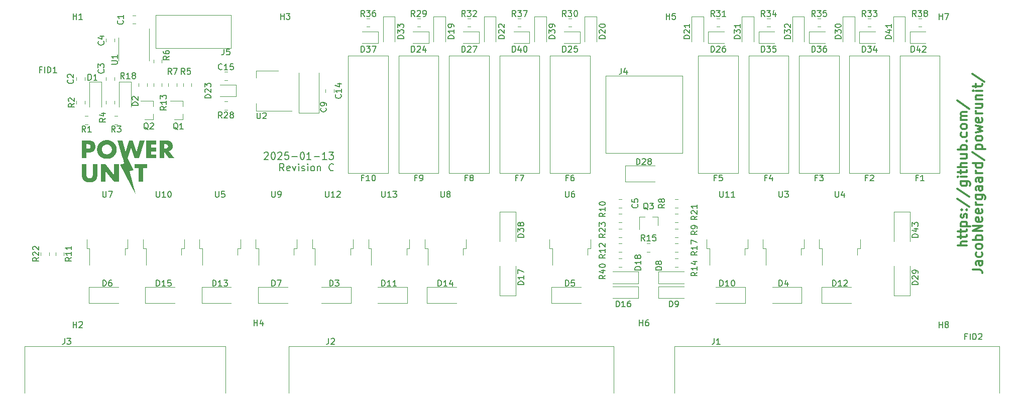
<source format=gbr>
G04 #@! TF.GenerationSoftware,KiCad,Pcbnew,7.0.11*
G04 #@! TF.CreationDate,2025-01-13T21:33:00+01:00*
G04 #@! TF.ProjectId,PowerUnit,506f7765-7255-46e6-9974-2e6b69636164,C*
G04 #@! TF.SameCoordinates,Original*
G04 #@! TF.FileFunction,Legend,Top*
G04 #@! TF.FilePolarity,Positive*
%FSLAX46Y46*%
G04 Gerber Fmt 4.6, Leading zero omitted, Abs format (unit mm)*
G04 Created by KiCad (PCBNEW 7.0.11) date 2025-01-13 21:33:00*
%MOMM*%
%LPD*%
G01*
G04 APERTURE LIST*
%ADD10C,0.000000*%
%ADD11C,0.300000*%
%ADD12C,0.200000*%
%ADD13C,0.150000*%
%ADD14C,0.120000*%
G04 APERTURE END LIST*
D10*
G36*
X71203656Y-112031625D02*
G01*
X70564687Y-112031625D01*
X70564687Y-114365250D01*
X69786812Y-114365250D01*
X69786812Y-112031625D01*
X69147843Y-112031625D01*
X69147843Y-111372813D01*
X71203656Y-111372813D01*
X71203656Y-112031625D01*
G37*
G36*
X65671218Y-113202407D02*
G01*
X65671218Y-111372813D01*
X66445125Y-111372813D01*
X66445125Y-114365250D01*
X65671218Y-114365250D01*
X64234531Y-112535657D01*
X64234531Y-114365250D01*
X63456656Y-114365250D01*
X63456656Y-111372813D01*
X64234531Y-111372813D01*
X65671218Y-113202407D01*
G37*
G36*
X61000000Y-113000000D02*
G01*
X61000620Y-113065857D01*
X61002480Y-113132457D01*
X61005581Y-113199802D01*
X61009922Y-113267891D01*
X61011317Y-113284905D01*
X61013022Y-113301718D01*
X61015038Y-113318330D01*
X61017363Y-113334739D01*
X61019999Y-113350948D01*
X61022944Y-113366954D01*
X61026200Y-113382760D01*
X61029766Y-113398363D01*
X61033641Y-113413766D01*
X61037827Y-113428966D01*
X61042323Y-113443965D01*
X61047129Y-113458763D01*
X61052245Y-113473359D01*
X61057671Y-113487753D01*
X61063407Y-113501946D01*
X61069453Y-113515938D01*
X61075879Y-113529665D01*
X61082755Y-113543068D01*
X61090080Y-113556144D01*
X61097854Y-113568896D01*
X61106079Y-113581321D01*
X61114753Y-113593421D01*
X61123876Y-113605196D01*
X61133449Y-113616645D01*
X61143472Y-113627768D01*
X61153944Y-113638566D01*
X61164866Y-113649038D01*
X61176237Y-113659185D01*
X61188058Y-113669006D01*
X61200329Y-113678501D01*
X61213049Y-113687671D01*
X61226219Y-113696516D01*
X61239954Y-113704926D01*
X61254372Y-113712794D01*
X61269472Y-113720119D01*
X61285254Y-113726901D01*
X61301718Y-113733141D01*
X61318864Y-113738838D01*
X61336693Y-113743993D01*
X61355203Y-113748605D01*
X61374396Y-113752675D01*
X61394270Y-113756202D01*
X61414827Y-113759186D01*
X61436066Y-113761628D01*
X61457988Y-113763527D01*
X61480591Y-113764884D01*
X61503876Y-113765697D01*
X61527844Y-113765969D01*
X61551804Y-113765697D01*
X61575066Y-113764884D01*
X61597630Y-113763527D01*
X61619497Y-113761628D01*
X61640666Y-113759186D01*
X61661138Y-113756202D01*
X61680912Y-113752675D01*
X61699988Y-113748605D01*
X61718367Y-113743993D01*
X61736048Y-113738838D01*
X61753032Y-113733141D01*
X61769317Y-113726901D01*
X61784906Y-113720119D01*
X61799796Y-113712794D01*
X61813989Y-113704926D01*
X61827484Y-113696516D01*
X61840421Y-113687671D01*
X61852940Y-113678501D01*
X61865040Y-113669006D01*
X61876722Y-113659185D01*
X61887984Y-113649038D01*
X61898829Y-113638566D01*
X61909254Y-113627768D01*
X61919262Y-113616645D01*
X61928850Y-113605196D01*
X61938020Y-113593421D01*
X61946772Y-113581321D01*
X61955104Y-113568896D01*
X61963019Y-113556144D01*
X61970514Y-113543068D01*
X61977591Y-113529665D01*
X61984250Y-113515938D01*
X61990536Y-113501946D01*
X61996497Y-113487753D01*
X62002133Y-113473359D01*
X62007442Y-113458763D01*
X62012426Y-113443965D01*
X62017085Y-113428966D01*
X62021418Y-113413766D01*
X62025426Y-113398363D01*
X62029108Y-113382760D01*
X62032464Y-113366954D01*
X62035495Y-113350948D01*
X62038200Y-113334739D01*
X62040580Y-113318330D01*
X62042634Y-113301718D01*
X62045765Y-113267891D01*
X62050106Y-113199802D01*
X62053207Y-113132457D01*
X62055067Y-113065857D01*
X62055687Y-113000000D01*
X62055687Y-111372813D01*
X62829594Y-111372813D01*
X62829594Y-113107156D01*
X62828346Y-113192996D01*
X62824602Y-113275890D01*
X62818362Y-113355839D01*
X62809626Y-113432842D01*
X62798394Y-113506900D01*
X62784666Y-113578011D01*
X62768442Y-113646178D01*
X62749722Y-113711399D01*
X62728507Y-113773674D01*
X62704795Y-113833003D01*
X62678587Y-113889388D01*
X62649884Y-113942826D01*
X62618684Y-113993319D01*
X62584988Y-114040867D01*
X62548797Y-114085468D01*
X62510109Y-114127125D01*
X62468833Y-114166053D01*
X62424874Y-114202469D01*
X62378234Y-114236374D01*
X62328911Y-114267768D01*
X62276906Y-114296650D01*
X62222220Y-114323020D01*
X62164851Y-114346879D01*
X62104801Y-114368227D01*
X62042068Y-114387063D01*
X61976653Y-114403387D01*
X61908557Y-114417201D01*
X61837778Y-114428502D01*
X61764318Y-114437292D01*
X61688175Y-114443571D01*
X61609350Y-114447338D01*
X61527844Y-114448594D01*
X61446329Y-114447338D01*
X61367481Y-114443571D01*
X61291300Y-114437292D01*
X61217785Y-114428502D01*
X61146937Y-114417201D01*
X61078755Y-114403387D01*
X61013239Y-114387063D01*
X60950391Y-114368227D01*
X60890208Y-114346879D01*
X60832692Y-114323020D01*
X60777843Y-114296650D01*
X60725660Y-114267768D01*
X60676144Y-114236374D01*
X60629294Y-114202469D01*
X60585111Y-114166053D01*
X60543594Y-114127125D01*
X60504666Y-114085468D01*
X60468250Y-114040867D01*
X60434345Y-113993319D01*
X60402951Y-113942826D01*
X60374069Y-113889388D01*
X60347699Y-113833003D01*
X60323840Y-113773674D01*
X60302492Y-113711399D01*
X60283656Y-113646178D01*
X60267332Y-113578011D01*
X60253518Y-113506900D01*
X60242217Y-113432842D01*
X60233427Y-113355839D01*
X60227148Y-113275890D01*
X60223381Y-113192996D01*
X60222125Y-113107156D01*
X60222125Y-111372813D01*
X61000000Y-111372813D01*
X61000000Y-113000000D01*
G37*
G36*
X74595340Y-107408466D02*
G01*
X74651067Y-107410747D01*
X74705102Y-107414983D01*
X74757448Y-107421174D01*
X74808102Y-107429320D01*
X74857066Y-107439421D01*
X74880914Y-107445204D01*
X74904339Y-107451477D01*
X74927341Y-107458238D01*
X74949921Y-107465488D01*
X74972078Y-107473226D01*
X74993812Y-107481454D01*
X75016872Y-107490841D01*
X75039421Y-107500646D01*
X75061459Y-107510870D01*
X75082984Y-107521513D01*
X75103999Y-107532575D01*
X75124501Y-107544054D01*
X75144492Y-107555953D01*
X75163972Y-107568270D01*
X75182939Y-107581006D01*
X75201396Y-107594160D01*
X75219340Y-107607733D01*
X75236773Y-107621724D01*
X75253695Y-107636134D01*
X75270105Y-107650963D01*
X75286003Y-107666210D01*
X75301390Y-107681875D01*
X75316289Y-107697906D01*
X75330722Y-107714246D01*
X75344690Y-107730896D01*
X75358193Y-107747856D01*
X75371231Y-107765126D01*
X75383804Y-107782707D01*
X75395912Y-107800597D01*
X75407554Y-107818797D01*
X75418732Y-107837308D01*
X75429444Y-107856128D01*
X75439692Y-107875259D01*
X75449474Y-107894700D01*
X75458791Y-107914450D01*
X75467643Y-107934511D01*
X75476030Y-107954882D01*
X75483952Y-107975563D01*
X75491401Y-107996492D01*
X75498370Y-108017607D01*
X75504858Y-108038908D01*
X75510866Y-108060395D01*
X75516392Y-108082068D01*
X75521439Y-108103927D01*
X75526004Y-108125972D01*
X75530090Y-108148204D01*
X75533694Y-108170621D01*
X75536818Y-108193224D01*
X75539461Y-108216013D01*
X75541624Y-108238989D01*
X75543306Y-108262150D01*
X75544507Y-108285497D01*
X75545228Y-108309031D01*
X75545469Y-108332750D01*
X75544825Y-108374911D01*
X75542895Y-108416063D01*
X75539678Y-108456208D01*
X75535175Y-108495345D01*
X75529384Y-108533475D01*
X75522307Y-108570596D01*
X75513943Y-108606710D01*
X75504293Y-108641817D01*
X75493355Y-108675916D01*
X75481131Y-108709007D01*
X75467620Y-108741090D01*
X75452823Y-108772165D01*
X75436738Y-108802233D01*
X75419367Y-108831294D01*
X75400710Y-108859346D01*
X75380765Y-108886391D01*
X75359565Y-108912397D01*
X75337140Y-108937334D01*
X75313490Y-108961200D01*
X75288616Y-108983997D01*
X75262516Y-109005725D01*
X75235192Y-109026383D01*
X75206644Y-109045970D01*
X75176870Y-109064489D01*
X75145872Y-109081937D01*
X75113649Y-109098316D01*
X75080202Y-109113625D01*
X75045530Y-109127865D01*
X75009633Y-109141034D01*
X74972511Y-109153134D01*
X74934165Y-109164165D01*
X74894594Y-109174125D01*
X75835186Y-110400469D01*
X74866812Y-110400469D01*
X74124655Y-109249532D01*
X74124655Y-110400469D01*
X73346781Y-110400469D01*
X73346781Y-108007313D01*
X74124655Y-108007313D01*
X74124655Y-108745500D01*
X74271500Y-108745500D01*
X74299855Y-108745128D01*
X74327372Y-108744012D01*
X74354053Y-108742152D01*
X74379896Y-108739547D01*
X74404902Y-108736199D01*
X74429071Y-108732106D01*
X74452403Y-108727269D01*
X74474898Y-108721688D01*
X74496556Y-108715363D01*
X74517376Y-108708293D01*
X74537359Y-108700480D01*
X74556505Y-108691922D01*
X74574814Y-108682621D01*
X74592286Y-108672575D01*
X74608921Y-108661785D01*
X74624718Y-108650250D01*
X74639617Y-108638019D01*
X74653554Y-108625136D01*
X74666530Y-108611602D01*
X74678544Y-108597416D01*
X74689598Y-108582580D01*
X74699690Y-108567093D01*
X74708822Y-108550954D01*
X74716992Y-108534164D01*
X74724200Y-108516724D01*
X74730448Y-108498632D01*
X74735734Y-108479889D01*
X74740060Y-108460495D01*
X74743424Y-108440449D01*
X74745827Y-108419753D01*
X74747268Y-108398405D01*
X74747749Y-108376407D01*
X74747268Y-108354408D01*
X74745827Y-108333061D01*
X74743424Y-108312364D01*
X74740060Y-108292319D01*
X74735734Y-108272925D01*
X74730448Y-108254182D01*
X74724200Y-108236090D01*
X74716992Y-108218649D01*
X74708822Y-108201859D01*
X74699690Y-108185721D01*
X74689598Y-108170233D01*
X74678544Y-108155397D01*
X74666530Y-108141212D01*
X74653554Y-108127678D01*
X74639617Y-108114795D01*
X74624718Y-108102563D01*
X74608921Y-108091029D01*
X74592286Y-108080239D01*
X74574814Y-108070193D01*
X74556505Y-108060891D01*
X74537359Y-108052333D01*
X74517376Y-108044520D01*
X74496556Y-108037451D01*
X74474898Y-108031125D01*
X74452403Y-108025544D01*
X74429071Y-108020708D01*
X74404902Y-108016615D01*
X74379896Y-108013266D01*
X74354053Y-108010662D01*
X74327372Y-108008801D01*
X74299855Y-108007685D01*
X74271500Y-108007313D01*
X74124655Y-108007313D01*
X73346781Y-108007313D01*
X73346781Y-107408032D01*
X74557250Y-107408032D01*
X74595340Y-107408466D01*
G37*
G36*
X72787187Y-108066844D02*
G01*
X71862468Y-108066844D01*
X71862468Y-108566907D01*
X72735593Y-108566907D01*
X72735593Y-109225719D01*
X71862468Y-109225719D01*
X71862468Y-109741657D01*
X72787187Y-109741657D01*
X72787187Y-110400469D01*
X71084594Y-110400469D01*
X71084594Y-107408032D01*
X72787187Y-107408032D01*
X72787187Y-108066844D01*
G37*
G36*
X66390038Y-107408008D02*
G01*
X67036468Y-107408032D01*
X67552406Y-109340813D01*
X68187406Y-107408032D01*
X68806531Y-107408032D01*
X69441531Y-109340813D01*
X69957469Y-107408032D01*
X70771061Y-107408032D01*
X69878093Y-110400469D01*
X69084343Y-110400469D01*
X68496968Y-108666125D01*
X67909911Y-110399572D01*
X68944312Y-112435550D01*
X68233333Y-112522847D01*
X69272262Y-116466260D01*
X66660521Y-111420992D01*
X67371621Y-111333680D01*
X67136878Y-110400445D01*
X67115843Y-110400469D01*
X66222875Y-107408032D01*
X66384165Y-107408008D01*
X66378436Y-107384989D01*
X66390038Y-107408008D01*
G37*
G36*
X64477896Y-107325161D02*
G01*
X64522389Y-107326579D01*
X64566449Y-107328944D01*
X64610074Y-107332253D01*
X64653265Y-107336509D01*
X64696022Y-107341710D01*
X64738345Y-107347857D01*
X64780234Y-107354950D01*
X64821689Y-107362988D01*
X64862710Y-107371972D01*
X64903297Y-107381902D01*
X64943449Y-107392777D01*
X64983168Y-107404598D01*
X65022452Y-107417365D01*
X65061302Y-107431077D01*
X65099719Y-107445735D01*
X65137585Y-107461230D01*
X65174784Y-107477454D01*
X65211316Y-107494406D01*
X65247182Y-107512087D01*
X65282382Y-107530497D01*
X65316915Y-107549636D01*
X65350781Y-107569503D01*
X65383980Y-107590098D01*
X65416513Y-107611422D01*
X65448379Y-107633475D01*
X65479579Y-107656257D01*
X65510112Y-107679767D01*
X65539978Y-107704006D01*
X65569178Y-107728973D01*
X65597711Y-107754669D01*
X65625578Y-107781094D01*
X65652731Y-107808170D01*
X65679125Y-107835820D01*
X65704759Y-107864043D01*
X65729634Y-107892839D01*
X65753749Y-107922210D01*
X65777104Y-107952154D01*
X65799699Y-107982671D01*
X65821535Y-108013762D01*
X65842611Y-108045427D01*
X65862928Y-108077665D01*
X65882485Y-108110477D01*
X65901282Y-108143863D01*
X65919320Y-108177822D01*
X65936598Y-108212355D01*
X65953116Y-108247461D01*
X65968875Y-108283141D01*
X65983773Y-108319286D01*
X65997710Y-108355788D01*
X66010686Y-108392646D01*
X66022701Y-108429861D01*
X66033754Y-108467432D01*
X66043847Y-108505360D01*
X66052978Y-108543645D01*
X66061148Y-108582286D01*
X66068357Y-108621283D01*
X66074604Y-108660637D01*
X66079891Y-108700348D01*
X66084216Y-108740415D01*
X66087580Y-108780839D01*
X66089983Y-108821620D01*
X66091425Y-108862757D01*
X66091906Y-108904250D01*
X66091425Y-108945744D01*
X66089983Y-108986881D01*
X66087580Y-109027661D01*
X66084216Y-109068085D01*
X66079891Y-109108153D01*
X66074604Y-109147863D01*
X66068357Y-109187218D01*
X66061148Y-109226215D01*
X66052978Y-109264856D01*
X66043847Y-109303141D01*
X66033754Y-109341069D01*
X66022701Y-109378640D01*
X66010686Y-109415855D01*
X65997710Y-109452713D01*
X65983773Y-109489215D01*
X65968875Y-109525360D01*
X65953116Y-109561040D01*
X65936598Y-109596146D01*
X65919320Y-109630679D01*
X65901282Y-109664638D01*
X65882485Y-109698024D01*
X65862928Y-109730836D01*
X65842611Y-109763074D01*
X65821535Y-109794739D01*
X65799699Y-109825830D01*
X65777104Y-109856347D01*
X65753749Y-109886291D01*
X65729634Y-109915661D01*
X65704759Y-109944458D01*
X65679125Y-109972681D01*
X65652731Y-110000331D01*
X65625578Y-110027407D01*
X65597711Y-110053831D01*
X65569178Y-110079527D01*
X65539978Y-110104495D01*
X65510112Y-110128734D01*
X65479579Y-110152244D01*
X65448379Y-110175025D01*
X65416513Y-110197078D01*
X65383980Y-110218403D01*
X65350781Y-110238998D01*
X65316915Y-110258865D01*
X65282382Y-110278004D01*
X65247182Y-110296414D01*
X65211316Y-110314095D01*
X65174784Y-110331047D01*
X65137585Y-110347271D01*
X65099719Y-110362766D01*
X65061302Y-110377424D01*
X65022452Y-110391137D01*
X64983168Y-110403903D01*
X64943449Y-110415724D01*
X64903297Y-110426599D01*
X64862710Y-110436529D01*
X64821689Y-110445513D01*
X64780234Y-110453551D01*
X64738345Y-110460644D01*
X64696022Y-110466791D01*
X64653265Y-110471992D01*
X64610074Y-110476247D01*
X64566449Y-110479557D01*
X64522389Y-110481921D01*
X64477896Y-110483340D01*
X64432969Y-110483813D01*
X64387568Y-110483340D01*
X64342648Y-110481921D01*
X64298209Y-110479557D01*
X64254251Y-110476247D01*
X64210773Y-110471992D01*
X64167775Y-110466791D01*
X64125259Y-110460644D01*
X64083222Y-110453551D01*
X64041667Y-110445513D01*
X64000592Y-110436529D01*
X63959997Y-110426599D01*
X63919884Y-110415724D01*
X63880250Y-110403903D01*
X63841098Y-110391137D01*
X63802426Y-110377424D01*
X63764234Y-110362766D01*
X63726616Y-110347271D01*
X63689665Y-110331047D01*
X63653381Y-110314095D01*
X63617763Y-110296414D01*
X63582811Y-110278004D01*
X63548527Y-110258865D01*
X63514908Y-110238998D01*
X63481957Y-110218403D01*
X63449672Y-110197078D01*
X63418054Y-110175025D01*
X63387102Y-110152244D01*
X63356817Y-110128734D01*
X63327199Y-110104495D01*
X63298247Y-110079527D01*
X63269962Y-110053831D01*
X63242344Y-110027407D01*
X63215430Y-110000331D01*
X63189262Y-109972681D01*
X63163837Y-109944458D01*
X63139156Y-109915661D01*
X63115220Y-109886291D01*
X63092027Y-109856347D01*
X63069579Y-109825830D01*
X63047875Y-109794739D01*
X63026915Y-109763074D01*
X63006699Y-109730836D01*
X62987227Y-109698024D01*
X62968500Y-109664638D01*
X62950517Y-109630679D01*
X62933277Y-109596146D01*
X62916782Y-109561040D01*
X62901031Y-109525360D01*
X62886133Y-109489215D01*
X62872196Y-109452713D01*
X62859220Y-109415855D01*
X62847205Y-109378640D01*
X62836151Y-109341069D01*
X62826059Y-109303141D01*
X62816928Y-109264856D01*
X62808758Y-109226215D01*
X62801549Y-109187218D01*
X62795301Y-109147863D01*
X62790015Y-109108153D01*
X62785689Y-109068085D01*
X62782325Y-109027661D01*
X62779922Y-108986881D01*
X62778480Y-108945744D01*
X62778000Y-108904250D01*
X63591593Y-108904250D01*
X63591857Y-108926466D01*
X63592648Y-108948465D01*
X63593965Y-108970246D01*
X63595810Y-108991811D01*
X63598182Y-109013158D01*
X63601081Y-109034289D01*
X63604507Y-109055202D01*
X63608461Y-109075899D01*
X63612941Y-109096378D01*
X63617948Y-109116641D01*
X63623483Y-109136686D01*
X63629545Y-109156514D01*
X63636133Y-109176125D01*
X63643249Y-109195519D01*
X63650892Y-109214697D01*
X63659062Y-109233657D01*
X63667682Y-109252353D01*
X63676674Y-109270740D01*
X63686037Y-109288816D01*
X63695773Y-109306582D01*
X63705881Y-109324039D01*
X63716361Y-109341185D01*
X63727213Y-109358021D01*
X63738437Y-109374547D01*
X63750033Y-109390763D01*
X63762002Y-109406669D01*
X63774342Y-109422265D01*
X63787054Y-109437551D01*
X63800139Y-109452527D01*
X63813595Y-109467193D01*
X63827424Y-109481548D01*
X63841625Y-109495594D01*
X63856159Y-109509291D01*
X63870987Y-109522600D01*
X63886110Y-109535522D01*
X63901528Y-109548056D01*
X63917240Y-109560203D01*
X63933247Y-109571962D01*
X63949548Y-109583333D01*
X63966144Y-109594317D01*
X63983035Y-109604913D01*
X64000220Y-109615122D01*
X64017699Y-109624943D01*
X64035473Y-109634376D01*
X64053542Y-109643422D01*
X64071905Y-109652081D01*
X64090563Y-109660351D01*
X64109515Y-109668235D01*
X64128685Y-109675684D01*
X64147994Y-109682652D01*
X64167442Y-109689140D01*
X64187030Y-109695148D01*
X64206758Y-109700675D01*
X64226625Y-109705721D01*
X64246631Y-109710286D01*
X64266777Y-109714371D01*
X64287063Y-109717976D01*
X64307488Y-109721100D01*
X64328052Y-109723743D01*
X64348757Y-109725906D01*
X64369600Y-109727588D01*
X64390584Y-109728789D01*
X64411706Y-109729510D01*
X64432969Y-109729750D01*
X64454231Y-109729510D01*
X64475354Y-109728789D01*
X64496337Y-109727588D01*
X64517180Y-109725906D01*
X64537885Y-109723743D01*
X64558449Y-109721100D01*
X64578874Y-109717976D01*
X64599160Y-109714371D01*
X64619306Y-109710286D01*
X64639313Y-109705721D01*
X64659179Y-109700675D01*
X64678907Y-109695148D01*
X64698495Y-109689140D01*
X64717943Y-109682652D01*
X64737252Y-109675684D01*
X64756422Y-109668235D01*
X64775382Y-109660351D01*
X64794063Y-109652081D01*
X64812465Y-109643422D01*
X64830588Y-109634376D01*
X64848431Y-109624943D01*
X64865996Y-109615122D01*
X64883282Y-109604913D01*
X64900289Y-109594317D01*
X64917017Y-109583333D01*
X64933465Y-109571962D01*
X64949635Y-109560203D01*
X64965525Y-109548056D01*
X64981137Y-109535522D01*
X64996469Y-109522600D01*
X65011523Y-109509291D01*
X65026297Y-109495594D01*
X65040738Y-109481548D01*
X65054791Y-109467193D01*
X65068457Y-109452527D01*
X65081735Y-109437551D01*
X65094626Y-109422265D01*
X65107129Y-109406669D01*
X65119245Y-109390763D01*
X65130973Y-109374547D01*
X65142313Y-109358021D01*
X65153266Y-109341185D01*
X65163831Y-109324039D01*
X65174009Y-109306582D01*
X65183799Y-109288816D01*
X65193201Y-109270740D01*
X65202216Y-109252353D01*
X65210843Y-109233657D01*
X65219013Y-109214697D01*
X65226656Y-109195519D01*
X65233772Y-109176125D01*
X65240361Y-109156514D01*
X65246423Y-109136686D01*
X65251957Y-109116641D01*
X65256965Y-109096378D01*
X65261445Y-109075899D01*
X65265398Y-109055202D01*
X65268825Y-109034289D01*
X65271724Y-109013158D01*
X65274096Y-108991811D01*
X65275940Y-108970246D01*
X65277258Y-108948465D01*
X65278049Y-108926466D01*
X65278312Y-108904250D01*
X65278049Y-108882035D01*
X65277258Y-108860036D01*
X65275940Y-108838254D01*
X65274096Y-108816690D01*
X65271724Y-108795342D01*
X65268825Y-108774212D01*
X65265398Y-108753298D01*
X65261445Y-108732602D01*
X65256965Y-108712123D01*
X65251957Y-108691860D01*
X65246423Y-108671815D01*
X65240361Y-108651987D01*
X65233772Y-108632376D01*
X65226656Y-108612981D01*
X65219013Y-108593804D01*
X65210843Y-108574844D01*
X65202216Y-108556148D01*
X65193201Y-108537761D01*
X65183799Y-108519685D01*
X65174009Y-108501918D01*
X65163831Y-108484462D01*
X65153266Y-108467316D01*
X65142313Y-108450480D01*
X65130973Y-108433954D01*
X65119245Y-108417738D01*
X65107129Y-108401832D01*
X65094626Y-108386236D01*
X65081735Y-108370950D01*
X65068457Y-108355974D01*
X65054791Y-108341308D01*
X65040738Y-108326952D01*
X65026297Y-108312907D01*
X65011523Y-108299210D01*
X64996469Y-108285901D01*
X64981137Y-108272979D01*
X64965525Y-108260445D01*
X64949635Y-108248298D01*
X64933465Y-108236539D01*
X64917017Y-108225168D01*
X64900289Y-108214184D01*
X64883282Y-108203588D01*
X64865996Y-108193379D01*
X64848431Y-108183558D01*
X64830588Y-108174124D01*
X64812465Y-108165079D01*
X64794063Y-108156420D01*
X64775382Y-108148149D01*
X64756422Y-108140266D01*
X64737252Y-108132817D01*
X64717943Y-108125848D01*
X64698495Y-108119360D01*
X64678907Y-108113353D01*
X64659179Y-108107826D01*
X64639313Y-108102780D01*
X64619306Y-108098214D01*
X64599160Y-108094129D01*
X64578874Y-108090525D01*
X64558449Y-108087401D01*
X64537885Y-108084758D01*
X64517180Y-108082595D01*
X64496337Y-108080913D01*
X64475354Y-108079712D01*
X64454231Y-108078991D01*
X64432969Y-108078750D01*
X64411706Y-108078991D01*
X64390584Y-108079712D01*
X64369600Y-108080913D01*
X64348757Y-108082595D01*
X64328052Y-108084758D01*
X64307488Y-108087401D01*
X64287063Y-108090525D01*
X64266777Y-108094129D01*
X64246631Y-108098214D01*
X64226625Y-108102780D01*
X64206758Y-108107826D01*
X64187030Y-108113353D01*
X64167442Y-108119360D01*
X64147994Y-108125848D01*
X64128685Y-108132817D01*
X64109515Y-108140266D01*
X64090563Y-108148149D01*
X64071905Y-108156420D01*
X64053542Y-108165079D01*
X64035473Y-108174124D01*
X64017699Y-108183558D01*
X64000220Y-108193379D01*
X63983035Y-108203588D01*
X63966144Y-108214184D01*
X63949548Y-108225168D01*
X63933247Y-108236539D01*
X63917240Y-108248298D01*
X63901528Y-108260445D01*
X63886110Y-108272979D01*
X63870987Y-108285901D01*
X63856159Y-108299210D01*
X63841625Y-108312907D01*
X63827424Y-108326952D01*
X63813595Y-108341308D01*
X63800139Y-108355974D01*
X63787054Y-108370950D01*
X63774342Y-108386236D01*
X63762002Y-108401832D01*
X63750033Y-108417738D01*
X63738437Y-108433954D01*
X63727213Y-108450480D01*
X63716361Y-108467316D01*
X63705881Y-108484462D01*
X63695773Y-108501918D01*
X63686037Y-108519685D01*
X63676674Y-108537761D01*
X63667682Y-108556148D01*
X63659062Y-108574844D01*
X63650892Y-108593804D01*
X63643249Y-108612981D01*
X63636133Y-108632376D01*
X63629545Y-108651987D01*
X63623483Y-108671815D01*
X63617948Y-108691860D01*
X63612941Y-108712123D01*
X63608461Y-108732602D01*
X63604507Y-108753298D01*
X63601081Y-108774212D01*
X63598182Y-108795342D01*
X63595810Y-108816690D01*
X63593965Y-108838254D01*
X63592648Y-108860036D01*
X63591857Y-108882035D01*
X63591593Y-108904250D01*
X62778000Y-108904250D01*
X62778480Y-108862757D01*
X62779922Y-108821620D01*
X62782325Y-108780839D01*
X62785689Y-108740415D01*
X62790015Y-108700348D01*
X62795301Y-108660637D01*
X62801549Y-108621283D01*
X62808758Y-108582286D01*
X62816928Y-108543645D01*
X62826059Y-108505360D01*
X62836151Y-108467432D01*
X62847205Y-108429861D01*
X62859220Y-108392646D01*
X62872196Y-108355788D01*
X62886133Y-108319286D01*
X62901031Y-108283141D01*
X62916782Y-108247461D01*
X62933277Y-108212355D01*
X62950517Y-108177822D01*
X62968500Y-108143863D01*
X62987227Y-108110477D01*
X63006699Y-108077665D01*
X63026915Y-108045427D01*
X63047875Y-108013762D01*
X63069579Y-107982671D01*
X63092027Y-107952154D01*
X63115220Y-107922210D01*
X63139156Y-107892839D01*
X63163837Y-107864043D01*
X63189262Y-107835820D01*
X63215430Y-107808170D01*
X63242344Y-107781094D01*
X63269962Y-107754669D01*
X63298247Y-107728973D01*
X63327199Y-107704006D01*
X63356817Y-107679767D01*
X63387102Y-107656257D01*
X63418054Y-107633475D01*
X63449672Y-107611422D01*
X63481957Y-107590098D01*
X63514908Y-107569503D01*
X63548527Y-107549636D01*
X63582811Y-107530497D01*
X63617763Y-107512087D01*
X63653381Y-107494406D01*
X63689665Y-107477454D01*
X63726616Y-107461230D01*
X63764234Y-107445735D01*
X63802426Y-107431077D01*
X63841098Y-107417365D01*
X63880250Y-107404598D01*
X63919884Y-107392777D01*
X63959997Y-107381902D01*
X64000592Y-107371972D01*
X64041667Y-107362988D01*
X64083222Y-107354950D01*
X64125259Y-107347857D01*
X64167775Y-107341710D01*
X64210773Y-107336509D01*
X64254251Y-107332253D01*
X64298209Y-107328944D01*
X64342648Y-107326579D01*
X64387568Y-107325161D01*
X64432969Y-107324688D01*
X64477896Y-107325161D01*
G37*
G36*
X61494855Y-107404374D02*
G01*
X61553844Y-107406418D01*
X61611113Y-107410370D01*
X61666662Y-107416229D01*
X61720491Y-107423996D01*
X61772600Y-107433671D01*
X61822990Y-107445254D01*
X61871660Y-107458744D01*
X61918610Y-107474141D01*
X61963840Y-107491447D01*
X62007350Y-107510660D01*
X62049141Y-107531781D01*
X62089212Y-107554809D01*
X62127563Y-107579746D01*
X62164194Y-107606590D01*
X62199105Y-107635341D01*
X62232297Y-107666000D01*
X62264737Y-107699580D01*
X62295084Y-107734833D01*
X62323338Y-107771761D01*
X62349499Y-107810364D01*
X62373567Y-107850640D01*
X62395543Y-107892591D01*
X62415425Y-107936217D01*
X62433215Y-107981516D01*
X62448912Y-108028490D01*
X62462515Y-108077138D01*
X62474026Y-108127461D01*
X62483444Y-108179458D01*
X62490769Y-108233129D01*
X62496002Y-108288474D01*
X62499141Y-108345494D01*
X62500187Y-108404188D01*
X62499141Y-108462882D01*
X62496002Y-108519902D01*
X62490769Y-108575247D01*
X62483444Y-108628918D01*
X62474026Y-108680915D01*
X62462515Y-108731238D01*
X62448912Y-108779886D01*
X62433215Y-108826860D01*
X62415425Y-108872159D01*
X62395543Y-108915785D01*
X62373567Y-108957736D01*
X62349499Y-108998012D01*
X62323338Y-109036614D01*
X62295084Y-109073542D01*
X62264737Y-109108796D01*
X62232297Y-109142375D01*
X62197888Y-109174094D01*
X62161635Y-109203767D01*
X62123536Y-109231393D01*
X62083593Y-109256973D01*
X62041805Y-109280507D01*
X61998172Y-109301994D01*
X61952694Y-109321434D01*
X61905371Y-109338829D01*
X61856204Y-109354176D01*
X61805191Y-109367478D01*
X61752334Y-109378733D01*
X61697632Y-109387942D01*
X61641085Y-109395104D01*
X61582693Y-109400220D01*
X61522457Y-109403290D01*
X61460375Y-109404313D01*
X61000000Y-109404313D01*
X61000000Y-110396501D01*
X60222125Y-110396501D01*
X60222125Y-108031125D01*
X61000000Y-108031125D01*
X61000000Y-108777250D01*
X61257969Y-108777250D01*
X61309873Y-108775793D01*
X61358428Y-108771421D01*
X61403634Y-108764135D01*
X61424982Y-108759399D01*
X61445492Y-108753934D01*
X61465165Y-108747741D01*
X61484001Y-108740819D01*
X61502000Y-108733168D01*
X61519162Y-108724788D01*
X61535487Y-108715681D01*
X61550974Y-108705844D01*
X61565624Y-108695279D01*
X61579437Y-108683985D01*
X61592413Y-108671962D01*
X61604552Y-108659211D01*
X61615854Y-108645731D01*
X61626318Y-108631523D01*
X61635946Y-108616586D01*
X61644736Y-108600920D01*
X61652689Y-108584526D01*
X61659805Y-108567403D01*
X61666083Y-108549551D01*
X61671525Y-108530971D01*
X61676129Y-108511662D01*
X61679896Y-108491625D01*
X61682826Y-108470858D01*
X61684919Y-108449364D01*
X61686175Y-108427140D01*
X61686594Y-108404188D01*
X61686175Y-108381236D01*
X61684919Y-108359012D01*
X61682826Y-108337518D01*
X61679896Y-108316751D01*
X61676129Y-108296714D01*
X61671525Y-108277405D01*
X61666083Y-108258825D01*
X61659805Y-108240973D01*
X61652689Y-108223850D01*
X61644736Y-108207456D01*
X61635946Y-108191790D01*
X61626318Y-108176853D01*
X61615854Y-108162645D01*
X61604552Y-108149165D01*
X61592413Y-108136414D01*
X61579437Y-108124391D01*
X61565624Y-108113097D01*
X61550974Y-108102532D01*
X61535487Y-108092695D01*
X61519162Y-108083587D01*
X61502000Y-108075208D01*
X61484001Y-108067557D01*
X61465165Y-108060635D01*
X61445492Y-108054442D01*
X61424982Y-108048977D01*
X61403634Y-108044241D01*
X61381450Y-108040233D01*
X61358428Y-108036955D01*
X61334569Y-108034404D01*
X61309873Y-108032583D01*
X61284339Y-108031490D01*
X61257969Y-108031125D01*
X61000000Y-108031125D01*
X60222125Y-108031125D01*
X60222125Y-107404063D01*
X61460375Y-107404063D01*
X61494855Y-107404374D01*
G37*
D11*
X209436590Y-125114285D02*
X207836590Y-125114285D01*
X209436590Y-124428571D02*
X208598495Y-124428571D01*
X208598495Y-124428571D02*
X208446114Y-124504761D01*
X208446114Y-124504761D02*
X208369923Y-124657142D01*
X208369923Y-124657142D02*
X208369923Y-124885714D01*
X208369923Y-124885714D02*
X208446114Y-125038095D01*
X208446114Y-125038095D02*
X208522304Y-125114285D01*
X208369923Y-123895238D02*
X208369923Y-123285714D01*
X207836590Y-123666666D02*
X209208019Y-123666666D01*
X209208019Y-123666666D02*
X209360400Y-123590476D01*
X209360400Y-123590476D02*
X209436590Y-123438095D01*
X209436590Y-123438095D02*
X209436590Y-123285714D01*
X208369923Y-122980952D02*
X208369923Y-122371428D01*
X207836590Y-122752380D02*
X209208019Y-122752380D01*
X209208019Y-122752380D02*
X209360400Y-122676190D01*
X209360400Y-122676190D02*
X209436590Y-122523809D01*
X209436590Y-122523809D02*
X209436590Y-122371428D01*
X208369923Y-121838094D02*
X209969923Y-121838094D01*
X208446114Y-121838094D02*
X208369923Y-121685713D01*
X208369923Y-121685713D02*
X208369923Y-121380951D01*
X208369923Y-121380951D02*
X208446114Y-121228570D01*
X208446114Y-121228570D02*
X208522304Y-121152380D01*
X208522304Y-121152380D02*
X208674685Y-121076189D01*
X208674685Y-121076189D02*
X209131828Y-121076189D01*
X209131828Y-121076189D02*
X209284209Y-121152380D01*
X209284209Y-121152380D02*
X209360400Y-121228570D01*
X209360400Y-121228570D02*
X209436590Y-121380951D01*
X209436590Y-121380951D02*
X209436590Y-121685713D01*
X209436590Y-121685713D02*
X209360400Y-121838094D01*
X209360400Y-120466666D02*
X209436590Y-120314285D01*
X209436590Y-120314285D02*
X209436590Y-120009523D01*
X209436590Y-120009523D02*
X209360400Y-119857142D01*
X209360400Y-119857142D02*
X209208019Y-119780951D01*
X209208019Y-119780951D02*
X209131828Y-119780951D01*
X209131828Y-119780951D02*
X208979447Y-119857142D01*
X208979447Y-119857142D02*
X208903257Y-120009523D01*
X208903257Y-120009523D02*
X208903257Y-120238094D01*
X208903257Y-120238094D02*
X208827066Y-120390475D01*
X208827066Y-120390475D02*
X208674685Y-120466666D01*
X208674685Y-120466666D02*
X208598495Y-120466666D01*
X208598495Y-120466666D02*
X208446114Y-120390475D01*
X208446114Y-120390475D02*
X208369923Y-120238094D01*
X208369923Y-120238094D02*
X208369923Y-120009523D01*
X208369923Y-120009523D02*
X208446114Y-119857142D01*
X209284209Y-119095237D02*
X209360400Y-119019047D01*
X209360400Y-119019047D02*
X209436590Y-119095237D01*
X209436590Y-119095237D02*
X209360400Y-119171428D01*
X209360400Y-119171428D02*
X209284209Y-119095237D01*
X209284209Y-119095237D02*
X209436590Y-119095237D01*
X208446114Y-119095237D02*
X208522304Y-119019047D01*
X208522304Y-119019047D02*
X208598495Y-119095237D01*
X208598495Y-119095237D02*
X208522304Y-119171428D01*
X208522304Y-119171428D02*
X208446114Y-119095237D01*
X208446114Y-119095237D02*
X208598495Y-119095237D01*
X207760400Y-117190475D02*
X209817542Y-118561904D01*
X207760400Y-115514285D02*
X209817542Y-116885714D01*
X208369923Y-114295238D02*
X209665161Y-114295238D01*
X209665161Y-114295238D02*
X209817542Y-114371428D01*
X209817542Y-114371428D02*
X209893733Y-114447619D01*
X209893733Y-114447619D02*
X209969923Y-114600000D01*
X209969923Y-114600000D02*
X209969923Y-114828571D01*
X209969923Y-114828571D02*
X209893733Y-114980952D01*
X209360400Y-114295238D02*
X209436590Y-114447619D01*
X209436590Y-114447619D02*
X209436590Y-114752381D01*
X209436590Y-114752381D02*
X209360400Y-114904762D01*
X209360400Y-114904762D02*
X209284209Y-114980952D01*
X209284209Y-114980952D02*
X209131828Y-115057143D01*
X209131828Y-115057143D02*
X208674685Y-115057143D01*
X208674685Y-115057143D02*
X208522304Y-114980952D01*
X208522304Y-114980952D02*
X208446114Y-114904762D01*
X208446114Y-114904762D02*
X208369923Y-114752381D01*
X208369923Y-114752381D02*
X208369923Y-114447619D01*
X208369923Y-114447619D02*
X208446114Y-114295238D01*
X209436590Y-113533333D02*
X208369923Y-113533333D01*
X207836590Y-113533333D02*
X207912780Y-113609524D01*
X207912780Y-113609524D02*
X207988971Y-113533333D01*
X207988971Y-113533333D02*
X207912780Y-113457143D01*
X207912780Y-113457143D02*
X207836590Y-113533333D01*
X207836590Y-113533333D02*
X207988971Y-113533333D01*
X208369923Y-113000000D02*
X208369923Y-112390476D01*
X207836590Y-112771428D02*
X209208019Y-112771428D01*
X209208019Y-112771428D02*
X209360400Y-112695238D01*
X209360400Y-112695238D02*
X209436590Y-112542857D01*
X209436590Y-112542857D02*
X209436590Y-112390476D01*
X209436590Y-111857142D02*
X207836590Y-111857142D01*
X209436590Y-111171428D02*
X208598495Y-111171428D01*
X208598495Y-111171428D02*
X208446114Y-111247618D01*
X208446114Y-111247618D02*
X208369923Y-111399999D01*
X208369923Y-111399999D02*
X208369923Y-111628571D01*
X208369923Y-111628571D02*
X208446114Y-111780952D01*
X208446114Y-111780952D02*
X208522304Y-111857142D01*
X208369923Y-109723809D02*
X209436590Y-109723809D01*
X208369923Y-110409523D02*
X209208019Y-110409523D01*
X209208019Y-110409523D02*
X209360400Y-110333333D01*
X209360400Y-110333333D02*
X209436590Y-110180952D01*
X209436590Y-110180952D02*
X209436590Y-109952380D01*
X209436590Y-109952380D02*
X209360400Y-109799999D01*
X209360400Y-109799999D02*
X209284209Y-109723809D01*
X209436590Y-108961904D02*
X207836590Y-108961904D01*
X208446114Y-108961904D02*
X208369923Y-108809523D01*
X208369923Y-108809523D02*
X208369923Y-108504761D01*
X208369923Y-108504761D02*
X208446114Y-108352380D01*
X208446114Y-108352380D02*
X208522304Y-108276190D01*
X208522304Y-108276190D02*
X208674685Y-108199999D01*
X208674685Y-108199999D02*
X209131828Y-108199999D01*
X209131828Y-108199999D02*
X209284209Y-108276190D01*
X209284209Y-108276190D02*
X209360400Y-108352380D01*
X209360400Y-108352380D02*
X209436590Y-108504761D01*
X209436590Y-108504761D02*
X209436590Y-108809523D01*
X209436590Y-108809523D02*
X209360400Y-108961904D01*
X209284209Y-107514285D02*
X209360400Y-107438095D01*
X209360400Y-107438095D02*
X209436590Y-107514285D01*
X209436590Y-107514285D02*
X209360400Y-107590476D01*
X209360400Y-107590476D02*
X209284209Y-107514285D01*
X209284209Y-107514285D02*
X209436590Y-107514285D01*
X209360400Y-106066666D02*
X209436590Y-106219047D01*
X209436590Y-106219047D02*
X209436590Y-106523809D01*
X209436590Y-106523809D02*
X209360400Y-106676190D01*
X209360400Y-106676190D02*
X209284209Y-106752380D01*
X209284209Y-106752380D02*
X209131828Y-106828571D01*
X209131828Y-106828571D02*
X208674685Y-106828571D01*
X208674685Y-106828571D02*
X208522304Y-106752380D01*
X208522304Y-106752380D02*
X208446114Y-106676190D01*
X208446114Y-106676190D02*
X208369923Y-106523809D01*
X208369923Y-106523809D02*
X208369923Y-106219047D01*
X208369923Y-106219047D02*
X208446114Y-106066666D01*
X209436590Y-105152380D02*
X209360400Y-105304761D01*
X209360400Y-105304761D02*
X209284209Y-105380951D01*
X209284209Y-105380951D02*
X209131828Y-105457142D01*
X209131828Y-105457142D02*
X208674685Y-105457142D01*
X208674685Y-105457142D02*
X208522304Y-105380951D01*
X208522304Y-105380951D02*
X208446114Y-105304761D01*
X208446114Y-105304761D02*
X208369923Y-105152380D01*
X208369923Y-105152380D02*
X208369923Y-104923808D01*
X208369923Y-104923808D02*
X208446114Y-104771427D01*
X208446114Y-104771427D02*
X208522304Y-104695237D01*
X208522304Y-104695237D02*
X208674685Y-104619046D01*
X208674685Y-104619046D02*
X209131828Y-104619046D01*
X209131828Y-104619046D02*
X209284209Y-104695237D01*
X209284209Y-104695237D02*
X209360400Y-104771427D01*
X209360400Y-104771427D02*
X209436590Y-104923808D01*
X209436590Y-104923808D02*
X209436590Y-105152380D01*
X209436590Y-103933332D02*
X208369923Y-103933332D01*
X208522304Y-103933332D02*
X208446114Y-103857142D01*
X208446114Y-103857142D02*
X208369923Y-103704761D01*
X208369923Y-103704761D02*
X208369923Y-103476189D01*
X208369923Y-103476189D02*
X208446114Y-103323808D01*
X208446114Y-103323808D02*
X208598495Y-103247618D01*
X208598495Y-103247618D02*
X209436590Y-103247618D01*
X208598495Y-103247618D02*
X208446114Y-103171427D01*
X208446114Y-103171427D02*
X208369923Y-103019046D01*
X208369923Y-103019046D02*
X208369923Y-102790475D01*
X208369923Y-102790475D02*
X208446114Y-102638094D01*
X208446114Y-102638094D02*
X208598495Y-102561904D01*
X208598495Y-102561904D02*
X209436590Y-102561904D01*
X207760400Y-100657142D02*
X209817542Y-102028571D01*
X210412590Y-129152380D02*
X211555447Y-129152380D01*
X211555447Y-129152380D02*
X211784019Y-129228571D01*
X211784019Y-129228571D02*
X211936400Y-129380952D01*
X211936400Y-129380952D02*
X212012590Y-129609523D01*
X212012590Y-129609523D02*
X212012590Y-129761904D01*
X212012590Y-127704761D02*
X211174495Y-127704761D01*
X211174495Y-127704761D02*
X211022114Y-127780951D01*
X211022114Y-127780951D02*
X210945923Y-127933332D01*
X210945923Y-127933332D02*
X210945923Y-128238094D01*
X210945923Y-128238094D02*
X211022114Y-128390475D01*
X211936400Y-127704761D02*
X212012590Y-127857142D01*
X212012590Y-127857142D02*
X212012590Y-128238094D01*
X212012590Y-128238094D02*
X211936400Y-128390475D01*
X211936400Y-128390475D02*
X211784019Y-128466666D01*
X211784019Y-128466666D02*
X211631638Y-128466666D01*
X211631638Y-128466666D02*
X211479257Y-128390475D01*
X211479257Y-128390475D02*
X211403066Y-128238094D01*
X211403066Y-128238094D02*
X211403066Y-127857142D01*
X211403066Y-127857142D02*
X211326876Y-127704761D01*
X211936400Y-126257142D02*
X212012590Y-126409523D01*
X212012590Y-126409523D02*
X212012590Y-126714285D01*
X212012590Y-126714285D02*
X211936400Y-126866666D01*
X211936400Y-126866666D02*
X211860209Y-126942856D01*
X211860209Y-126942856D02*
X211707828Y-127019047D01*
X211707828Y-127019047D02*
X211250685Y-127019047D01*
X211250685Y-127019047D02*
X211098304Y-126942856D01*
X211098304Y-126942856D02*
X211022114Y-126866666D01*
X211022114Y-126866666D02*
X210945923Y-126714285D01*
X210945923Y-126714285D02*
X210945923Y-126409523D01*
X210945923Y-126409523D02*
X211022114Y-126257142D01*
X212012590Y-125342856D02*
X211936400Y-125495237D01*
X211936400Y-125495237D02*
X211860209Y-125571427D01*
X211860209Y-125571427D02*
X211707828Y-125647618D01*
X211707828Y-125647618D02*
X211250685Y-125647618D01*
X211250685Y-125647618D02*
X211098304Y-125571427D01*
X211098304Y-125571427D02*
X211022114Y-125495237D01*
X211022114Y-125495237D02*
X210945923Y-125342856D01*
X210945923Y-125342856D02*
X210945923Y-125114284D01*
X210945923Y-125114284D02*
X211022114Y-124961903D01*
X211022114Y-124961903D02*
X211098304Y-124885713D01*
X211098304Y-124885713D02*
X211250685Y-124809522D01*
X211250685Y-124809522D02*
X211707828Y-124809522D01*
X211707828Y-124809522D02*
X211860209Y-124885713D01*
X211860209Y-124885713D02*
X211936400Y-124961903D01*
X211936400Y-124961903D02*
X212012590Y-125114284D01*
X212012590Y-125114284D02*
X212012590Y-125342856D01*
X212012590Y-124123808D02*
X210412590Y-124123808D01*
X211022114Y-124123808D02*
X210945923Y-123971427D01*
X210945923Y-123971427D02*
X210945923Y-123666665D01*
X210945923Y-123666665D02*
X211022114Y-123514284D01*
X211022114Y-123514284D02*
X211098304Y-123438094D01*
X211098304Y-123438094D02*
X211250685Y-123361903D01*
X211250685Y-123361903D02*
X211707828Y-123361903D01*
X211707828Y-123361903D02*
X211860209Y-123438094D01*
X211860209Y-123438094D02*
X211936400Y-123514284D01*
X211936400Y-123514284D02*
X212012590Y-123666665D01*
X212012590Y-123666665D02*
X212012590Y-123971427D01*
X212012590Y-123971427D02*
X211936400Y-124123808D01*
X212012590Y-122676189D02*
X210412590Y-122676189D01*
X210412590Y-122676189D02*
X212012590Y-121761903D01*
X212012590Y-121761903D02*
X210412590Y-121761903D01*
X211936400Y-120390475D02*
X212012590Y-120542856D01*
X212012590Y-120542856D02*
X212012590Y-120847618D01*
X212012590Y-120847618D02*
X211936400Y-120999999D01*
X211936400Y-120999999D02*
X211784019Y-121076190D01*
X211784019Y-121076190D02*
X211174495Y-121076190D01*
X211174495Y-121076190D02*
X211022114Y-120999999D01*
X211022114Y-120999999D02*
X210945923Y-120847618D01*
X210945923Y-120847618D02*
X210945923Y-120542856D01*
X210945923Y-120542856D02*
X211022114Y-120390475D01*
X211022114Y-120390475D02*
X211174495Y-120314285D01*
X211174495Y-120314285D02*
X211326876Y-120314285D01*
X211326876Y-120314285D02*
X211479257Y-121076190D01*
X211936400Y-119019046D02*
X212012590Y-119171427D01*
X212012590Y-119171427D02*
X212012590Y-119476189D01*
X212012590Y-119476189D02*
X211936400Y-119628570D01*
X211936400Y-119628570D02*
X211784019Y-119704761D01*
X211784019Y-119704761D02*
X211174495Y-119704761D01*
X211174495Y-119704761D02*
X211022114Y-119628570D01*
X211022114Y-119628570D02*
X210945923Y-119476189D01*
X210945923Y-119476189D02*
X210945923Y-119171427D01*
X210945923Y-119171427D02*
X211022114Y-119019046D01*
X211022114Y-119019046D02*
X211174495Y-118942856D01*
X211174495Y-118942856D02*
X211326876Y-118942856D01*
X211326876Y-118942856D02*
X211479257Y-119704761D01*
X212012590Y-118257141D02*
X210945923Y-118257141D01*
X211250685Y-118257141D02*
X211098304Y-118180951D01*
X211098304Y-118180951D02*
X211022114Y-118104760D01*
X211022114Y-118104760D02*
X210945923Y-117952379D01*
X210945923Y-117952379D02*
X210945923Y-117799998D01*
X210945923Y-116580951D02*
X212241161Y-116580951D01*
X212241161Y-116580951D02*
X212393542Y-116657141D01*
X212393542Y-116657141D02*
X212469733Y-116733332D01*
X212469733Y-116733332D02*
X212545923Y-116885713D01*
X212545923Y-116885713D02*
X212545923Y-117114284D01*
X212545923Y-117114284D02*
X212469733Y-117266665D01*
X211936400Y-116580951D02*
X212012590Y-116733332D01*
X212012590Y-116733332D02*
X212012590Y-117038094D01*
X212012590Y-117038094D02*
X211936400Y-117190475D01*
X211936400Y-117190475D02*
X211860209Y-117266665D01*
X211860209Y-117266665D02*
X211707828Y-117342856D01*
X211707828Y-117342856D02*
X211250685Y-117342856D01*
X211250685Y-117342856D02*
X211098304Y-117266665D01*
X211098304Y-117266665D02*
X211022114Y-117190475D01*
X211022114Y-117190475D02*
X210945923Y-117038094D01*
X210945923Y-117038094D02*
X210945923Y-116733332D01*
X210945923Y-116733332D02*
X211022114Y-116580951D01*
X212012590Y-115133332D02*
X211174495Y-115133332D01*
X211174495Y-115133332D02*
X211022114Y-115209522D01*
X211022114Y-115209522D02*
X210945923Y-115361903D01*
X210945923Y-115361903D02*
X210945923Y-115666665D01*
X210945923Y-115666665D02*
X211022114Y-115819046D01*
X211936400Y-115133332D02*
X212012590Y-115285713D01*
X212012590Y-115285713D02*
X212012590Y-115666665D01*
X212012590Y-115666665D02*
X211936400Y-115819046D01*
X211936400Y-115819046D02*
X211784019Y-115895237D01*
X211784019Y-115895237D02*
X211631638Y-115895237D01*
X211631638Y-115895237D02*
X211479257Y-115819046D01*
X211479257Y-115819046D02*
X211403066Y-115666665D01*
X211403066Y-115666665D02*
X211403066Y-115285713D01*
X211403066Y-115285713D02*
X211326876Y-115133332D01*
X212012590Y-113685713D02*
X211174495Y-113685713D01*
X211174495Y-113685713D02*
X211022114Y-113761903D01*
X211022114Y-113761903D02*
X210945923Y-113914284D01*
X210945923Y-113914284D02*
X210945923Y-114219046D01*
X210945923Y-114219046D02*
X211022114Y-114371427D01*
X211936400Y-113685713D02*
X212012590Y-113838094D01*
X212012590Y-113838094D02*
X212012590Y-114219046D01*
X212012590Y-114219046D02*
X211936400Y-114371427D01*
X211936400Y-114371427D02*
X211784019Y-114447618D01*
X211784019Y-114447618D02*
X211631638Y-114447618D01*
X211631638Y-114447618D02*
X211479257Y-114371427D01*
X211479257Y-114371427D02*
X211403066Y-114219046D01*
X211403066Y-114219046D02*
X211403066Y-113838094D01*
X211403066Y-113838094D02*
X211326876Y-113685713D01*
X212012590Y-112923808D02*
X210945923Y-112923808D01*
X211250685Y-112923808D02*
X211098304Y-112847618D01*
X211098304Y-112847618D02*
X211022114Y-112771427D01*
X211022114Y-112771427D02*
X210945923Y-112619046D01*
X210945923Y-112619046D02*
X210945923Y-112466665D01*
X212012590Y-111247618D02*
X210412590Y-111247618D01*
X211936400Y-111247618D02*
X212012590Y-111399999D01*
X212012590Y-111399999D02*
X212012590Y-111704761D01*
X212012590Y-111704761D02*
X211936400Y-111857142D01*
X211936400Y-111857142D02*
X211860209Y-111933332D01*
X211860209Y-111933332D02*
X211707828Y-112009523D01*
X211707828Y-112009523D02*
X211250685Y-112009523D01*
X211250685Y-112009523D02*
X211098304Y-111933332D01*
X211098304Y-111933332D02*
X211022114Y-111857142D01*
X211022114Y-111857142D02*
X210945923Y-111704761D01*
X210945923Y-111704761D02*
X210945923Y-111399999D01*
X210945923Y-111399999D02*
X211022114Y-111247618D01*
X210336400Y-109342856D02*
X212393542Y-110714285D01*
X210945923Y-108809523D02*
X212545923Y-108809523D01*
X211022114Y-108809523D02*
X210945923Y-108657142D01*
X210945923Y-108657142D02*
X210945923Y-108352380D01*
X210945923Y-108352380D02*
X211022114Y-108199999D01*
X211022114Y-108199999D02*
X211098304Y-108123809D01*
X211098304Y-108123809D02*
X211250685Y-108047618D01*
X211250685Y-108047618D02*
X211707828Y-108047618D01*
X211707828Y-108047618D02*
X211860209Y-108123809D01*
X211860209Y-108123809D02*
X211936400Y-108199999D01*
X211936400Y-108199999D02*
X212012590Y-108352380D01*
X212012590Y-108352380D02*
X212012590Y-108657142D01*
X212012590Y-108657142D02*
X211936400Y-108809523D01*
X212012590Y-107133333D02*
X211936400Y-107285714D01*
X211936400Y-107285714D02*
X211860209Y-107361904D01*
X211860209Y-107361904D02*
X211707828Y-107438095D01*
X211707828Y-107438095D02*
X211250685Y-107438095D01*
X211250685Y-107438095D02*
X211098304Y-107361904D01*
X211098304Y-107361904D02*
X211022114Y-107285714D01*
X211022114Y-107285714D02*
X210945923Y-107133333D01*
X210945923Y-107133333D02*
X210945923Y-106904761D01*
X210945923Y-106904761D02*
X211022114Y-106752380D01*
X211022114Y-106752380D02*
X211098304Y-106676190D01*
X211098304Y-106676190D02*
X211250685Y-106599999D01*
X211250685Y-106599999D02*
X211707828Y-106599999D01*
X211707828Y-106599999D02*
X211860209Y-106676190D01*
X211860209Y-106676190D02*
X211936400Y-106752380D01*
X211936400Y-106752380D02*
X212012590Y-106904761D01*
X212012590Y-106904761D02*
X212012590Y-107133333D01*
X210945923Y-106066666D02*
X212012590Y-105761904D01*
X212012590Y-105761904D02*
X211250685Y-105457142D01*
X211250685Y-105457142D02*
X212012590Y-105152380D01*
X212012590Y-105152380D02*
X210945923Y-104847618D01*
X211936400Y-103628571D02*
X212012590Y-103780952D01*
X212012590Y-103780952D02*
X212012590Y-104085714D01*
X212012590Y-104085714D02*
X211936400Y-104238095D01*
X211936400Y-104238095D02*
X211784019Y-104314286D01*
X211784019Y-104314286D02*
X211174495Y-104314286D01*
X211174495Y-104314286D02*
X211022114Y-104238095D01*
X211022114Y-104238095D02*
X210945923Y-104085714D01*
X210945923Y-104085714D02*
X210945923Y-103780952D01*
X210945923Y-103780952D02*
X211022114Y-103628571D01*
X211022114Y-103628571D02*
X211174495Y-103552381D01*
X211174495Y-103552381D02*
X211326876Y-103552381D01*
X211326876Y-103552381D02*
X211479257Y-104314286D01*
X212012590Y-102866666D02*
X210945923Y-102866666D01*
X211250685Y-102866666D02*
X211098304Y-102790476D01*
X211098304Y-102790476D02*
X211022114Y-102714285D01*
X211022114Y-102714285D02*
X210945923Y-102561904D01*
X210945923Y-102561904D02*
X210945923Y-102409523D01*
X210945923Y-101190476D02*
X212012590Y-101190476D01*
X210945923Y-101876190D02*
X211784019Y-101876190D01*
X211784019Y-101876190D02*
X211936400Y-101800000D01*
X211936400Y-101800000D02*
X212012590Y-101647619D01*
X212012590Y-101647619D02*
X212012590Y-101419047D01*
X212012590Y-101419047D02*
X211936400Y-101266666D01*
X211936400Y-101266666D02*
X211860209Y-101190476D01*
X210945923Y-100428571D02*
X212012590Y-100428571D01*
X211098304Y-100428571D02*
X211022114Y-100352381D01*
X211022114Y-100352381D02*
X210945923Y-100200000D01*
X210945923Y-100200000D02*
X210945923Y-99971428D01*
X210945923Y-99971428D02*
X211022114Y-99819047D01*
X211022114Y-99819047D02*
X211174495Y-99742857D01*
X211174495Y-99742857D02*
X212012590Y-99742857D01*
X212012590Y-98980952D02*
X210945923Y-98980952D01*
X210412590Y-98980952D02*
X210488780Y-99057143D01*
X210488780Y-99057143D02*
X210564971Y-98980952D01*
X210564971Y-98980952D02*
X210488780Y-98904762D01*
X210488780Y-98904762D02*
X210412590Y-98980952D01*
X210412590Y-98980952D02*
X210564971Y-98980952D01*
X210945923Y-98447619D02*
X210945923Y-97838095D01*
X210412590Y-98219047D02*
X211784019Y-98219047D01*
X211784019Y-98219047D02*
X211936400Y-98142857D01*
X211936400Y-98142857D02*
X212012590Y-97990476D01*
X212012590Y-97990476D02*
X212012590Y-97838095D01*
X210336400Y-96161904D02*
X212393542Y-97533333D01*
D12*
X90982709Y-109493028D02*
X91039852Y-109435885D01*
X91039852Y-109435885D02*
X91154138Y-109378742D01*
X91154138Y-109378742D02*
X91439852Y-109378742D01*
X91439852Y-109378742D02*
X91554138Y-109435885D01*
X91554138Y-109435885D02*
X91611280Y-109493028D01*
X91611280Y-109493028D02*
X91668423Y-109607314D01*
X91668423Y-109607314D02*
X91668423Y-109721600D01*
X91668423Y-109721600D02*
X91611280Y-109893028D01*
X91611280Y-109893028D02*
X90925566Y-110578742D01*
X90925566Y-110578742D02*
X91668423Y-110578742D01*
X92411280Y-109378742D02*
X92525566Y-109378742D01*
X92525566Y-109378742D02*
X92639852Y-109435885D01*
X92639852Y-109435885D02*
X92696995Y-109493028D01*
X92696995Y-109493028D02*
X92754137Y-109607314D01*
X92754137Y-109607314D02*
X92811280Y-109835885D01*
X92811280Y-109835885D02*
X92811280Y-110121600D01*
X92811280Y-110121600D02*
X92754137Y-110350171D01*
X92754137Y-110350171D02*
X92696995Y-110464457D01*
X92696995Y-110464457D02*
X92639852Y-110521600D01*
X92639852Y-110521600D02*
X92525566Y-110578742D01*
X92525566Y-110578742D02*
X92411280Y-110578742D01*
X92411280Y-110578742D02*
X92296995Y-110521600D01*
X92296995Y-110521600D02*
X92239852Y-110464457D01*
X92239852Y-110464457D02*
X92182709Y-110350171D01*
X92182709Y-110350171D02*
X92125566Y-110121600D01*
X92125566Y-110121600D02*
X92125566Y-109835885D01*
X92125566Y-109835885D02*
X92182709Y-109607314D01*
X92182709Y-109607314D02*
X92239852Y-109493028D01*
X92239852Y-109493028D02*
X92296995Y-109435885D01*
X92296995Y-109435885D02*
X92411280Y-109378742D01*
X93268423Y-109493028D02*
X93325566Y-109435885D01*
X93325566Y-109435885D02*
X93439852Y-109378742D01*
X93439852Y-109378742D02*
X93725566Y-109378742D01*
X93725566Y-109378742D02*
X93839852Y-109435885D01*
X93839852Y-109435885D02*
X93896994Y-109493028D01*
X93896994Y-109493028D02*
X93954137Y-109607314D01*
X93954137Y-109607314D02*
X93954137Y-109721600D01*
X93954137Y-109721600D02*
X93896994Y-109893028D01*
X93896994Y-109893028D02*
X93211280Y-110578742D01*
X93211280Y-110578742D02*
X93954137Y-110578742D01*
X95039851Y-109378742D02*
X94468423Y-109378742D01*
X94468423Y-109378742D02*
X94411280Y-109950171D01*
X94411280Y-109950171D02*
X94468423Y-109893028D01*
X94468423Y-109893028D02*
X94582709Y-109835885D01*
X94582709Y-109835885D02*
X94868423Y-109835885D01*
X94868423Y-109835885D02*
X94982709Y-109893028D01*
X94982709Y-109893028D02*
X95039851Y-109950171D01*
X95039851Y-109950171D02*
X95096994Y-110064457D01*
X95096994Y-110064457D02*
X95096994Y-110350171D01*
X95096994Y-110350171D02*
X95039851Y-110464457D01*
X95039851Y-110464457D02*
X94982709Y-110521600D01*
X94982709Y-110521600D02*
X94868423Y-110578742D01*
X94868423Y-110578742D02*
X94582709Y-110578742D01*
X94582709Y-110578742D02*
X94468423Y-110521600D01*
X94468423Y-110521600D02*
X94411280Y-110464457D01*
X95611280Y-110121600D02*
X96525566Y-110121600D01*
X97325565Y-109378742D02*
X97439851Y-109378742D01*
X97439851Y-109378742D02*
X97554137Y-109435885D01*
X97554137Y-109435885D02*
X97611280Y-109493028D01*
X97611280Y-109493028D02*
X97668422Y-109607314D01*
X97668422Y-109607314D02*
X97725565Y-109835885D01*
X97725565Y-109835885D02*
X97725565Y-110121600D01*
X97725565Y-110121600D02*
X97668422Y-110350171D01*
X97668422Y-110350171D02*
X97611280Y-110464457D01*
X97611280Y-110464457D02*
X97554137Y-110521600D01*
X97554137Y-110521600D02*
X97439851Y-110578742D01*
X97439851Y-110578742D02*
X97325565Y-110578742D01*
X97325565Y-110578742D02*
X97211280Y-110521600D01*
X97211280Y-110521600D02*
X97154137Y-110464457D01*
X97154137Y-110464457D02*
X97096994Y-110350171D01*
X97096994Y-110350171D02*
X97039851Y-110121600D01*
X97039851Y-110121600D02*
X97039851Y-109835885D01*
X97039851Y-109835885D02*
X97096994Y-109607314D01*
X97096994Y-109607314D02*
X97154137Y-109493028D01*
X97154137Y-109493028D02*
X97211280Y-109435885D01*
X97211280Y-109435885D02*
X97325565Y-109378742D01*
X98868422Y-110578742D02*
X98182708Y-110578742D01*
X98525565Y-110578742D02*
X98525565Y-109378742D01*
X98525565Y-109378742D02*
X98411279Y-109550171D01*
X98411279Y-109550171D02*
X98296994Y-109664457D01*
X98296994Y-109664457D02*
X98182708Y-109721600D01*
X99382708Y-110121600D02*
X100296994Y-110121600D01*
X101496993Y-110578742D02*
X100811279Y-110578742D01*
X101154136Y-110578742D02*
X101154136Y-109378742D01*
X101154136Y-109378742D02*
X101039850Y-109550171D01*
X101039850Y-109550171D02*
X100925565Y-109664457D01*
X100925565Y-109664457D02*
X100811279Y-109721600D01*
X101896993Y-109378742D02*
X102639850Y-109378742D01*
X102639850Y-109378742D02*
X102239850Y-109835885D01*
X102239850Y-109835885D02*
X102411279Y-109835885D01*
X102411279Y-109835885D02*
X102525565Y-109893028D01*
X102525565Y-109893028D02*
X102582707Y-109950171D01*
X102582707Y-109950171D02*
X102639850Y-110064457D01*
X102639850Y-110064457D02*
X102639850Y-110350171D01*
X102639850Y-110350171D02*
X102582707Y-110464457D01*
X102582707Y-110464457D02*
X102525565Y-110521600D01*
X102525565Y-110521600D02*
X102411279Y-110578742D01*
X102411279Y-110578742D02*
X102068422Y-110578742D01*
X102068422Y-110578742D02*
X101954136Y-110521600D01*
X101954136Y-110521600D02*
X101896993Y-110464457D01*
X94296992Y-112510742D02*
X93896992Y-111939314D01*
X93611278Y-112510742D02*
X93611278Y-111310742D01*
X93611278Y-111310742D02*
X94068421Y-111310742D01*
X94068421Y-111310742D02*
X94182706Y-111367885D01*
X94182706Y-111367885D02*
X94239849Y-111425028D01*
X94239849Y-111425028D02*
X94296992Y-111539314D01*
X94296992Y-111539314D02*
X94296992Y-111710742D01*
X94296992Y-111710742D02*
X94239849Y-111825028D01*
X94239849Y-111825028D02*
X94182706Y-111882171D01*
X94182706Y-111882171D02*
X94068421Y-111939314D01*
X94068421Y-111939314D02*
X93611278Y-111939314D01*
X95268421Y-112453600D02*
X95154135Y-112510742D01*
X95154135Y-112510742D02*
X94925564Y-112510742D01*
X94925564Y-112510742D02*
X94811278Y-112453600D01*
X94811278Y-112453600D02*
X94754135Y-112339314D01*
X94754135Y-112339314D02*
X94754135Y-111882171D01*
X94754135Y-111882171D02*
X94811278Y-111767885D01*
X94811278Y-111767885D02*
X94925564Y-111710742D01*
X94925564Y-111710742D02*
X95154135Y-111710742D01*
X95154135Y-111710742D02*
X95268421Y-111767885D01*
X95268421Y-111767885D02*
X95325564Y-111882171D01*
X95325564Y-111882171D02*
X95325564Y-111996457D01*
X95325564Y-111996457D02*
X94754135Y-112110742D01*
X95725563Y-111710742D02*
X96011277Y-112510742D01*
X96011277Y-112510742D02*
X96296992Y-111710742D01*
X96754135Y-112510742D02*
X96754135Y-111710742D01*
X96754135Y-111310742D02*
X96696992Y-111367885D01*
X96696992Y-111367885D02*
X96754135Y-111425028D01*
X96754135Y-111425028D02*
X96811278Y-111367885D01*
X96811278Y-111367885D02*
X96754135Y-111310742D01*
X96754135Y-111310742D02*
X96754135Y-111425028D01*
X97268421Y-112453600D02*
X97382707Y-112510742D01*
X97382707Y-112510742D02*
X97611278Y-112510742D01*
X97611278Y-112510742D02*
X97725564Y-112453600D01*
X97725564Y-112453600D02*
X97782707Y-112339314D01*
X97782707Y-112339314D02*
X97782707Y-112282171D01*
X97782707Y-112282171D02*
X97725564Y-112167885D01*
X97725564Y-112167885D02*
X97611278Y-112110742D01*
X97611278Y-112110742D02*
X97439850Y-112110742D01*
X97439850Y-112110742D02*
X97325564Y-112053600D01*
X97325564Y-112053600D02*
X97268421Y-111939314D01*
X97268421Y-111939314D02*
X97268421Y-111882171D01*
X97268421Y-111882171D02*
X97325564Y-111767885D01*
X97325564Y-111767885D02*
X97439850Y-111710742D01*
X97439850Y-111710742D02*
X97611278Y-111710742D01*
X97611278Y-111710742D02*
X97725564Y-111767885D01*
X98296993Y-112510742D02*
X98296993Y-111710742D01*
X98296993Y-111310742D02*
X98239850Y-111367885D01*
X98239850Y-111367885D02*
X98296993Y-111425028D01*
X98296993Y-111425028D02*
X98354136Y-111367885D01*
X98354136Y-111367885D02*
X98296993Y-111310742D01*
X98296993Y-111310742D02*
X98296993Y-111425028D01*
X99039850Y-112510742D02*
X98925565Y-112453600D01*
X98925565Y-112453600D02*
X98868422Y-112396457D01*
X98868422Y-112396457D02*
X98811279Y-112282171D01*
X98811279Y-112282171D02*
X98811279Y-111939314D01*
X98811279Y-111939314D02*
X98868422Y-111825028D01*
X98868422Y-111825028D02*
X98925565Y-111767885D01*
X98925565Y-111767885D02*
X99039850Y-111710742D01*
X99039850Y-111710742D02*
X99211279Y-111710742D01*
X99211279Y-111710742D02*
X99325565Y-111767885D01*
X99325565Y-111767885D02*
X99382708Y-111825028D01*
X99382708Y-111825028D02*
X99439850Y-111939314D01*
X99439850Y-111939314D02*
X99439850Y-112282171D01*
X99439850Y-112282171D02*
X99382708Y-112396457D01*
X99382708Y-112396457D02*
X99325565Y-112453600D01*
X99325565Y-112453600D02*
X99211279Y-112510742D01*
X99211279Y-112510742D02*
X99039850Y-112510742D01*
X99954136Y-111710742D02*
X99954136Y-112510742D01*
X99954136Y-111825028D02*
X100011279Y-111767885D01*
X100011279Y-111767885D02*
X100125564Y-111710742D01*
X100125564Y-111710742D02*
X100296993Y-111710742D01*
X100296993Y-111710742D02*
X100411279Y-111767885D01*
X100411279Y-111767885D02*
X100468422Y-111882171D01*
X100468422Y-111882171D02*
X100468422Y-112510742D01*
X102639850Y-112396457D02*
X102582707Y-112453600D01*
X102582707Y-112453600D02*
X102411279Y-112510742D01*
X102411279Y-112510742D02*
X102296993Y-112510742D01*
X102296993Y-112510742D02*
X102125564Y-112453600D01*
X102125564Y-112453600D02*
X102011279Y-112339314D01*
X102011279Y-112339314D02*
X101954136Y-112225028D01*
X101954136Y-112225028D02*
X101896993Y-111996457D01*
X101896993Y-111996457D02*
X101896993Y-111825028D01*
X101896993Y-111825028D02*
X101954136Y-111596457D01*
X101954136Y-111596457D02*
X102011279Y-111482171D01*
X102011279Y-111482171D02*
X102125564Y-111367885D01*
X102125564Y-111367885D02*
X102296993Y-111310742D01*
X102296993Y-111310742D02*
X102411279Y-111310742D01*
X102411279Y-111310742D02*
X102582707Y-111367885D01*
X102582707Y-111367885D02*
X102639850Y-111425028D01*
D13*
X101816666Y-140774819D02*
X101816666Y-141489104D01*
X101816666Y-141489104D02*
X101769047Y-141631961D01*
X101769047Y-141631961D02*
X101673809Y-141727200D01*
X101673809Y-141727200D02*
X101530952Y-141774819D01*
X101530952Y-141774819D02*
X101435714Y-141774819D01*
X102245238Y-140870057D02*
X102292857Y-140822438D01*
X102292857Y-140822438D02*
X102388095Y-140774819D01*
X102388095Y-140774819D02*
X102626190Y-140774819D01*
X102626190Y-140774819D02*
X102721428Y-140822438D01*
X102721428Y-140822438D02*
X102769047Y-140870057D01*
X102769047Y-140870057D02*
X102816666Y-140965295D01*
X102816666Y-140965295D02*
X102816666Y-141060533D01*
X102816666Y-141060533D02*
X102769047Y-141203390D01*
X102769047Y-141203390D02*
X102197619Y-141774819D01*
X102197619Y-141774819D02*
X102816666Y-141774819D01*
X183857142Y-86454819D02*
X183523809Y-85978628D01*
X183285714Y-86454819D02*
X183285714Y-85454819D01*
X183285714Y-85454819D02*
X183666666Y-85454819D01*
X183666666Y-85454819D02*
X183761904Y-85502438D01*
X183761904Y-85502438D02*
X183809523Y-85550057D01*
X183809523Y-85550057D02*
X183857142Y-85645295D01*
X183857142Y-85645295D02*
X183857142Y-85788152D01*
X183857142Y-85788152D02*
X183809523Y-85883390D01*
X183809523Y-85883390D02*
X183761904Y-85931009D01*
X183761904Y-85931009D02*
X183666666Y-85978628D01*
X183666666Y-85978628D02*
X183285714Y-85978628D01*
X184190476Y-85454819D02*
X184809523Y-85454819D01*
X184809523Y-85454819D02*
X184476190Y-85835771D01*
X184476190Y-85835771D02*
X184619047Y-85835771D01*
X184619047Y-85835771D02*
X184714285Y-85883390D01*
X184714285Y-85883390D02*
X184761904Y-85931009D01*
X184761904Y-85931009D02*
X184809523Y-86026247D01*
X184809523Y-86026247D02*
X184809523Y-86264342D01*
X184809523Y-86264342D02*
X184761904Y-86359580D01*
X184761904Y-86359580D02*
X184714285Y-86407200D01*
X184714285Y-86407200D02*
X184619047Y-86454819D01*
X184619047Y-86454819D02*
X184333333Y-86454819D01*
X184333333Y-86454819D02*
X184238095Y-86407200D01*
X184238095Y-86407200D02*
X184190476Y-86359580D01*
X185714285Y-85454819D02*
X185238095Y-85454819D01*
X185238095Y-85454819D02*
X185190476Y-85931009D01*
X185190476Y-85931009D02*
X185238095Y-85883390D01*
X185238095Y-85883390D02*
X185333333Y-85835771D01*
X185333333Y-85835771D02*
X185571428Y-85835771D01*
X185571428Y-85835771D02*
X185666666Y-85883390D01*
X185666666Y-85883390D02*
X185714285Y-85931009D01*
X185714285Y-85931009D02*
X185761904Y-86026247D01*
X185761904Y-86026247D02*
X185761904Y-86264342D01*
X185761904Y-86264342D02*
X185714285Y-86359580D01*
X185714285Y-86359580D02*
X185666666Y-86407200D01*
X185666666Y-86407200D02*
X185571428Y-86454819D01*
X185571428Y-86454819D02*
X185333333Y-86454819D01*
X185333333Y-86454819D02*
X185238095Y-86407200D01*
X185238095Y-86407200D02*
X185190476Y-86359580D01*
X107857142Y-86454819D02*
X107523809Y-85978628D01*
X107285714Y-86454819D02*
X107285714Y-85454819D01*
X107285714Y-85454819D02*
X107666666Y-85454819D01*
X107666666Y-85454819D02*
X107761904Y-85502438D01*
X107761904Y-85502438D02*
X107809523Y-85550057D01*
X107809523Y-85550057D02*
X107857142Y-85645295D01*
X107857142Y-85645295D02*
X107857142Y-85788152D01*
X107857142Y-85788152D02*
X107809523Y-85883390D01*
X107809523Y-85883390D02*
X107761904Y-85931009D01*
X107761904Y-85931009D02*
X107666666Y-85978628D01*
X107666666Y-85978628D02*
X107285714Y-85978628D01*
X108190476Y-85454819D02*
X108809523Y-85454819D01*
X108809523Y-85454819D02*
X108476190Y-85835771D01*
X108476190Y-85835771D02*
X108619047Y-85835771D01*
X108619047Y-85835771D02*
X108714285Y-85883390D01*
X108714285Y-85883390D02*
X108761904Y-85931009D01*
X108761904Y-85931009D02*
X108809523Y-86026247D01*
X108809523Y-86026247D02*
X108809523Y-86264342D01*
X108809523Y-86264342D02*
X108761904Y-86359580D01*
X108761904Y-86359580D02*
X108714285Y-86407200D01*
X108714285Y-86407200D02*
X108619047Y-86454819D01*
X108619047Y-86454819D02*
X108333333Y-86454819D01*
X108333333Y-86454819D02*
X108238095Y-86407200D01*
X108238095Y-86407200D02*
X108190476Y-86359580D01*
X109666666Y-85454819D02*
X109476190Y-85454819D01*
X109476190Y-85454819D02*
X109380952Y-85502438D01*
X109380952Y-85502438D02*
X109333333Y-85550057D01*
X109333333Y-85550057D02*
X109238095Y-85692914D01*
X109238095Y-85692914D02*
X109190476Y-85883390D01*
X109190476Y-85883390D02*
X109190476Y-86264342D01*
X109190476Y-86264342D02*
X109238095Y-86359580D01*
X109238095Y-86359580D02*
X109285714Y-86407200D01*
X109285714Y-86407200D02*
X109380952Y-86454819D01*
X109380952Y-86454819D02*
X109571428Y-86454819D01*
X109571428Y-86454819D02*
X109666666Y-86407200D01*
X109666666Y-86407200D02*
X109714285Y-86359580D01*
X109714285Y-86359580D02*
X109761904Y-86264342D01*
X109761904Y-86264342D02*
X109761904Y-86026247D01*
X109761904Y-86026247D02*
X109714285Y-85931009D01*
X109714285Y-85931009D02*
X109666666Y-85883390D01*
X109666666Y-85883390D02*
X109571428Y-85835771D01*
X109571428Y-85835771D02*
X109380952Y-85835771D01*
X109380952Y-85835771D02*
X109285714Y-85883390D01*
X109285714Y-85883390D02*
X109238095Y-85931009D01*
X109238095Y-85931009D02*
X109190476Y-86026247D01*
X83857142Y-103604819D02*
X83523809Y-103128628D01*
X83285714Y-103604819D02*
X83285714Y-102604819D01*
X83285714Y-102604819D02*
X83666666Y-102604819D01*
X83666666Y-102604819D02*
X83761904Y-102652438D01*
X83761904Y-102652438D02*
X83809523Y-102700057D01*
X83809523Y-102700057D02*
X83857142Y-102795295D01*
X83857142Y-102795295D02*
X83857142Y-102938152D01*
X83857142Y-102938152D02*
X83809523Y-103033390D01*
X83809523Y-103033390D02*
X83761904Y-103081009D01*
X83761904Y-103081009D02*
X83666666Y-103128628D01*
X83666666Y-103128628D02*
X83285714Y-103128628D01*
X84238095Y-102700057D02*
X84285714Y-102652438D01*
X84285714Y-102652438D02*
X84380952Y-102604819D01*
X84380952Y-102604819D02*
X84619047Y-102604819D01*
X84619047Y-102604819D02*
X84714285Y-102652438D01*
X84714285Y-102652438D02*
X84761904Y-102700057D01*
X84761904Y-102700057D02*
X84809523Y-102795295D01*
X84809523Y-102795295D02*
X84809523Y-102890533D01*
X84809523Y-102890533D02*
X84761904Y-103033390D01*
X84761904Y-103033390D02*
X84190476Y-103604819D01*
X84190476Y-103604819D02*
X84809523Y-103604819D01*
X85380952Y-103033390D02*
X85285714Y-102985771D01*
X85285714Y-102985771D02*
X85238095Y-102938152D01*
X85238095Y-102938152D02*
X85190476Y-102842914D01*
X85190476Y-102842914D02*
X85190476Y-102795295D01*
X85190476Y-102795295D02*
X85238095Y-102700057D01*
X85238095Y-102700057D02*
X85285714Y-102652438D01*
X85285714Y-102652438D02*
X85380952Y-102604819D01*
X85380952Y-102604819D02*
X85571428Y-102604819D01*
X85571428Y-102604819D02*
X85666666Y-102652438D01*
X85666666Y-102652438D02*
X85714285Y-102700057D01*
X85714285Y-102700057D02*
X85761904Y-102795295D01*
X85761904Y-102795295D02*
X85761904Y-102842914D01*
X85761904Y-102842914D02*
X85714285Y-102938152D01*
X85714285Y-102938152D02*
X85666666Y-102985771D01*
X85666666Y-102985771D02*
X85571428Y-103033390D01*
X85571428Y-103033390D02*
X85380952Y-103033390D01*
X85380952Y-103033390D02*
X85285714Y-103081009D01*
X85285714Y-103081009D02*
X85238095Y-103128628D01*
X85238095Y-103128628D02*
X85190476Y-103223866D01*
X85190476Y-103223866D02*
X85190476Y-103414342D01*
X85190476Y-103414342D02*
X85238095Y-103509580D01*
X85238095Y-103509580D02*
X85285714Y-103557200D01*
X85285714Y-103557200D02*
X85380952Y-103604819D01*
X85380952Y-103604819D02*
X85571428Y-103604819D01*
X85571428Y-103604819D02*
X85666666Y-103557200D01*
X85666666Y-103557200D02*
X85714285Y-103509580D01*
X85714285Y-103509580D02*
X85761904Y-103414342D01*
X85761904Y-103414342D02*
X85761904Y-103223866D01*
X85761904Y-103223866D02*
X85714285Y-103128628D01*
X85714285Y-103128628D02*
X85666666Y-103081009D01*
X85666666Y-103081009D02*
X85571428Y-103033390D01*
X116357142Y-86454819D02*
X116023809Y-85978628D01*
X115785714Y-86454819D02*
X115785714Y-85454819D01*
X115785714Y-85454819D02*
X116166666Y-85454819D01*
X116166666Y-85454819D02*
X116261904Y-85502438D01*
X116261904Y-85502438D02*
X116309523Y-85550057D01*
X116309523Y-85550057D02*
X116357142Y-85645295D01*
X116357142Y-85645295D02*
X116357142Y-85788152D01*
X116357142Y-85788152D02*
X116309523Y-85883390D01*
X116309523Y-85883390D02*
X116261904Y-85931009D01*
X116261904Y-85931009D02*
X116166666Y-85978628D01*
X116166666Y-85978628D02*
X115785714Y-85978628D01*
X116738095Y-85550057D02*
X116785714Y-85502438D01*
X116785714Y-85502438D02*
X116880952Y-85454819D01*
X116880952Y-85454819D02*
X117119047Y-85454819D01*
X117119047Y-85454819D02*
X117214285Y-85502438D01*
X117214285Y-85502438D02*
X117261904Y-85550057D01*
X117261904Y-85550057D02*
X117309523Y-85645295D01*
X117309523Y-85645295D02*
X117309523Y-85740533D01*
X117309523Y-85740533D02*
X117261904Y-85883390D01*
X117261904Y-85883390D02*
X116690476Y-86454819D01*
X116690476Y-86454819D02*
X117309523Y-86454819D01*
X117785714Y-86454819D02*
X117976190Y-86454819D01*
X117976190Y-86454819D02*
X118071428Y-86407200D01*
X118071428Y-86407200D02*
X118119047Y-86359580D01*
X118119047Y-86359580D02*
X118214285Y-86216723D01*
X118214285Y-86216723D02*
X118261904Y-86026247D01*
X118261904Y-86026247D02*
X118261904Y-85645295D01*
X118261904Y-85645295D02*
X118214285Y-85550057D01*
X118214285Y-85550057D02*
X118166666Y-85502438D01*
X118166666Y-85502438D02*
X118071428Y-85454819D01*
X118071428Y-85454819D02*
X117880952Y-85454819D01*
X117880952Y-85454819D02*
X117785714Y-85502438D01*
X117785714Y-85502438D02*
X117738095Y-85550057D01*
X117738095Y-85550057D02*
X117690476Y-85645295D01*
X117690476Y-85645295D02*
X117690476Y-85883390D01*
X117690476Y-85883390D02*
X117738095Y-85978628D01*
X117738095Y-85978628D02*
X117785714Y-86026247D01*
X117785714Y-86026247D02*
X117880952Y-86073866D01*
X117880952Y-86073866D02*
X118071428Y-86073866D01*
X118071428Y-86073866D02*
X118166666Y-86026247D01*
X118166666Y-86026247D02*
X118214285Y-85978628D01*
X118214285Y-85978628D02*
X118261904Y-85883390D01*
X141857142Y-86454819D02*
X141523809Y-85978628D01*
X141285714Y-86454819D02*
X141285714Y-85454819D01*
X141285714Y-85454819D02*
X141666666Y-85454819D01*
X141666666Y-85454819D02*
X141761904Y-85502438D01*
X141761904Y-85502438D02*
X141809523Y-85550057D01*
X141809523Y-85550057D02*
X141857142Y-85645295D01*
X141857142Y-85645295D02*
X141857142Y-85788152D01*
X141857142Y-85788152D02*
X141809523Y-85883390D01*
X141809523Y-85883390D02*
X141761904Y-85931009D01*
X141761904Y-85931009D02*
X141666666Y-85978628D01*
X141666666Y-85978628D02*
X141285714Y-85978628D01*
X142190476Y-85454819D02*
X142809523Y-85454819D01*
X142809523Y-85454819D02*
X142476190Y-85835771D01*
X142476190Y-85835771D02*
X142619047Y-85835771D01*
X142619047Y-85835771D02*
X142714285Y-85883390D01*
X142714285Y-85883390D02*
X142761904Y-85931009D01*
X142761904Y-85931009D02*
X142809523Y-86026247D01*
X142809523Y-86026247D02*
X142809523Y-86264342D01*
X142809523Y-86264342D02*
X142761904Y-86359580D01*
X142761904Y-86359580D02*
X142714285Y-86407200D01*
X142714285Y-86407200D02*
X142619047Y-86454819D01*
X142619047Y-86454819D02*
X142333333Y-86454819D01*
X142333333Y-86454819D02*
X142238095Y-86407200D01*
X142238095Y-86407200D02*
X142190476Y-86359580D01*
X143428571Y-85454819D02*
X143523809Y-85454819D01*
X143523809Y-85454819D02*
X143619047Y-85502438D01*
X143619047Y-85502438D02*
X143666666Y-85550057D01*
X143666666Y-85550057D02*
X143714285Y-85645295D01*
X143714285Y-85645295D02*
X143761904Y-85835771D01*
X143761904Y-85835771D02*
X143761904Y-86073866D01*
X143761904Y-86073866D02*
X143714285Y-86264342D01*
X143714285Y-86264342D02*
X143666666Y-86359580D01*
X143666666Y-86359580D02*
X143619047Y-86407200D01*
X143619047Y-86407200D02*
X143523809Y-86454819D01*
X143523809Y-86454819D02*
X143428571Y-86454819D01*
X143428571Y-86454819D02*
X143333333Y-86407200D01*
X143333333Y-86407200D02*
X143285714Y-86359580D01*
X143285714Y-86359580D02*
X143238095Y-86264342D01*
X143238095Y-86264342D02*
X143190476Y-86073866D01*
X143190476Y-86073866D02*
X143190476Y-85835771D01*
X143190476Y-85835771D02*
X143238095Y-85645295D01*
X143238095Y-85645295D02*
X143285714Y-85550057D01*
X143285714Y-85550057D02*
X143333333Y-85502438D01*
X143333333Y-85502438D02*
X143428571Y-85454819D01*
X166857142Y-86454819D02*
X166523809Y-85978628D01*
X166285714Y-86454819D02*
X166285714Y-85454819D01*
X166285714Y-85454819D02*
X166666666Y-85454819D01*
X166666666Y-85454819D02*
X166761904Y-85502438D01*
X166761904Y-85502438D02*
X166809523Y-85550057D01*
X166809523Y-85550057D02*
X166857142Y-85645295D01*
X166857142Y-85645295D02*
X166857142Y-85788152D01*
X166857142Y-85788152D02*
X166809523Y-85883390D01*
X166809523Y-85883390D02*
X166761904Y-85931009D01*
X166761904Y-85931009D02*
X166666666Y-85978628D01*
X166666666Y-85978628D02*
X166285714Y-85978628D01*
X167190476Y-85454819D02*
X167809523Y-85454819D01*
X167809523Y-85454819D02*
X167476190Y-85835771D01*
X167476190Y-85835771D02*
X167619047Y-85835771D01*
X167619047Y-85835771D02*
X167714285Y-85883390D01*
X167714285Y-85883390D02*
X167761904Y-85931009D01*
X167761904Y-85931009D02*
X167809523Y-86026247D01*
X167809523Y-86026247D02*
X167809523Y-86264342D01*
X167809523Y-86264342D02*
X167761904Y-86359580D01*
X167761904Y-86359580D02*
X167714285Y-86407200D01*
X167714285Y-86407200D02*
X167619047Y-86454819D01*
X167619047Y-86454819D02*
X167333333Y-86454819D01*
X167333333Y-86454819D02*
X167238095Y-86407200D01*
X167238095Y-86407200D02*
X167190476Y-86359580D01*
X168761904Y-86454819D02*
X168190476Y-86454819D01*
X168476190Y-86454819D02*
X168476190Y-85454819D01*
X168476190Y-85454819D02*
X168380952Y-85597676D01*
X168380952Y-85597676D02*
X168285714Y-85692914D01*
X168285714Y-85692914D02*
X168190476Y-85740533D01*
X192357142Y-86454819D02*
X192023809Y-85978628D01*
X191785714Y-86454819D02*
X191785714Y-85454819D01*
X191785714Y-85454819D02*
X192166666Y-85454819D01*
X192166666Y-85454819D02*
X192261904Y-85502438D01*
X192261904Y-85502438D02*
X192309523Y-85550057D01*
X192309523Y-85550057D02*
X192357142Y-85645295D01*
X192357142Y-85645295D02*
X192357142Y-85788152D01*
X192357142Y-85788152D02*
X192309523Y-85883390D01*
X192309523Y-85883390D02*
X192261904Y-85931009D01*
X192261904Y-85931009D02*
X192166666Y-85978628D01*
X192166666Y-85978628D02*
X191785714Y-85978628D01*
X192690476Y-85454819D02*
X193309523Y-85454819D01*
X193309523Y-85454819D02*
X192976190Y-85835771D01*
X192976190Y-85835771D02*
X193119047Y-85835771D01*
X193119047Y-85835771D02*
X193214285Y-85883390D01*
X193214285Y-85883390D02*
X193261904Y-85931009D01*
X193261904Y-85931009D02*
X193309523Y-86026247D01*
X193309523Y-86026247D02*
X193309523Y-86264342D01*
X193309523Y-86264342D02*
X193261904Y-86359580D01*
X193261904Y-86359580D02*
X193214285Y-86407200D01*
X193214285Y-86407200D02*
X193119047Y-86454819D01*
X193119047Y-86454819D02*
X192833333Y-86454819D01*
X192833333Y-86454819D02*
X192738095Y-86407200D01*
X192738095Y-86407200D02*
X192690476Y-86359580D01*
X193642857Y-85454819D02*
X194261904Y-85454819D01*
X194261904Y-85454819D02*
X193928571Y-85835771D01*
X193928571Y-85835771D02*
X194071428Y-85835771D01*
X194071428Y-85835771D02*
X194166666Y-85883390D01*
X194166666Y-85883390D02*
X194214285Y-85931009D01*
X194214285Y-85931009D02*
X194261904Y-86026247D01*
X194261904Y-86026247D02*
X194261904Y-86264342D01*
X194261904Y-86264342D02*
X194214285Y-86359580D01*
X194214285Y-86359580D02*
X194166666Y-86407200D01*
X194166666Y-86407200D02*
X194071428Y-86454819D01*
X194071428Y-86454819D02*
X193785714Y-86454819D01*
X193785714Y-86454819D02*
X193690476Y-86407200D01*
X193690476Y-86407200D02*
X193642857Y-86359580D01*
X75333333Y-96204819D02*
X75000000Y-95728628D01*
X74761905Y-96204819D02*
X74761905Y-95204819D01*
X74761905Y-95204819D02*
X75142857Y-95204819D01*
X75142857Y-95204819D02*
X75238095Y-95252438D01*
X75238095Y-95252438D02*
X75285714Y-95300057D01*
X75285714Y-95300057D02*
X75333333Y-95395295D01*
X75333333Y-95395295D02*
X75333333Y-95538152D01*
X75333333Y-95538152D02*
X75285714Y-95633390D01*
X75285714Y-95633390D02*
X75238095Y-95681009D01*
X75238095Y-95681009D02*
X75142857Y-95728628D01*
X75142857Y-95728628D02*
X74761905Y-95728628D01*
X75666667Y-95204819D02*
X76333333Y-95204819D01*
X76333333Y-95204819D02*
X75904762Y-96204819D01*
X77583333Y-96204819D02*
X77250000Y-95728628D01*
X77011905Y-96204819D02*
X77011905Y-95204819D01*
X77011905Y-95204819D02*
X77392857Y-95204819D01*
X77392857Y-95204819D02*
X77488095Y-95252438D01*
X77488095Y-95252438D02*
X77535714Y-95300057D01*
X77535714Y-95300057D02*
X77583333Y-95395295D01*
X77583333Y-95395295D02*
X77583333Y-95538152D01*
X77583333Y-95538152D02*
X77535714Y-95633390D01*
X77535714Y-95633390D02*
X77488095Y-95681009D01*
X77488095Y-95681009D02*
X77392857Y-95728628D01*
X77392857Y-95728628D02*
X77011905Y-95728628D01*
X78488095Y-95204819D02*
X78011905Y-95204819D01*
X78011905Y-95204819D02*
X77964286Y-95681009D01*
X77964286Y-95681009D02*
X78011905Y-95633390D01*
X78011905Y-95633390D02*
X78107143Y-95585771D01*
X78107143Y-95585771D02*
X78345238Y-95585771D01*
X78345238Y-95585771D02*
X78440476Y-95633390D01*
X78440476Y-95633390D02*
X78488095Y-95681009D01*
X78488095Y-95681009D02*
X78535714Y-95776247D01*
X78535714Y-95776247D02*
X78535714Y-96014342D01*
X78535714Y-96014342D02*
X78488095Y-96109580D01*
X78488095Y-96109580D02*
X78440476Y-96157200D01*
X78440476Y-96157200D02*
X78345238Y-96204819D01*
X78345238Y-96204819D02*
X78107143Y-96204819D01*
X78107143Y-96204819D02*
X78011905Y-96157200D01*
X78011905Y-96157200D02*
X77964286Y-96109580D01*
X74954819Y-93166666D02*
X74478628Y-93499999D01*
X74954819Y-93738094D02*
X73954819Y-93738094D01*
X73954819Y-93738094D02*
X73954819Y-93357142D01*
X73954819Y-93357142D02*
X74002438Y-93261904D01*
X74002438Y-93261904D02*
X74050057Y-93214285D01*
X74050057Y-93214285D02*
X74145295Y-93166666D01*
X74145295Y-93166666D02*
X74288152Y-93166666D01*
X74288152Y-93166666D02*
X74383390Y-93214285D01*
X74383390Y-93214285D02*
X74431009Y-93261904D01*
X74431009Y-93261904D02*
X74478628Y-93357142D01*
X74478628Y-93357142D02*
X74478628Y-93738094D01*
X73954819Y-92309523D02*
X73954819Y-92499999D01*
X73954819Y-92499999D02*
X74002438Y-92595237D01*
X74002438Y-92595237D02*
X74050057Y-92642856D01*
X74050057Y-92642856D02*
X74192914Y-92738094D01*
X74192914Y-92738094D02*
X74383390Y-92785713D01*
X74383390Y-92785713D02*
X74764342Y-92785713D01*
X74764342Y-92785713D02*
X74859580Y-92738094D01*
X74859580Y-92738094D02*
X74907200Y-92690475D01*
X74907200Y-92690475D02*
X74954819Y-92595237D01*
X74954819Y-92595237D02*
X74954819Y-92404761D01*
X74954819Y-92404761D02*
X74907200Y-92309523D01*
X74907200Y-92309523D02*
X74859580Y-92261904D01*
X74859580Y-92261904D02*
X74764342Y-92214285D01*
X74764342Y-92214285D02*
X74526247Y-92214285D01*
X74526247Y-92214285D02*
X74431009Y-92261904D01*
X74431009Y-92261904D02*
X74383390Y-92309523D01*
X74383390Y-92309523D02*
X74335771Y-92404761D01*
X74335771Y-92404761D02*
X74335771Y-92595237D01*
X74335771Y-92595237D02*
X74383390Y-92690475D01*
X74383390Y-92690475D02*
X74431009Y-92738094D01*
X74431009Y-92738094D02*
X74526247Y-92785713D01*
X64204819Y-103666666D02*
X63728628Y-103999999D01*
X64204819Y-104238094D02*
X63204819Y-104238094D01*
X63204819Y-104238094D02*
X63204819Y-103857142D01*
X63204819Y-103857142D02*
X63252438Y-103761904D01*
X63252438Y-103761904D02*
X63300057Y-103714285D01*
X63300057Y-103714285D02*
X63395295Y-103666666D01*
X63395295Y-103666666D02*
X63538152Y-103666666D01*
X63538152Y-103666666D02*
X63633390Y-103714285D01*
X63633390Y-103714285D02*
X63681009Y-103761904D01*
X63681009Y-103761904D02*
X63728628Y-103857142D01*
X63728628Y-103857142D02*
X63728628Y-104238094D01*
X63538152Y-102809523D02*
X64204819Y-102809523D01*
X63157200Y-103047618D02*
X63871485Y-103285713D01*
X63871485Y-103285713D02*
X63871485Y-102666666D01*
X58954819Y-101166666D02*
X58478628Y-101499999D01*
X58954819Y-101738094D02*
X57954819Y-101738094D01*
X57954819Y-101738094D02*
X57954819Y-101357142D01*
X57954819Y-101357142D02*
X58002438Y-101261904D01*
X58002438Y-101261904D02*
X58050057Y-101214285D01*
X58050057Y-101214285D02*
X58145295Y-101166666D01*
X58145295Y-101166666D02*
X58288152Y-101166666D01*
X58288152Y-101166666D02*
X58383390Y-101214285D01*
X58383390Y-101214285D02*
X58431009Y-101261904D01*
X58431009Y-101261904D02*
X58478628Y-101357142D01*
X58478628Y-101357142D02*
X58478628Y-101738094D01*
X58050057Y-100785713D02*
X58002438Y-100738094D01*
X58002438Y-100738094D02*
X57954819Y-100642856D01*
X57954819Y-100642856D02*
X57954819Y-100404761D01*
X57954819Y-100404761D02*
X58002438Y-100309523D01*
X58002438Y-100309523D02*
X58050057Y-100261904D01*
X58050057Y-100261904D02*
X58145295Y-100214285D01*
X58145295Y-100214285D02*
X58240533Y-100214285D01*
X58240533Y-100214285D02*
X58383390Y-100261904D01*
X58383390Y-100261904D02*
X58954819Y-100833332D01*
X58954819Y-100833332D02*
X58954819Y-100214285D01*
X69704819Y-101488094D02*
X68704819Y-101488094D01*
X68704819Y-101488094D02*
X68704819Y-101249999D01*
X68704819Y-101249999D02*
X68752438Y-101107142D01*
X68752438Y-101107142D02*
X68847676Y-101011904D01*
X68847676Y-101011904D02*
X68942914Y-100964285D01*
X68942914Y-100964285D02*
X69133390Y-100916666D01*
X69133390Y-100916666D02*
X69276247Y-100916666D01*
X69276247Y-100916666D02*
X69466723Y-100964285D01*
X69466723Y-100964285D02*
X69561961Y-101011904D01*
X69561961Y-101011904D02*
X69657200Y-101107142D01*
X69657200Y-101107142D02*
X69704819Y-101249999D01*
X69704819Y-101249999D02*
X69704819Y-101488094D01*
X68800057Y-100535713D02*
X68752438Y-100488094D01*
X68752438Y-100488094D02*
X68704819Y-100392856D01*
X68704819Y-100392856D02*
X68704819Y-100154761D01*
X68704819Y-100154761D02*
X68752438Y-100059523D01*
X68752438Y-100059523D02*
X68800057Y-100011904D01*
X68800057Y-100011904D02*
X68895295Y-99964285D01*
X68895295Y-99964285D02*
X68990533Y-99964285D01*
X68990533Y-99964285D02*
X69133390Y-100011904D01*
X69133390Y-100011904D02*
X69704819Y-100583332D01*
X69704819Y-100583332D02*
X69704819Y-99964285D01*
X122954819Y-90214285D02*
X121954819Y-90214285D01*
X121954819Y-90214285D02*
X121954819Y-89976190D01*
X121954819Y-89976190D02*
X122002438Y-89833333D01*
X122002438Y-89833333D02*
X122097676Y-89738095D01*
X122097676Y-89738095D02*
X122192914Y-89690476D01*
X122192914Y-89690476D02*
X122383390Y-89642857D01*
X122383390Y-89642857D02*
X122526247Y-89642857D01*
X122526247Y-89642857D02*
X122716723Y-89690476D01*
X122716723Y-89690476D02*
X122811961Y-89738095D01*
X122811961Y-89738095D02*
X122907200Y-89833333D01*
X122907200Y-89833333D02*
X122954819Y-89976190D01*
X122954819Y-89976190D02*
X122954819Y-90214285D01*
X122954819Y-88690476D02*
X122954819Y-89261904D01*
X122954819Y-88976190D02*
X121954819Y-88976190D01*
X121954819Y-88976190D02*
X122097676Y-89071428D01*
X122097676Y-89071428D02*
X122192914Y-89166666D01*
X122192914Y-89166666D02*
X122240533Y-89261904D01*
X122954819Y-88214285D02*
X122954819Y-88023809D01*
X122954819Y-88023809D02*
X122907200Y-87928571D01*
X122907200Y-87928571D02*
X122859580Y-87880952D01*
X122859580Y-87880952D02*
X122716723Y-87785714D01*
X122716723Y-87785714D02*
X122526247Y-87738095D01*
X122526247Y-87738095D02*
X122145295Y-87738095D01*
X122145295Y-87738095D02*
X122050057Y-87785714D01*
X122050057Y-87785714D02*
X122002438Y-87833333D01*
X122002438Y-87833333D02*
X121954819Y-87928571D01*
X121954819Y-87928571D02*
X121954819Y-88119047D01*
X121954819Y-88119047D02*
X122002438Y-88214285D01*
X122002438Y-88214285D02*
X122050057Y-88261904D01*
X122050057Y-88261904D02*
X122145295Y-88309523D01*
X122145295Y-88309523D02*
X122383390Y-88309523D01*
X122383390Y-88309523D02*
X122478628Y-88261904D01*
X122478628Y-88261904D02*
X122526247Y-88214285D01*
X122526247Y-88214285D02*
X122573866Y-88119047D01*
X122573866Y-88119047D02*
X122573866Y-87928571D01*
X122573866Y-87928571D02*
X122526247Y-87833333D01*
X122526247Y-87833333D02*
X122478628Y-87785714D01*
X122478628Y-87785714D02*
X122383390Y-87738095D01*
X107690476Y-113681009D02*
X107357143Y-113681009D01*
X107357143Y-114204819D02*
X107357143Y-113204819D01*
X107357143Y-113204819D02*
X107833333Y-113204819D01*
X108738095Y-114204819D02*
X108166667Y-114204819D01*
X108452381Y-114204819D02*
X108452381Y-113204819D01*
X108452381Y-113204819D02*
X108357143Y-113347676D01*
X108357143Y-113347676D02*
X108261905Y-113442914D01*
X108261905Y-113442914D02*
X108166667Y-113490533D01*
X109357143Y-113204819D02*
X109452381Y-113204819D01*
X109452381Y-113204819D02*
X109547619Y-113252438D01*
X109547619Y-113252438D02*
X109595238Y-113300057D01*
X109595238Y-113300057D02*
X109642857Y-113395295D01*
X109642857Y-113395295D02*
X109690476Y-113585771D01*
X109690476Y-113585771D02*
X109690476Y-113823866D01*
X109690476Y-113823866D02*
X109642857Y-114014342D01*
X109642857Y-114014342D02*
X109595238Y-114109580D01*
X109595238Y-114109580D02*
X109547619Y-114157200D01*
X109547619Y-114157200D02*
X109452381Y-114204819D01*
X109452381Y-114204819D02*
X109357143Y-114204819D01*
X109357143Y-114204819D02*
X109261905Y-114157200D01*
X109261905Y-114157200D02*
X109214286Y-114109580D01*
X109214286Y-114109580D02*
X109166667Y-114014342D01*
X109166667Y-114014342D02*
X109119048Y-113823866D01*
X109119048Y-113823866D02*
X109119048Y-113585771D01*
X109119048Y-113585771D02*
X109166667Y-113395295D01*
X109166667Y-113395295D02*
X109214286Y-113300057D01*
X109214286Y-113300057D02*
X109261905Y-113252438D01*
X109261905Y-113252438D02*
X109357143Y-113204819D01*
X148454819Y-90214285D02*
X147454819Y-90214285D01*
X147454819Y-90214285D02*
X147454819Y-89976190D01*
X147454819Y-89976190D02*
X147502438Y-89833333D01*
X147502438Y-89833333D02*
X147597676Y-89738095D01*
X147597676Y-89738095D02*
X147692914Y-89690476D01*
X147692914Y-89690476D02*
X147883390Y-89642857D01*
X147883390Y-89642857D02*
X148026247Y-89642857D01*
X148026247Y-89642857D02*
X148216723Y-89690476D01*
X148216723Y-89690476D02*
X148311961Y-89738095D01*
X148311961Y-89738095D02*
X148407200Y-89833333D01*
X148407200Y-89833333D02*
X148454819Y-89976190D01*
X148454819Y-89976190D02*
X148454819Y-90214285D01*
X147550057Y-89261904D02*
X147502438Y-89214285D01*
X147502438Y-89214285D02*
X147454819Y-89119047D01*
X147454819Y-89119047D02*
X147454819Y-88880952D01*
X147454819Y-88880952D02*
X147502438Y-88785714D01*
X147502438Y-88785714D02*
X147550057Y-88738095D01*
X147550057Y-88738095D02*
X147645295Y-88690476D01*
X147645295Y-88690476D02*
X147740533Y-88690476D01*
X147740533Y-88690476D02*
X147883390Y-88738095D01*
X147883390Y-88738095D02*
X148454819Y-89309523D01*
X148454819Y-89309523D02*
X148454819Y-88690476D01*
X147454819Y-88071428D02*
X147454819Y-87976190D01*
X147454819Y-87976190D02*
X147502438Y-87880952D01*
X147502438Y-87880952D02*
X147550057Y-87833333D01*
X147550057Y-87833333D02*
X147645295Y-87785714D01*
X147645295Y-87785714D02*
X147835771Y-87738095D01*
X147835771Y-87738095D02*
X148073866Y-87738095D01*
X148073866Y-87738095D02*
X148264342Y-87785714D01*
X148264342Y-87785714D02*
X148359580Y-87833333D01*
X148359580Y-87833333D02*
X148407200Y-87880952D01*
X148407200Y-87880952D02*
X148454819Y-87976190D01*
X148454819Y-87976190D02*
X148454819Y-88071428D01*
X148454819Y-88071428D02*
X148407200Y-88166666D01*
X148407200Y-88166666D02*
X148359580Y-88214285D01*
X148359580Y-88214285D02*
X148264342Y-88261904D01*
X148264342Y-88261904D02*
X148073866Y-88309523D01*
X148073866Y-88309523D02*
X147835771Y-88309523D01*
X147835771Y-88309523D02*
X147645295Y-88261904D01*
X147645295Y-88261904D02*
X147550057Y-88214285D01*
X147550057Y-88214285D02*
X147502438Y-88166666D01*
X147502438Y-88166666D02*
X147454819Y-88071428D01*
X116666666Y-113681009D02*
X116333333Y-113681009D01*
X116333333Y-114204819D02*
X116333333Y-113204819D01*
X116333333Y-113204819D02*
X116809523Y-113204819D01*
X117238095Y-114204819D02*
X117428571Y-114204819D01*
X117428571Y-114204819D02*
X117523809Y-114157200D01*
X117523809Y-114157200D02*
X117571428Y-114109580D01*
X117571428Y-114109580D02*
X117666666Y-113966723D01*
X117666666Y-113966723D02*
X117714285Y-113776247D01*
X117714285Y-113776247D02*
X117714285Y-113395295D01*
X117714285Y-113395295D02*
X117666666Y-113300057D01*
X117666666Y-113300057D02*
X117619047Y-113252438D01*
X117619047Y-113252438D02*
X117523809Y-113204819D01*
X117523809Y-113204819D02*
X117333333Y-113204819D01*
X117333333Y-113204819D02*
X117238095Y-113252438D01*
X117238095Y-113252438D02*
X117190476Y-113300057D01*
X117190476Y-113300057D02*
X117142857Y-113395295D01*
X117142857Y-113395295D02*
X117142857Y-113633390D01*
X117142857Y-113633390D02*
X117190476Y-113728628D01*
X117190476Y-113728628D02*
X117238095Y-113776247D01*
X117238095Y-113776247D02*
X117333333Y-113823866D01*
X117333333Y-113823866D02*
X117523809Y-113823866D01*
X117523809Y-113823866D02*
X117619047Y-113776247D01*
X117619047Y-113776247D02*
X117666666Y-113728628D01*
X117666666Y-113728628D02*
X117714285Y-113633390D01*
X81954819Y-100214285D02*
X80954819Y-100214285D01*
X80954819Y-100214285D02*
X80954819Y-99976190D01*
X80954819Y-99976190D02*
X81002438Y-99833333D01*
X81002438Y-99833333D02*
X81097676Y-99738095D01*
X81097676Y-99738095D02*
X81192914Y-99690476D01*
X81192914Y-99690476D02*
X81383390Y-99642857D01*
X81383390Y-99642857D02*
X81526247Y-99642857D01*
X81526247Y-99642857D02*
X81716723Y-99690476D01*
X81716723Y-99690476D02*
X81811961Y-99738095D01*
X81811961Y-99738095D02*
X81907200Y-99833333D01*
X81907200Y-99833333D02*
X81954819Y-99976190D01*
X81954819Y-99976190D02*
X81954819Y-100214285D01*
X81050057Y-99261904D02*
X81002438Y-99214285D01*
X81002438Y-99214285D02*
X80954819Y-99119047D01*
X80954819Y-99119047D02*
X80954819Y-98880952D01*
X80954819Y-98880952D02*
X81002438Y-98785714D01*
X81002438Y-98785714D02*
X81050057Y-98738095D01*
X81050057Y-98738095D02*
X81145295Y-98690476D01*
X81145295Y-98690476D02*
X81240533Y-98690476D01*
X81240533Y-98690476D02*
X81383390Y-98738095D01*
X81383390Y-98738095D02*
X81954819Y-99309523D01*
X81954819Y-99309523D02*
X81954819Y-98690476D01*
X80954819Y-98357142D02*
X80954819Y-97738095D01*
X80954819Y-97738095D02*
X81335771Y-98071428D01*
X81335771Y-98071428D02*
X81335771Y-97928571D01*
X81335771Y-97928571D02*
X81383390Y-97833333D01*
X81383390Y-97833333D02*
X81431009Y-97785714D01*
X81431009Y-97785714D02*
X81526247Y-97738095D01*
X81526247Y-97738095D02*
X81764342Y-97738095D01*
X81764342Y-97738095D02*
X81859580Y-97785714D01*
X81859580Y-97785714D02*
X81907200Y-97833333D01*
X81907200Y-97833333D02*
X81954819Y-97928571D01*
X81954819Y-97928571D02*
X81954819Y-98214285D01*
X81954819Y-98214285D02*
X81907200Y-98309523D01*
X81907200Y-98309523D02*
X81859580Y-98357142D01*
X115785714Y-92454819D02*
X115785714Y-91454819D01*
X115785714Y-91454819D02*
X116023809Y-91454819D01*
X116023809Y-91454819D02*
X116166666Y-91502438D01*
X116166666Y-91502438D02*
X116261904Y-91597676D01*
X116261904Y-91597676D02*
X116309523Y-91692914D01*
X116309523Y-91692914D02*
X116357142Y-91883390D01*
X116357142Y-91883390D02*
X116357142Y-92026247D01*
X116357142Y-92026247D02*
X116309523Y-92216723D01*
X116309523Y-92216723D02*
X116261904Y-92311961D01*
X116261904Y-92311961D02*
X116166666Y-92407200D01*
X116166666Y-92407200D02*
X116023809Y-92454819D01*
X116023809Y-92454819D02*
X115785714Y-92454819D01*
X116738095Y-91550057D02*
X116785714Y-91502438D01*
X116785714Y-91502438D02*
X116880952Y-91454819D01*
X116880952Y-91454819D02*
X117119047Y-91454819D01*
X117119047Y-91454819D02*
X117214285Y-91502438D01*
X117214285Y-91502438D02*
X117261904Y-91550057D01*
X117261904Y-91550057D02*
X117309523Y-91645295D01*
X117309523Y-91645295D02*
X117309523Y-91740533D01*
X117309523Y-91740533D02*
X117261904Y-91883390D01*
X117261904Y-91883390D02*
X116690476Y-92454819D01*
X116690476Y-92454819D02*
X117309523Y-92454819D01*
X118166666Y-91788152D02*
X118166666Y-92454819D01*
X117928571Y-91407200D02*
X117690476Y-92121485D01*
X117690476Y-92121485D02*
X118309523Y-92121485D01*
X57316666Y-140774819D02*
X57316666Y-141489104D01*
X57316666Y-141489104D02*
X57269047Y-141631961D01*
X57269047Y-141631961D02*
X57173809Y-141727200D01*
X57173809Y-141727200D02*
X57030952Y-141774819D01*
X57030952Y-141774819D02*
X56935714Y-141774819D01*
X57697619Y-140774819D02*
X58316666Y-140774819D01*
X58316666Y-140774819D02*
X57983333Y-141155771D01*
X57983333Y-141155771D02*
X58126190Y-141155771D01*
X58126190Y-141155771D02*
X58221428Y-141203390D01*
X58221428Y-141203390D02*
X58269047Y-141251009D01*
X58269047Y-141251009D02*
X58316666Y-141346247D01*
X58316666Y-141346247D02*
X58316666Y-141584342D01*
X58316666Y-141584342D02*
X58269047Y-141679580D01*
X58269047Y-141679580D02*
X58221428Y-141727200D01*
X58221428Y-141727200D02*
X58126190Y-141774819D01*
X58126190Y-141774819D02*
X57840476Y-141774819D01*
X57840476Y-141774819D02*
X57745238Y-141727200D01*
X57745238Y-141727200D02*
X57697619Y-141679580D01*
X141285714Y-92454819D02*
X141285714Y-91454819D01*
X141285714Y-91454819D02*
X141523809Y-91454819D01*
X141523809Y-91454819D02*
X141666666Y-91502438D01*
X141666666Y-91502438D02*
X141761904Y-91597676D01*
X141761904Y-91597676D02*
X141809523Y-91692914D01*
X141809523Y-91692914D02*
X141857142Y-91883390D01*
X141857142Y-91883390D02*
X141857142Y-92026247D01*
X141857142Y-92026247D02*
X141809523Y-92216723D01*
X141809523Y-92216723D02*
X141761904Y-92311961D01*
X141761904Y-92311961D02*
X141666666Y-92407200D01*
X141666666Y-92407200D02*
X141523809Y-92454819D01*
X141523809Y-92454819D02*
X141285714Y-92454819D01*
X142238095Y-91550057D02*
X142285714Y-91502438D01*
X142285714Y-91502438D02*
X142380952Y-91454819D01*
X142380952Y-91454819D02*
X142619047Y-91454819D01*
X142619047Y-91454819D02*
X142714285Y-91502438D01*
X142714285Y-91502438D02*
X142761904Y-91550057D01*
X142761904Y-91550057D02*
X142809523Y-91645295D01*
X142809523Y-91645295D02*
X142809523Y-91740533D01*
X142809523Y-91740533D02*
X142761904Y-91883390D01*
X142761904Y-91883390D02*
X142190476Y-92454819D01*
X142190476Y-92454819D02*
X142809523Y-92454819D01*
X143714285Y-91454819D02*
X143238095Y-91454819D01*
X143238095Y-91454819D02*
X143190476Y-91931009D01*
X143190476Y-91931009D02*
X143238095Y-91883390D01*
X143238095Y-91883390D02*
X143333333Y-91835771D01*
X143333333Y-91835771D02*
X143571428Y-91835771D01*
X143571428Y-91835771D02*
X143666666Y-91883390D01*
X143666666Y-91883390D02*
X143714285Y-91931009D01*
X143714285Y-91931009D02*
X143761904Y-92026247D01*
X143761904Y-92026247D02*
X143761904Y-92264342D01*
X143761904Y-92264342D02*
X143714285Y-92359580D01*
X143714285Y-92359580D02*
X143666666Y-92407200D01*
X143666666Y-92407200D02*
X143571428Y-92454819D01*
X143571428Y-92454819D02*
X143333333Y-92454819D01*
X143333333Y-92454819D02*
X143238095Y-92407200D01*
X143238095Y-92407200D02*
X143190476Y-92359580D01*
X166285714Y-92454819D02*
X166285714Y-91454819D01*
X166285714Y-91454819D02*
X166523809Y-91454819D01*
X166523809Y-91454819D02*
X166666666Y-91502438D01*
X166666666Y-91502438D02*
X166761904Y-91597676D01*
X166761904Y-91597676D02*
X166809523Y-91692914D01*
X166809523Y-91692914D02*
X166857142Y-91883390D01*
X166857142Y-91883390D02*
X166857142Y-92026247D01*
X166857142Y-92026247D02*
X166809523Y-92216723D01*
X166809523Y-92216723D02*
X166761904Y-92311961D01*
X166761904Y-92311961D02*
X166666666Y-92407200D01*
X166666666Y-92407200D02*
X166523809Y-92454819D01*
X166523809Y-92454819D02*
X166285714Y-92454819D01*
X167238095Y-91550057D02*
X167285714Y-91502438D01*
X167285714Y-91502438D02*
X167380952Y-91454819D01*
X167380952Y-91454819D02*
X167619047Y-91454819D01*
X167619047Y-91454819D02*
X167714285Y-91502438D01*
X167714285Y-91502438D02*
X167761904Y-91550057D01*
X167761904Y-91550057D02*
X167809523Y-91645295D01*
X167809523Y-91645295D02*
X167809523Y-91740533D01*
X167809523Y-91740533D02*
X167761904Y-91883390D01*
X167761904Y-91883390D02*
X167190476Y-92454819D01*
X167190476Y-92454819D02*
X167809523Y-92454819D01*
X168666666Y-91454819D02*
X168476190Y-91454819D01*
X168476190Y-91454819D02*
X168380952Y-91502438D01*
X168380952Y-91502438D02*
X168333333Y-91550057D01*
X168333333Y-91550057D02*
X168238095Y-91692914D01*
X168238095Y-91692914D02*
X168190476Y-91883390D01*
X168190476Y-91883390D02*
X168190476Y-92264342D01*
X168190476Y-92264342D02*
X168238095Y-92359580D01*
X168238095Y-92359580D02*
X168285714Y-92407200D01*
X168285714Y-92407200D02*
X168380952Y-92454819D01*
X168380952Y-92454819D02*
X168571428Y-92454819D01*
X168571428Y-92454819D02*
X168666666Y-92407200D01*
X168666666Y-92407200D02*
X168714285Y-92359580D01*
X168714285Y-92359580D02*
X168761904Y-92264342D01*
X168761904Y-92264342D02*
X168761904Y-92026247D01*
X168761904Y-92026247D02*
X168714285Y-91931009D01*
X168714285Y-91931009D02*
X168666666Y-91883390D01*
X168666666Y-91883390D02*
X168571428Y-91835771D01*
X168571428Y-91835771D02*
X168380952Y-91835771D01*
X168380952Y-91835771D02*
X168285714Y-91883390D01*
X168285714Y-91883390D02*
X168238095Y-91931009D01*
X168238095Y-91931009D02*
X168190476Y-92026247D01*
X188204819Y-90214285D02*
X187204819Y-90214285D01*
X187204819Y-90214285D02*
X187204819Y-89976190D01*
X187204819Y-89976190D02*
X187252438Y-89833333D01*
X187252438Y-89833333D02*
X187347676Y-89738095D01*
X187347676Y-89738095D02*
X187442914Y-89690476D01*
X187442914Y-89690476D02*
X187633390Y-89642857D01*
X187633390Y-89642857D02*
X187776247Y-89642857D01*
X187776247Y-89642857D02*
X187966723Y-89690476D01*
X187966723Y-89690476D02*
X188061961Y-89738095D01*
X188061961Y-89738095D02*
X188157200Y-89833333D01*
X188157200Y-89833333D02*
X188204819Y-89976190D01*
X188204819Y-89976190D02*
X188204819Y-90214285D01*
X187204819Y-89309523D02*
X187204819Y-88690476D01*
X187204819Y-88690476D02*
X187585771Y-89023809D01*
X187585771Y-89023809D02*
X187585771Y-88880952D01*
X187585771Y-88880952D02*
X187633390Y-88785714D01*
X187633390Y-88785714D02*
X187681009Y-88738095D01*
X187681009Y-88738095D02*
X187776247Y-88690476D01*
X187776247Y-88690476D02*
X188014342Y-88690476D01*
X188014342Y-88690476D02*
X188109580Y-88738095D01*
X188109580Y-88738095D02*
X188157200Y-88785714D01*
X188157200Y-88785714D02*
X188204819Y-88880952D01*
X188204819Y-88880952D02*
X188204819Y-89166666D01*
X188204819Y-89166666D02*
X188157200Y-89261904D01*
X188157200Y-89261904D02*
X188109580Y-89309523D01*
X187204819Y-88071428D02*
X187204819Y-87976190D01*
X187204819Y-87976190D02*
X187252438Y-87880952D01*
X187252438Y-87880952D02*
X187300057Y-87833333D01*
X187300057Y-87833333D02*
X187395295Y-87785714D01*
X187395295Y-87785714D02*
X187585771Y-87738095D01*
X187585771Y-87738095D02*
X187823866Y-87738095D01*
X187823866Y-87738095D02*
X188014342Y-87785714D01*
X188014342Y-87785714D02*
X188109580Y-87833333D01*
X188109580Y-87833333D02*
X188157200Y-87880952D01*
X188157200Y-87880952D02*
X188204819Y-87976190D01*
X188204819Y-87976190D02*
X188204819Y-88071428D01*
X188204819Y-88071428D02*
X188157200Y-88166666D01*
X188157200Y-88166666D02*
X188109580Y-88214285D01*
X188109580Y-88214285D02*
X188014342Y-88261904D01*
X188014342Y-88261904D02*
X187823866Y-88309523D01*
X187823866Y-88309523D02*
X187585771Y-88309523D01*
X187585771Y-88309523D02*
X187395295Y-88261904D01*
X187395295Y-88261904D02*
X187300057Y-88214285D01*
X187300057Y-88214285D02*
X187252438Y-88166666D01*
X187252438Y-88166666D02*
X187204819Y-88071428D01*
X179704819Y-90214285D02*
X178704819Y-90214285D01*
X178704819Y-90214285D02*
X178704819Y-89976190D01*
X178704819Y-89976190D02*
X178752438Y-89833333D01*
X178752438Y-89833333D02*
X178847676Y-89738095D01*
X178847676Y-89738095D02*
X178942914Y-89690476D01*
X178942914Y-89690476D02*
X179133390Y-89642857D01*
X179133390Y-89642857D02*
X179276247Y-89642857D01*
X179276247Y-89642857D02*
X179466723Y-89690476D01*
X179466723Y-89690476D02*
X179561961Y-89738095D01*
X179561961Y-89738095D02*
X179657200Y-89833333D01*
X179657200Y-89833333D02*
X179704819Y-89976190D01*
X179704819Y-89976190D02*
X179704819Y-90214285D01*
X178704819Y-89309523D02*
X178704819Y-88690476D01*
X178704819Y-88690476D02*
X179085771Y-89023809D01*
X179085771Y-89023809D02*
X179085771Y-88880952D01*
X179085771Y-88880952D02*
X179133390Y-88785714D01*
X179133390Y-88785714D02*
X179181009Y-88738095D01*
X179181009Y-88738095D02*
X179276247Y-88690476D01*
X179276247Y-88690476D02*
X179514342Y-88690476D01*
X179514342Y-88690476D02*
X179609580Y-88738095D01*
X179609580Y-88738095D02*
X179657200Y-88785714D01*
X179657200Y-88785714D02*
X179704819Y-88880952D01*
X179704819Y-88880952D02*
X179704819Y-89166666D01*
X179704819Y-89166666D02*
X179657200Y-89261904D01*
X179657200Y-89261904D02*
X179609580Y-89309523D01*
X178800057Y-88309523D02*
X178752438Y-88261904D01*
X178752438Y-88261904D02*
X178704819Y-88166666D01*
X178704819Y-88166666D02*
X178704819Y-87928571D01*
X178704819Y-87928571D02*
X178752438Y-87833333D01*
X178752438Y-87833333D02*
X178800057Y-87785714D01*
X178800057Y-87785714D02*
X178895295Y-87738095D01*
X178895295Y-87738095D02*
X178990533Y-87738095D01*
X178990533Y-87738095D02*
X179133390Y-87785714D01*
X179133390Y-87785714D02*
X179704819Y-88357142D01*
X179704819Y-88357142D02*
X179704819Y-87738095D01*
X114454819Y-90214285D02*
X113454819Y-90214285D01*
X113454819Y-90214285D02*
X113454819Y-89976190D01*
X113454819Y-89976190D02*
X113502438Y-89833333D01*
X113502438Y-89833333D02*
X113597676Y-89738095D01*
X113597676Y-89738095D02*
X113692914Y-89690476D01*
X113692914Y-89690476D02*
X113883390Y-89642857D01*
X113883390Y-89642857D02*
X114026247Y-89642857D01*
X114026247Y-89642857D02*
X114216723Y-89690476D01*
X114216723Y-89690476D02*
X114311961Y-89738095D01*
X114311961Y-89738095D02*
X114407200Y-89833333D01*
X114407200Y-89833333D02*
X114454819Y-89976190D01*
X114454819Y-89976190D02*
X114454819Y-90214285D01*
X113454819Y-89309523D02*
X113454819Y-88690476D01*
X113454819Y-88690476D02*
X113835771Y-89023809D01*
X113835771Y-89023809D02*
X113835771Y-88880952D01*
X113835771Y-88880952D02*
X113883390Y-88785714D01*
X113883390Y-88785714D02*
X113931009Y-88738095D01*
X113931009Y-88738095D02*
X114026247Y-88690476D01*
X114026247Y-88690476D02*
X114264342Y-88690476D01*
X114264342Y-88690476D02*
X114359580Y-88738095D01*
X114359580Y-88738095D02*
X114407200Y-88785714D01*
X114407200Y-88785714D02*
X114454819Y-88880952D01*
X114454819Y-88880952D02*
X114454819Y-89166666D01*
X114454819Y-89166666D02*
X114407200Y-89261904D01*
X114407200Y-89261904D02*
X114359580Y-89309523D01*
X113454819Y-88357142D02*
X113454819Y-87738095D01*
X113454819Y-87738095D02*
X113835771Y-88071428D01*
X113835771Y-88071428D02*
X113835771Y-87928571D01*
X113835771Y-87928571D02*
X113883390Y-87833333D01*
X113883390Y-87833333D02*
X113931009Y-87785714D01*
X113931009Y-87785714D02*
X114026247Y-87738095D01*
X114026247Y-87738095D02*
X114264342Y-87738095D01*
X114264342Y-87738095D02*
X114359580Y-87785714D01*
X114359580Y-87785714D02*
X114407200Y-87833333D01*
X114407200Y-87833333D02*
X114454819Y-87928571D01*
X114454819Y-87928571D02*
X114454819Y-88214285D01*
X114454819Y-88214285D02*
X114407200Y-88309523D01*
X114407200Y-88309523D02*
X114359580Y-88357142D01*
X107285714Y-92454819D02*
X107285714Y-91454819D01*
X107285714Y-91454819D02*
X107523809Y-91454819D01*
X107523809Y-91454819D02*
X107666666Y-91502438D01*
X107666666Y-91502438D02*
X107761904Y-91597676D01*
X107761904Y-91597676D02*
X107809523Y-91692914D01*
X107809523Y-91692914D02*
X107857142Y-91883390D01*
X107857142Y-91883390D02*
X107857142Y-92026247D01*
X107857142Y-92026247D02*
X107809523Y-92216723D01*
X107809523Y-92216723D02*
X107761904Y-92311961D01*
X107761904Y-92311961D02*
X107666666Y-92407200D01*
X107666666Y-92407200D02*
X107523809Y-92454819D01*
X107523809Y-92454819D02*
X107285714Y-92454819D01*
X108190476Y-91454819D02*
X108809523Y-91454819D01*
X108809523Y-91454819D02*
X108476190Y-91835771D01*
X108476190Y-91835771D02*
X108619047Y-91835771D01*
X108619047Y-91835771D02*
X108714285Y-91883390D01*
X108714285Y-91883390D02*
X108761904Y-91931009D01*
X108761904Y-91931009D02*
X108809523Y-92026247D01*
X108809523Y-92026247D02*
X108809523Y-92264342D01*
X108809523Y-92264342D02*
X108761904Y-92359580D01*
X108761904Y-92359580D02*
X108714285Y-92407200D01*
X108714285Y-92407200D02*
X108619047Y-92454819D01*
X108619047Y-92454819D02*
X108333333Y-92454819D01*
X108333333Y-92454819D02*
X108238095Y-92407200D01*
X108238095Y-92407200D02*
X108190476Y-92359580D01*
X109142857Y-91454819D02*
X109809523Y-91454819D01*
X109809523Y-91454819D02*
X109380952Y-92454819D01*
X76404761Y-105550057D02*
X76309523Y-105502438D01*
X76309523Y-105502438D02*
X76214285Y-105407200D01*
X76214285Y-105407200D02*
X76071428Y-105264342D01*
X76071428Y-105264342D02*
X75976190Y-105216723D01*
X75976190Y-105216723D02*
X75880952Y-105216723D01*
X75928571Y-105454819D02*
X75833333Y-105407200D01*
X75833333Y-105407200D02*
X75738095Y-105311961D01*
X75738095Y-105311961D02*
X75690476Y-105121485D01*
X75690476Y-105121485D02*
X75690476Y-104788152D01*
X75690476Y-104788152D02*
X75738095Y-104597676D01*
X75738095Y-104597676D02*
X75833333Y-104502438D01*
X75833333Y-104502438D02*
X75928571Y-104454819D01*
X75928571Y-104454819D02*
X76119047Y-104454819D01*
X76119047Y-104454819D02*
X76214285Y-104502438D01*
X76214285Y-104502438D02*
X76309523Y-104597676D01*
X76309523Y-104597676D02*
X76357142Y-104788152D01*
X76357142Y-104788152D02*
X76357142Y-105121485D01*
X76357142Y-105121485D02*
X76309523Y-105311961D01*
X76309523Y-105311961D02*
X76214285Y-105407200D01*
X76214285Y-105407200D02*
X76119047Y-105454819D01*
X76119047Y-105454819D02*
X75928571Y-105454819D01*
X77309523Y-105454819D02*
X76738095Y-105454819D01*
X77023809Y-105454819D02*
X77023809Y-104454819D01*
X77023809Y-104454819D02*
X76928571Y-104597676D01*
X76928571Y-104597676D02*
X76833333Y-104692914D01*
X76833333Y-104692914D02*
X76738095Y-104740533D01*
X83857142Y-95359580D02*
X83809523Y-95407200D01*
X83809523Y-95407200D02*
X83666666Y-95454819D01*
X83666666Y-95454819D02*
X83571428Y-95454819D01*
X83571428Y-95454819D02*
X83428571Y-95407200D01*
X83428571Y-95407200D02*
X83333333Y-95311961D01*
X83333333Y-95311961D02*
X83285714Y-95216723D01*
X83285714Y-95216723D02*
X83238095Y-95026247D01*
X83238095Y-95026247D02*
X83238095Y-94883390D01*
X83238095Y-94883390D02*
X83285714Y-94692914D01*
X83285714Y-94692914D02*
X83333333Y-94597676D01*
X83333333Y-94597676D02*
X83428571Y-94502438D01*
X83428571Y-94502438D02*
X83571428Y-94454819D01*
X83571428Y-94454819D02*
X83666666Y-94454819D01*
X83666666Y-94454819D02*
X83809523Y-94502438D01*
X83809523Y-94502438D02*
X83857142Y-94550057D01*
X84809523Y-95454819D02*
X84238095Y-95454819D01*
X84523809Y-95454819D02*
X84523809Y-94454819D01*
X84523809Y-94454819D02*
X84428571Y-94597676D01*
X84428571Y-94597676D02*
X84333333Y-94692914D01*
X84333333Y-94692914D02*
X84238095Y-94740533D01*
X85714285Y-94454819D02*
X85238095Y-94454819D01*
X85238095Y-94454819D02*
X85190476Y-94931009D01*
X85190476Y-94931009D02*
X85238095Y-94883390D01*
X85238095Y-94883390D02*
X85333333Y-94835771D01*
X85333333Y-94835771D02*
X85571428Y-94835771D01*
X85571428Y-94835771D02*
X85666666Y-94883390D01*
X85666666Y-94883390D02*
X85714285Y-94931009D01*
X85714285Y-94931009D02*
X85761904Y-95026247D01*
X85761904Y-95026247D02*
X85761904Y-95264342D01*
X85761904Y-95264342D02*
X85714285Y-95359580D01*
X85714285Y-95359580D02*
X85666666Y-95407200D01*
X85666666Y-95407200D02*
X85571428Y-95454819D01*
X85571428Y-95454819D02*
X85333333Y-95454819D01*
X85333333Y-95454819D02*
X85238095Y-95407200D01*
X85238095Y-95407200D02*
X85190476Y-95359580D01*
X61261905Y-97204819D02*
X61261905Y-96204819D01*
X61261905Y-96204819D02*
X61500000Y-96204819D01*
X61500000Y-96204819D02*
X61642857Y-96252438D01*
X61642857Y-96252438D02*
X61738095Y-96347676D01*
X61738095Y-96347676D02*
X61785714Y-96442914D01*
X61785714Y-96442914D02*
X61833333Y-96633390D01*
X61833333Y-96633390D02*
X61833333Y-96776247D01*
X61833333Y-96776247D02*
X61785714Y-96966723D01*
X61785714Y-96966723D02*
X61738095Y-97061961D01*
X61738095Y-97061961D02*
X61642857Y-97157200D01*
X61642857Y-97157200D02*
X61500000Y-97204819D01*
X61500000Y-97204819D02*
X61261905Y-97204819D01*
X62785714Y-97204819D02*
X62214286Y-97204819D01*
X62500000Y-97204819D02*
X62500000Y-96204819D01*
X62500000Y-96204819D02*
X62404762Y-96347676D01*
X62404762Y-96347676D02*
X62309524Y-96442914D01*
X62309524Y-96442914D02*
X62214286Y-96490533D01*
X63859580Y-90666666D02*
X63907200Y-90714285D01*
X63907200Y-90714285D02*
X63954819Y-90857142D01*
X63954819Y-90857142D02*
X63954819Y-90952380D01*
X63954819Y-90952380D02*
X63907200Y-91095237D01*
X63907200Y-91095237D02*
X63811961Y-91190475D01*
X63811961Y-91190475D02*
X63716723Y-91238094D01*
X63716723Y-91238094D02*
X63526247Y-91285713D01*
X63526247Y-91285713D02*
X63383390Y-91285713D01*
X63383390Y-91285713D02*
X63192914Y-91238094D01*
X63192914Y-91238094D02*
X63097676Y-91190475D01*
X63097676Y-91190475D02*
X63002438Y-91095237D01*
X63002438Y-91095237D02*
X62954819Y-90952380D01*
X62954819Y-90952380D02*
X62954819Y-90857142D01*
X62954819Y-90857142D02*
X63002438Y-90714285D01*
X63002438Y-90714285D02*
X63050057Y-90666666D01*
X63288152Y-89809523D02*
X63954819Y-89809523D01*
X62907200Y-90047618D02*
X63621485Y-90285713D01*
X63621485Y-90285713D02*
X63621485Y-89666666D01*
X58709580Y-97166666D02*
X58757200Y-97214285D01*
X58757200Y-97214285D02*
X58804819Y-97357142D01*
X58804819Y-97357142D02*
X58804819Y-97452380D01*
X58804819Y-97452380D02*
X58757200Y-97595237D01*
X58757200Y-97595237D02*
X58661961Y-97690475D01*
X58661961Y-97690475D02*
X58566723Y-97738094D01*
X58566723Y-97738094D02*
X58376247Y-97785713D01*
X58376247Y-97785713D02*
X58233390Y-97785713D01*
X58233390Y-97785713D02*
X58042914Y-97738094D01*
X58042914Y-97738094D02*
X57947676Y-97690475D01*
X57947676Y-97690475D02*
X57852438Y-97595237D01*
X57852438Y-97595237D02*
X57804819Y-97452380D01*
X57804819Y-97452380D02*
X57804819Y-97357142D01*
X57804819Y-97357142D02*
X57852438Y-97214285D01*
X57852438Y-97214285D02*
X57900057Y-97166666D01*
X57900057Y-96785713D02*
X57852438Y-96738094D01*
X57852438Y-96738094D02*
X57804819Y-96642856D01*
X57804819Y-96642856D02*
X57804819Y-96404761D01*
X57804819Y-96404761D02*
X57852438Y-96309523D01*
X57852438Y-96309523D02*
X57900057Y-96261904D01*
X57900057Y-96261904D02*
X57995295Y-96214285D01*
X57995295Y-96214285D02*
X58090533Y-96214285D01*
X58090533Y-96214285D02*
X58233390Y-96261904D01*
X58233390Y-96261904D02*
X58804819Y-96833332D01*
X58804819Y-96833332D02*
X58804819Y-96214285D01*
X63859580Y-95416666D02*
X63907200Y-95464285D01*
X63907200Y-95464285D02*
X63954819Y-95607142D01*
X63954819Y-95607142D02*
X63954819Y-95702380D01*
X63954819Y-95702380D02*
X63907200Y-95845237D01*
X63907200Y-95845237D02*
X63811961Y-95940475D01*
X63811961Y-95940475D02*
X63716723Y-95988094D01*
X63716723Y-95988094D02*
X63526247Y-96035713D01*
X63526247Y-96035713D02*
X63383390Y-96035713D01*
X63383390Y-96035713D02*
X63192914Y-95988094D01*
X63192914Y-95988094D02*
X63097676Y-95940475D01*
X63097676Y-95940475D02*
X63002438Y-95845237D01*
X63002438Y-95845237D02*
X62954819Y-95702380D01*
X62954819Y-95702380D02*
X62954819Y-95607142D01*
X62954819Y-95607142D02*
X63002438Y-95464285D01*
X63002438Y-95464285D02*
X63050057Y-95416666D01*
X62954819Y-95083332D02*
X62954819Y-94464285D01*
X62954819Y-94464285D02*
X63335771Y-94797618D01*
X63335771Y-94797618D02*
X63335771Y-94654761D01*
X63335771Y-94654761D02*
X63383390Y-94559523D01*
X63383390Y-94559523D02*
X63431009Y-94511904D01*
X63431009Y-94511904D02*
X63526247Y-94464285D01*
X63526247Y-94464285D02*
X63764342Y-94464285D01*
X63764342Y-94464285D02*
X63859580Y-94511904D01*
X63859580Y-94511904D02*
X63907200Y-94559523D01*
X63907200Y-94559523D02*
X63954819Y-94654761D01*
X63954819Y-94654761D02*
X63954819Y-94940475D01*
X63954819Y-94940475D02*
X63907200Y-95035713D01*
X63907200Y-95035713D02*
X63859580Y-95083332D01*
X67109580Y-87166666D02*
X67157200Y-87214285D01*
X67157200Y-87214285D02*
X67204819Y-87357142D01*
X67204819Y-87357142D02*
X67204819Y-87452380D01*
X67204819Y-87452380D02*
X67157200Y-87595237D01*
X67157200Y-87595237D02*
X67061961Y-87690475D01*
X67061961Y-87690475D02*
X66966723Y-87738094D01*
X66966723Y-87738094D02*
X66776247Y-87785713D01*
X66776247Y-87785713D02*
X66633390Y-87785713D01*
X66633390Y-87785713D02*
X66442914Y-87738094D01*
X66442914Y-87738094D02*
X66347676Y-87690475D01*
X66347676Y-87690475D02*
X66252438Y-87595237D01*
X66252438Y-87595237D02*
X66204819Y-87452380D01*
X66204819Y-87452380D02*
X66204819Y-87357142D01*
X66204819Y-87357142D02*
X66252438Y-87214285D01*
X66252438Y-87214285D02*
X66300057Y-87166666D01*
X67204819Y-86214285D02*
X67204819Y-86785713D01*
X67204819Y-86499999D02*
X66204819Y-86499999D01*
X66204819Y-86499999D02*
X66347676Y-86595237D01*
X66347676Y-86595237D02*
X66442914Y-86690475D01*
X66442914Y-86690475D02*
X66490533Y-86785713D01*
X166816666Y-140774819D02*
X166816666Y-141489104D01*
X166816666Y-141489104D02*
X166769047Y-141631961D01*
X166769047Y-141631961D02*
X166673809Y-141727200D01*
X166673809Y-141727200D02*
X166530952Y-141774819D01*
X166530952Y-141774819D02*
X166435714Y-141774819D01*
X167816666Y-141774819D02*
X167245238Y-141774819D01*
X167530952Y-141774819D02*
X167530952Y-140774819D01*
X167530952Y-140774819D02*
X167435714Y-140917676D01*
X167435714Y-140917676D02*
X167340476Y-141012914D01*
X167340476Y-141012914D02*
X167245238Y-141060533D01*
X65204819Y-94511904D02*
X66014342Y-94511904D01*
X66014342Y-94511904D02*
X66109580Y-94464285D01*
X66109580Y-94464285D02*
X66157200Y-94416666D01*
X66157200Y-94416666D02*
X66204819Y-94321428D01*
X66204819Y-94321428D02*
X66204819Y-94130952D01*
X66204819Y-94130952D02*
X66157200Y-94035714D01*
X66157200Y-94035714D02*
X66109580Y-93988095D01*
X66109580Y-93988095D02*
X66014342Y-93940476D01*
X66014342Y-93940476D02*
X65204819Y-93940476D01*
X66204819Y-92940476D02*
X66204819Y-93511904D01*
X66204819Y-93226190D02*
X65204819Y-93226190D01*
X65204819Y-93226190D02*
X65347676Y-93321428D01*
X65347676Y-93321428D02*
X65442914Y-93416666D01*
X65442914Y-93416666D02*
X65490533Y-93511904D01*
X183285714Y-92454819D02*
X183285714Y-91454819D01*
X183285714Y-91454819D02*
X183523809Y-91454819D01*
X183523809Y-91454819D02*
X183666666Y-91502438D01*
X183666666Y-91502438D02*
X183761904Y-91597676D01*
X183761904Y-91597676D02*
X183809523Y-91692914D01*
X183809523Y-91692914D02*
X183857142Y-91883390D01*
X183857142Y-91883390D02*
X183857142Y-92026247D01*
X183857142Y-92026247D02*
X183809523Y-92216723D01*
X183809523Y-92216723D02*
X183761904Y-92311961D01*
X183761904Y-92311961D02*
X183666666Y-92407200D01*
X183666666Y-92407200D02*
X183523809Y-92454819D01*
X183523809Y-92454819D02*
X183285714Y-92454819D01*
X184190476Y-91454819D02*
X184809523Y-91454819D01*
X184809523Y-91454819D02*
X184476190Y-91835771D01*
X184476190Y-91835771D02*
X184619047Y-91835771D01*
X184619047Y-91835771D02*
X184714285Y-91883390D01*
X184714285Y-91883390D02*
X184761904Y-91931009D01*
X184761904Y-91931009D02*
X184809523Y-92026247D01*
X184809523Y-92026247D02*
X184809523Y-92264342D01*
X184809523Y-92264342D02*
X184761904Y-92359580D01*
X184761904Y-92359580D02*
X184714285Y-92407200D01*
X184714285Y-92407200D02*
X184619047Y-92454819D01*
X184619047Y-92454819D02*
X184333333Y-92454819D01*
X184333333Y-92454819D02*
X184238095Y-92407200D01*
X184238095Y-92407200D02*
X184190476Y-92359580D01*
X185666666Y-91454819D02*
X185476190Y-91454819D01*
X185476190Y-91454819D02*
X185380952Y-91502438D01*
X185380952Y-91502438D02*
X185333333Y-91550057D01*
X185333333Y-91550057D02*
X185238095Y-91692914D01*
X185238095Y-91692914D02*
X185190476Y-91883390D01*
X185190476Y-91883390D02*
X185190476Y-92264342D01*
X185190476Y-92264342D02*
X185238095Y-92359580D01*
X185238095Y-92359580D02*
X185285714Y-92407200D01*
X185285714Y-92407200D02*
X185380952Y-92454819D01*
X185380952Y-92454819D02*
X185571428Y-92454819D01*
X185571428Y-92454819D02*
X185666666Y-92407200D01*
X185666666Y-92407200D02*
X185714285Y-92359580D01*
X185714285Y-92359580D02*
X185761904Y-92264342D01*
X185761904Y-92264342D02*
X185761904Y-92026247D01*
X185761904Y-92026247D02*
X185714285Y-91931009D01*
X185714285Y-91931009D02*
X185666666Y-91883390D01*
X185666666Y-91883390D02*
X185571428Y-91835771D01*
X185571428Y-91835771D02*
X185380952Y-91835771D01*
X185380952Y-91835771D02*
X185285714Y-91883390D01*
X185285714Y-91883390D02*
X185238095Y-91931009D01*
X185238095Y-91931009D02*
X185190476Y-92026247D01*
X124857142Y-86454819D02*
X124523809Y-85978628D01*
X124285714Y-86454819D02*
X124285714Y-85454819D01*
X124285714Y-85454819D02*
X124666666Y-85454819D01*
X124666666Y-85454819D02*
X124761904Y-85502438D01*
X124761904Y-85502438D02*
X124809523Y-85550057D01*
X124809523Y-85550057D02*
X124857142Y-85645295D01*
X124857142Y-85645295D02*
X124857142Y-85788152D01*
X124857142Y-85788152D02*
X124809523Y-85883390D01*
X124809523Y-85883390D02*
X124761904Y-85931009D01*
X124761904Y-85931009D02*
X124666666Y-85978628D01*
X124666666Y-85978628D02*
X124285714Y-85978628D01*
X125190476Y-85454819D02*
X125809523Y-85454819D01*
X125809523Y-85454819D02*
X125476190Y-85835771D01*
X125476190Y-85835771D02*
X125619047Y-85835771D01*
X125619047Y-85835771D02*
X125714285Y-85883390D01*
X125714285Y-85883390D02*
X125761904Y-85931009D01*
X125761904Y-85931009D02*
X125809523Y-86026247D01*
X125809523Y-86026247D02*
X125809523Y-86264342D01*
X125809523Y-86264342D02*
X125761904Y-86359580D01*
X125761904Y-86359580D02*
X125714285Y-86407200D01*
X125714285Y-86407200D02*
X125619047Y-86454819D01*
X125619047Y-86454819D02*
X125333333Y-86454819D01*
X125333333Y-86454819D02*
X125238095Y-86407200D01*
X125238095Y-86407200D02*
X125190476Y-86359580D01*
X126190476Y-85550057D02*
X126238095Y-85502438D01*
X126238095Y-85502438D02*
X126333333Y-85454819D01*
X126333333Y-85454819D02*
X126571428Y-85454819D01*
X126571428Y-85454819D02*
X126666666Y-85502438D01*
X126666666Y-85502438D02*
X126714285Y-85550057D01*
X126714285Y-85550057D02*
X126761904Y-85645295D01*
X126761904Y-85645295D02*
X126761904Y-85740533D01*
X126761904Y-85740533D02*
X126714285Y-85883390D01*
X126714285Y-85883390D02*
X126142857Y-86454819D01*
X126142857Y-86454819D02*
X126761904Y-86454819D01*
X131454819Y-90214285D02*
X130454819Y-90214285D01*
X130454819Y-90214285D02*
X130454819Y-89976190D01*
X130454819Y-89976190D02*
X130502438Y-89833333D01*
X130502438Y-89833333D02*
X130597676Y-89738095D01*
X130597676Y-89738095D02*
X130692914Y-89690476D01*
X130692914Y-89690476D02*
X130883390Y-89642857D01*
X130883390Y-89642857D02*
X131026247Y-89642857D01*
X131026247Y-89642857D02*
X131216723Y-89690476D01*
X131216723Y-89690476D02*
X131311961Y-89738095D01*
X131311961Y-89738095D02*
X131407200Y-89833333D01*
X131407200Y-89833333D02*
X131454819Y-89976190D01*
X131454819Y-89976190D02*
X131454819Y-90214285D01*
X130550057Y-89261904D02*
X130502438Y-89214285D01*
X130502438Y-89214285D02*
X130454819Y-89119047D01*
X130454819Y-89119047D02*
X130454819Y-88880952D01*
X130454819Y-88880952D02*
X130502438Y-88785714D01*
X130502438Y-88785714D02*
X130550057Y-88738095D01*
X130550057Y-88738095D02*
X130645295Y-88690476D01*
X130645295Y-88690476D02*
X130740533Y-88690476D01*
X130740533Y-88690476D02*
X130883390Y-88738095D01*
X130883390Y-88738095D02*
X131454819Y-89309523D01*
X131454819Y-89309523D02*
X131454819Y-88690476D01*
X130550057Y-88309523D02*
X130502438Y-88261904D01*
X130502438Y-88261904D02*
X130454819Y-88166666D01*
X130454819Y-88166666D02*
X130454819Y-87928571D01*
X130454819Y-87928571D02*
X130502438Y-87833333D01*
X130502438Y-87833333D02*
X130550057Y-87785714D01*
X130550057Y-87785714D02*
X130645295Y-87738095D01*
X130645295Y-87738095D02*
X130740533Y-87738095D01*
X130740533Y-87738095D02*
X130883390Y-87785714D01*
X130883390Y-87785714D02*
X131454819Y-88357142D01*
X131454819Y-88357142D02*
X131454819Y-87738095D01*
X124285714Y-92454819D02*
X124285714Y-91454819D01*
X124285714Y-91454819D02*
X124523809Y-91454819D01*
X124523809Y-91454819D02*
X124666666Y-91502438D01*
X124666666Y-91502438D02*
X124761904Y-91597676D01*
X124761904Y-91597676D02*
X124809523Y-91692914D01*
X124809523Y-91692914D02*
X124857142Y-91883390D01*
X124857142Y-91883390D02*
X124857142Y-92026247D01*
X124857142Y-92026247D02*
X124809523Y-92216723D01*
X124809523Y-92216723D02*
X124761904Y-92311961D01*
X124761904Y-92311961D02*
X124666666Y-92407200D01*
X124666666Y-92407200D02*
X124523809Y-92454819D01*
X124523809Y-92454819D02*
X124285714Y-92454819D01*
X125238095Y-91550057D02*
X125285714Y-91502438D01*
X125285714Y-91502438D02*
X125380952Y-91454819D01*
X125380952Y-91454819D02*
X125619047Y-91454819D01*
X125619047Y-91454819D02*
X125714285Y-91502438D01*
X125714285Y-91502438D02*
X125761904Y-91550057D01*
X125761904Y-91550057D02*
X125809523Y-91645295D01*
X125809523Y-91645295D02*
X125809523Y-91740533D01*
X125809523Y-91740533D02*
X125761904Y-91883390D01*
X125761904Y-91883390D02*
X125190476Y-92454819D01*
X125190476Y-92454819D02*
X125809523Y-92454819D01*
X126142857Y-91454819D02*
X126809523Y-91454819D01*
X126809523Y-91454819D02*
X126380952Y-92454819D01*
X175357142Y-86454819D02*
X175023809Y-85978628D01*
X174785714Y-86454819D02*
X174785714Y-85454819D01*
X174785714Y-85454819D02*
X175166666Y-85454819D01*
X175166666Y-85454819D02*
X175261904Y-85502438D01*
X175261904Y-85502438D02*
X175309523Y-85550057D01*
X175309523Y-85550057D02*
X175357142Y-85645295D01*
X175357142Y-85645295D02*
X175357142Y-85788152D01*
X175357142Y-85788152D02*
X175309523Y-85883390D01*
X175309523Y-85883390D02*
X175261904Y-85931009D01*
X175261904Y-85931009D02*
X175166666Y-85978628D01*
X175166666Y-85978628D02*
X174785714Y-85978628D01*
X175690476Y-85454819D02*
X176309523Y-85454819D01*
X176309523Y-85454819D02*
X175976190Y-85835771D01*
X175976190Y-85835771D02*
X176119047Y-85835771D01*
X176119047Y-85835771D02*
X176214285Y-85883390D01*
X176214285Y-85883390D02*
X176261904Y-85931009D01*
X176261904Y-85931009D02*
X176309523Y-86026247D01*
X176309523Y-86026247D02*
X176309523Y-86264342D01*
X176309523Y-86264342D02*
X176261904Y-86359580D01*
X176261904Y-86359580D02*
X176214285Y-86407200D01*
X176214285Y-86407200D02*
X176119047Y-86454819D01*
X176119047Y-86454819D02*
X175833333Y-86454819D01*
X175833333Y-86454819D02*
X175738095Y-86407200D01*
X175738095Y-86407200D02*
X175690476Y-86359580D01*
X177166666Y-85788152D02*
X177166666Y-86454819D01*
X176928571Y-85407200D02*
X176690476Y-86121485D01*
X176690476Y-86121485D02*
X177309523Y-86121485D01*
X171204819Y-90214285D02*
X170204819Y-90214285D01*
X170204819Y-90214285D02*
X170204819Y-89976190D01*
X170204819Y-89976190D02*
X170252438Y-89833333D01*
X170252438Y-89833333D02*
X170347676Y-89738095D01*
X170347676Y-89738095D02*
X170442914Y-89690476D01*
X170442914Y-89690476D02*
X170633390Y-89642857D01*
X170633390Y-89642857D02*
X170776247Y-89642857D01*
X170776247Y-89642857D02*
X170966723Y-89690476D01*
X170966723Y-89690476D02*
X171061961Y-89738095D01*
X171061961Y-89738095D02*
X171157200Y-89833333D01*
X171157200Y-89833333D02*
X171204819Y-89976190D01*
X171204819Y-89976190D02*
X171204819Y-90214285D01*
X170204819Y-89309523D02*
X170204819Y-88690476D01*
X170204819Y-88690476D02*
X170585771Y-89023809D01*
X170585771Y-89023809D02*
X170585771Y-88880952D01*
X170585771Y-88880952D02*
X170633390Y-88785714D01*
X170633390Y-88785714D02*
X170681009Y-88738095D01*
X170681009Y-88738095D02*
X170776247Y-88690476D01*
X170776247Y-88690476D02*
X171014342Y-88690476D01*
X171014342Y-88690476D02*
X171109580Y-88738095D01*
X171109580Y-88738095D02*
X171157200Y-88785714D01*
X171157200Y-88785714D02*
X171204819Y-88880952D01*
X171204819Y-88880952D02*
X171204819Y-89166666D01*
X171204819Y-89166666D02*
X171157200Y-89261904D01*
X171157200Y-89261904D02*
X171109580Y-89309523D01*
X171204819Y-87738095D02*
X171204819Y-88309523D01*
X171204819Y-88023809D02*
X170204819Y-88023809D01*
X170204819Y-88023809D02*
X170347676Y-88119047D01*
X170347676Y-88119047D02*
X170442914Y-88214285D01*
X170442914Y-88214285D02*
X170490533Y-88309523D01*
X174785714Y-92454819D02*
X174785714Y-91454819D01*
X174785714Y-91454819D02*
X175023809Y-91454819D01*
X175023809Y-91454819D02*
X175166666Y-91502438D01*
X175166666Y-91502438D02*
X175261904Y-91597676D01*
X175261904Y-91597676D02*
X175309523Y-91692914D01*
X175309523Y-91692914D02*
X175357142Y-91883390D01*
X175357142Y-91883390D02*
X175357142Y-92026247D01*
X175357142Y-92026247D02*
X175309523Y-92216723D01*
X175309523Y-92216723D02*
X175261904Y-92311961D01*
X175261904Y-92311961D02*
X175166666Y-92407200D01*
X175166666Y-92407200D02*
X175023809Y-92454819D01*
X175023809Y-92454819D02*
X174785714Y-92454819D01*
X175690476Y-91454819D02*
X176309523Y-91454819D01*
X176309523Y-91454819D02*
X175976190Y-91835771D01*
X175976190Y-91835771D02*
X176119047Y-91835771D01*
X176119047Y-91835771D02*
X176214285Y-91883390D01*
X176214285Y-91883390D02*
X176261904Y-91931009D01*
X176261904Y-91931009D02*
X176309523Y-92026247D01*
X176309523Y-92026247D02*
X176309523Y-92264342D01*
X176309523Y-92264342D02*
X176261904Y-92359580D01*
X176261904Y-92359580D02*
X176214285Y-92407200D01*
X176214285Y-92407200D02*
X176119047Y-92454819D01*
X176119047Y-92454819D02*
X175833333Y-92454819D01*
X175833333Y-92454819D02*
X175738095Y-92407200D01*
X175738095Y-92407200D02*
X175690476Y-92359580D01*
X177214285Y-91454819D02*
X176738095Y-91454819D01*
X176738095Y-91454819D02*
X176690476Y-91931009D01*
X176690476Y-91931009D02*
X176738095Y-91883390D01*
X176738095Y-91883390D02*
X176833333Y-91835771D01*
X176833333Y-91835771D02*
X177071428Y-91835771D01*
X177071428Y-91835771D02*
X177166666Y-91883390D01*
X177166666Y-91883390D02*
X177214285Y-91931009D01*
X177214285Y-91931009D02*
X177261904Y-92026247D01*
X177261904Y-92026247D02*
X177261904Y-92264342D01*
X177261904Y-92264342D02*
X177214285Y-92359580D01*
X177214285Y-92359580D02*
X177166666Y-92407200D01*
X177166666Y-92407200D02*
X177071428Y-92454819D01*
X177071428Y-92454819D02*
X176833333Y-92454819D01*
X176833333Y-92454819D02*
X176738095Y-92407200D01*
X176738095Y-92407200D02*
X176690476Y-92359580D01*
X134704819Y-131714285D02*
X133704819Y-131714285D01*
X133704819Y-131714285D02*
X133704819Y-131476190D01*
X133704819Y-131476190D02*
X133752438Y-131333333D01*
X133752438Y-131333333D02*
X133847676Y-131238095D01*
X133847676Y-131238095D02*
X133942914Y-131190476D01*
X133942914Y-131190476D02*
X134133390Y-131142857D01*
X134133390Y-131142857D02*
X134276247Y-131142857D01*
X134276247Y-131142857D02*
X134466723Y-131190476D01*
X134466723Y-131190476D02*
X134561961Y-131238095D01*
X134561961Y-131238095D02*
X134657200Y-131333333D01*
X134657200Y-131333333D02*
X134704819Y-131476190D01*
X134704819Y-131476190D02*
X134704819Y-131714285D01*
X134704819Y-130190476D02*
X134704819Y-130761904D01*
X134704819Y-130476190D02*
X133704819Y-130476190D01*
X133704819Y-130476190D02*
X133847676Y-130571428D01*
X133847676Y-130571428D02*
X133942914Y-130666666D01*
X133942914Y-130666666D02*
X133990533Y-130761904D01*
X133704819Y-129857142D02*
X133704819Y-129190476D01*
X133704819Y-129190476D02*
X134704819Y-129619047D01*
X153735714Y-111454819D02*
X153735714Y-110454819D01*
X153735714Y-110454819D02*
X153973809Y-110454819D01*
X153973809Y-110454819D02*
X154116666Y-110502438D01*
X154116666Y-110502438D02*
X154211904Y-110597676D01*
X154211904Y-110597676D02*
X154259523Y-110692914D01*
X154259523Y-110692914D02*
X154307142Y-110883390D01*
X154307142Y-110883390D02*
X154307142Y-111026247D01*
X154307142Y-111026247D02*
X154259523Y-111216723D01*
X154259523Y-111216723D02*
X154211904Y-111311961D01*
X154211904Y-111311961D02*
X154116666Y-111407200D01*
X154116666Y-111407200D02*
X153973809Y-111454819D01*
X153973809Y-111454819D02*
X153735714Y-111454819D01*
X154688095Y-110550057D02*
X154735714Y-110502438D01*
X154735714Y-110502438D02*
X154830952Y-110454819D01*
X154830952Y-110454819D02*
X155069047Y-110454819D01*
X155069047Y-110454819D02*
X155164285Y-110502438D01*
X155164285Y-110502438D02*
X155211904Y-110550057D01*
X155211904Y-110550057D02*
X155259523Y-110645295D01*
X155259523Y-110645295D02*
X155259523Y-110740533D01*
X155259523Y-110740533D02*
X155211904Y-110883390D01*
X155211904Y-110883390D02*
X154640476Y-111454819D01*
X154640476Y-111454819D02*
X155259523Y-111454819D01*
X155830952Y-110883390D02*
X155735714Y-110835771D01*
X155735714Y-110835771D02*
X155688095Y-110788152D01*
X155688095Y-110788152D02*
X155640476Y-110692914D01*
X155640476Y-110692914D02*
X155640476Y-110645295D01*
X155640476Y-110645295D02*
X155688095Y-110550057D01*
X155688095Y-110550057D02*
X155735714Y-110502438D01*
X155735714Y-110502438D02*
X155830952Y-110454819D01*
X155830952Y-110454819D02*
X156021428Y-110454819D01*
X156021428Y-110454819D02*
X156116666Y-110502438D01*
X156116666Y-110502438D02*
X156164285Y-110550057D01*
X156164285Y-110550057D02*
X156211904Y-110645295D01*
X156211904Y-110645295D02*
X156211904Y-110692914D01*
X156211904Y-110692914D02*
X156164285Y-110788152D01*
X156164285Y-110788152D02*
X156116666Y-110835771D01*
X156116666Y-110835771D02*
X156021428Y-110883390D01*
X156021428Y-110883390D02*
X155830952Y-110883390D01*
X155830952Y-110883390D02*
X155735714Y-110931009D01*
X155735714Y-110931009D02*
X155688095Y-110978628D01*
X155688095Y-110978628D02*
X155640476Y-111073866D01*
X155640476Y-111073866D02*
X155640476Y-111264342D01*
X155640476Y-111264342D02*
X155688095Y-111359580D01*
X155688095Y-111359580D02*
X155735714Y-111407200D01*
X155735714Y-111407200D02*
X155830952Y-111454819D01*
X155830952Y-111454819D02*
X156021428Y-111454819D01*
X156021428Y-111454819D02*
X156116666Y-111407200D01*
X156116666Y-111407200D02*
X156164285Y-111359580D01*
X156164285Y-111359580D02*
X156211904Y-111264342D01*
X156211904Y-111264342D02*
X156211904Y-111073866D01*
X156211904Y-111073866D02*
X156164285Y-110978628D01*
X156164285Y-110978628D02*
X156116666Y-110931009D01*
X156116666Y-110931009D02*
X156021428Y-110883390D01*
X162704819Y-90214285D02*
X161704819Y-90214285D01*
X161704819Y-90214285D02*
X161704819Y-89976190D01*
X161704819Y-89976190D02*
X161752438Y-89833333D01*
X161752438Y-89833333D02*
X161847676Y-89738095D01*
X161847676Y-89738095D02*
X161942914Y-89690476D01*
X161942914Y-89690476D02*
X162133390Y-89642857D01*
X162133390Y-89642857D02*
X162276247Y-89642857D01*
X162276247Y-89642857D02*
X162466723Y-89690476D01*
X162466723Y-89690476D02*
X162561961Y-89738095D01*
X162561961Y-89738095D02*
X162657200Y-89833333D01*
X162657200Y-89833333D02*
X162704819Y-89976190D01*
X162704819Y-89976190D02*
X162704819Y-90214285D01*
X161800057Y-89261904D02*
X161752438Y-89214285D01*
X161752438Y-89214285D02*
X161704819Y-89119047D01*
X161704819Y-89119047D02*
X161704819Y-88880952D01*
X161704819Y-88880952D02*
X161752438Y-88785714D01*
X161752438Y-88785714D02*
X161800057Y-88738095D01*
X161800057Y-88738095D02*
X161895295Y-88690476D01*
X161895295Y-88690476D02*
X161990533Y-88690476D01*
X161990533Y-88690476D02*
X162133390Y-88738095D01*
X162133390Y-88738095D02*
X162704819Y-89309523D01*
X162704819Y-89309523D02*
X162704819Y-88690476D01*
X162704819Y-87738095D02*
X162704819Y-88309523D01*
X162704819Y-88023809D02*
X161704819Y-88023809D01*
X161704819Y-88023809D02*
X161847676Y-88119047D01*
X161847676Y-88119047D02*
X161942914Y-88214285D01*
X161942914Y-88214285D02*
X161990533Y-88309523D01*
X200857142Y-86454819D02*
X200523809Y-85978628D01*
X200285714Y-86454819D02*
X200285714Y-85454819D01*
X200285714Y-85454819D02*
X200666666Y-85454819D01*
X200666666Y-85454819D02*
X200761904Y-85502438D01*
X200761904Y-85502438D02*
X200809523Y-85550057D01*
X200809523Y-85550057D02*
X200857142Y-85645295D01*
X200857142Y-85645295D02*
X200857142Y-85788152D01*
X200857142Y-85788152D02*
X200809523Y-85883390D01*
X200809523Y-85883390D02*
X200761904Y-85931009D01*
X200761904Y-85931009D02*
X200666666Y-85978628D01*
X200666666Y-85978628D02*
X200285714Y-85978628D01*
X201190476Y-85454819D02*
X201809523Y-85454819D01*
X201809523Y-85454819D02*
X201476190Y-85835771D01*
X201476190Y-85835771D02*
X201619047Y-85835771D01*
X201619047Y-85835771D02*
X201714285Y-85883390D01*
X201714285Y-85883390D02*
X201761904Y-85931009D01*
X201761904Y-85931009D02*
X201809523Y-86026247D01*
X201809523Y-86026247D02*
X201809523Y-86264342D01*
X201809523Y-86264342D02*
X201761904Y-86359580D01*
X201761904Y-86359580D02*
X201714285Y-86407200D01*
X201714285Y-86407200D02*
X201619047Y-86454819D01*
X201619047Y-86454819D02*
X201333333Y-86454819D01*
X201333333Y-86454819D02*
X201238095Y-86407200D01*
X201238095Y-86407200D02*
X201190476Y-86359580D01*
X202380952Y-85883390D02*
X202285714Y-85835771D01*
X202285714Y-85835771D02*
X202238095Y-85788152D01*
X202238095Y-85788152D02*
X202190476Y-85692914D01*
X202190476Y-85692914D02*
X202190476Y-85645295D01*
X202190476Y-85645295D02*
X202238095Y-85550057D01*
X202238095Y-85550057D02*
X202285714Y-85502438D01*
X202285714Y-85502438D02*
X202380952Y-85454819D01*
X202380952Y-85454819D02*
X202571428Y-85454819D01*
X202571428Y-85454819D02*
X202666666Y-85502438D01*
X202666666Y-85502438D02*
X202714285Y-85550057D01*
X202714285Y-85550057D02*
X202761904Y-85645295D01*
X202761904Y-85645295D02*
X202761904Y-85692914D01*
X202761904Y-85692914D02*
X202714285Y-85788152D01*
X202714285Y-85788152D02*
X202666666Y-85835771D01*
X202666666Y-85835771D02*
X202571428Y-85883390D01*
X202571428Y-85883390D02*
X202380952Y-85883390D01*
X202380952Y-85883390D02*
X202285714Y-85931009D01*
X202285714Y-85931009D02*
X202238095Y-85978628D01*
X202238095Y-85978628D02*
X202190476Y-86073866D01*
X202190476Y-86073866D02*
X202190476Y-86264342D01*
X202190476Y-86264342D02*
X202238095Y-86359580D01*
X202238095Y-86359580D02*
X202285714Y-86407200D01*
X202285714Y-86407200D02*
X202380952Y-86454819D01*
X202380952Y-86454819D02*
X202571428Y-86454819D01*
X202571428Y-86454819D02*
X202666666Y-86407200D01*
X202666666Y-86407200D02*
X202714285Y-86359580D01*
X202714285Y-86359580D02*
X202761904Y-86264342D01*
X202761904Y-86264342D02*
X202761904Y-86073866D01*
X202761904Y-86073866D02*
X202714285Y-85978628D01*
X202714285Y-85978628D02*
X202666666Y-85931009D01*
X202666666Y-85931009D02*
X202571428Y-85883390D01*
X201166666Y-113681009D02*
X200833333Y-113681009D01*
X200833333Y-114204819D02*
X200833333Y-113204819D01*
X200833333Y-113204819D02*
X201309523Y-113204819D01*
X202214285Y-114204819D02*
X201642857Y-114204819D01*
X201928571Y-114204819D02*
X201928571Y-113204819D01*
X201928571Y-113204819D02*
X201833333Y-113347676D01*
X201833333Y-113347676D02*
X201738095Y-113442914D01*
X201738095Y-113442914D02*
X201642857Y-113490533D01*
X167166666Y-113681009D02*
X166833333Y-113681009D01*
X166833333Y-114204819D02*
X166833333Y-113204819D01*
X166833333Y-113204819D02*
X167309523Y-113204819D01*
X168166666Y-113204819D02*
X167690476Y-113204819D01*
X167690476Y-113204819D02*
X167642857Y-113681009D01*
X167642857Y-113681009D02*
X167690476Y-113633390D01*
X167690476Y-113633390D02*
X167785714Y-113585771D01*
X167785714Y-113585771D02*
X168023809Y-113585771D01*
X168023809Y-113585771D02*
X168119047Y-113633390D01*
X168119047Y-113633390D02*
X168166666Y-113681009D01*
X168166666Y-113681009D02*
X168214285Y-113776247D01*
X168214285Y-113776247D02*
X168214285Y-114014342D01*
X168214285Y-114014342D02*
X168166666Y-114109580D01*
X168166666Y-114109580D02*
X168119047Y-114157200D01*
X168119047Y-114157200D02*
X168023809Y-114204819D01*
X168023809Y-114204819D02*
X167785714Y-114204819D01*
X167785714Y-114204819D02*
X167690476Y-114157200D01*
X167690476Y-114157200D02*
X167642857Y-114109580D01*
X151166666Y-95204819D02*
X151166666Y-95919104D01*
X151166666Y-95919104D02*
X151119047Y-96061961D01*
X151119047Y-96061961D02*
X151023809Y-96157200D01*
X151023809Y-96157200D02*
X150880952Y-96204819D01*
X150880952Y-96204819D02*
X150785714Y-96204819D01*
X152071428Y-95538152D02*
X152071428Y-96204819D01*
X151833333Y-95157200D02*
X151595238Y-95871485D01*
X151595238Y-95871485D02*
X152214285Y-95871485D01*
X125166666Y-113681009D02*
X124833333Y-113681009D01*
X124833333Y-114204819D02*
X124833333Y-113204819D01*
X124833333Y-113204819D02*
X125309523Y-113204819D01*
X125833333Y-113633390D02*
X125738095Y-113585771D01*
X125738095Y-113585771D02*
X125690476Y-113538152D01*
X125690476Y-113538152D02*
X125642857Y-113442914D01*
X125642857Y-113442914D02*
X125642857Y-113395295D01*
X125642857Y-113395295D02*
X125690476Y-113300057D01*
X125690476Y-113300057D02*
X125738095Y-113252438D01*
X125738095Y-113252438D02*
X125833333Y-113204819D01*
X125833333Y-113204819D02*
X126023809Y-113204819D01*
X126023809Y-113204819D02*
X126119047Y-113252438D01*
X126119047Y-113252438D02*
X126166666Y-113300057D01*
X126166666Y-113300057D02*
X126214285Y-113395295D01*
X126214285Y-113395295D02*
X126214285Y-113442914D01*
X126214285Y-113442914D02*
X126166666Y-113538152D01*
X126166666Y-113538152D02*
X126119047Y-113585771D01*
X126119047Y-113585771D02*
X126023809Y-113633390D01*
X126023809Y-113633390D02*
X125833333Y-113633390D01*
X125833333Y-113633390D02*
X125738095Y-113681009D01*
X125738095Y-113681009D02*
X125690476Y-113728628D01*
X125690476Y-113728628D02*
X125642857Y-113823866D01*
X125642857Y-113823866D02*
X125642857Y-114014342D01*
X125642857Y-114014342D02*
X125690476Y-114109580D01*
X125690476Y-114109580D02*
X125738095Y-114157200D01*
X125738095Y-114157200D02*
X125833333Y-114204819D01*
X125833333Y-114204819D02*
X126023809Y-114204819D01*
X126023809Y-114204819D02*
X126119047Y-114157200D01*
X126119047Y-114157200D02*
X126166666Y-114109580D01*
X126166666Y-114109580D02*
X126214285Y-114014342D01*
X126214285Y-114014342D02*
X126214285Y-113823866D01*
X126214285Y-113823866D02*
X126166666Y-113728628D01*
X126166666Y-113728628D02*
X126119047Y-113681009D01*
X126119047Y-113681009D02*
X126023809Y-113633390D01*
X134704819Y-123714285D02*
X133704819Y-123714285D01*
X133704819Y-123714285D02*
X133704819Y-123476190D01*
X133704819Y-123476190D02*
X133752438Y-123333333D01*
X133752438Y-123333333D02*
X133847676Y-123238095D01*
X133847676Y-123238095D02*
X133942914Y-123190476D01*
X133942914Y-123190476D02*
X134133390Y-123142857D01*
X134133390Y-123142857D02*
X134276247Y-123142857D01*
X134276247Y-123142857D02*
X134466723Y-123190476D01*
X134466723Y-123190476D02*
X134561961Y-123238095D01*
X134561961Y-123238095D02*
X134657200Y-123333333D01*
X134657200Y-123333333D02*
X134704819Y-123476190D01*
X134704819Y-123476190D02*
X134704819Y-123714285D01*
X133704819Y-122809523D02*
X133704819Y-122190476D01*
X133704819Y-122190476D02*
X134085771Y-122523809D01*
X134085771Y-122523809D02*
X134085771Y-122380952D01*
X134085771Y-122380952D02*
X134133390Y-122285714D01*
X134133390Y-122285714D02*
X134181009Y-122238095D01*
X134181009Y-122238095D02*
X134276247Y-122190476D01*
X134276247Y-122190476D02*
X134514342Y-122190476D01*
X134514342Y-122190476D02*
X134609580Y-122238095D01*
X134609580Y-122238095D02*
X134657200Y-122285714D01*
X134657200Y-122285714D02*
X134704819Y-122380952D01*
X134704819Y-122380952D02*
X134704819Y-122666666D01*
X134704819Y-122666666D02*
X134657200Y-122761904D01*
X134657200Y-122761904D02*
X134609580Y-122809523D01*
X134133390Y-121619047D02*
X134085771Y-121714285D01*
X134085771Y-121714285D02*
X134038152Y-121761904D01*
X134038152Y-121761904D02*
X133942914Y-121809523D01*
X133942914Y-121809523D02*
X133895295Y-121809523D01*
X133895295Y-121809523D02*
X133800057Y-121761904D01*
X133800057Y-121761904D02*
X133752438Y-121714285D01*
X133752438Y-121714285D02*
X133704819Y-121619047D01*
X133704819Y-121619047D02*
X133704819Y-121428571D01*
X133704819Y-121428571D02*
X133752438Y-121333333D01*
X133752438Y-121333333D02*
X133800057Y-121285714D01*
X133800057Y-121285714D02*
X133895295Y-121238095D01*
X133895295Y-121238095D02*
X133942914Y-121238095D01*
X133942914Y-121238095D02*
X134038152Y-121285714D01*
X134038152Y-121285714D02*
X134085771Y-121333333D01*
X134085771Y-121333333D02*
X134133390Y-121428571D01*
X134133390Y-121428571D02*
X134133390Y-121619047D01*
X134133390Y-121619047D02*
X134181009Y-121714285D01*
X134181009Y-121714285D02*
X134228628Y-121761904D01*
X134228628Y-121761904D02*
X134323866Y-121809523D01*
X134323866Y-121809523D02*
X134514342Y-121809523D01*
X134514342Y-121809523D02*
X134609580Y-121761904D01*
X134609580Y-121761904D02*
X134657200Y-121714285D01*
X134657200Y-121714285D02*
X134704819Y-121619047D01*
X134704819Y-121619047D02*
X134704819Y-121428571D01*
X134704819Y-121428571D02*
X134657200Y-121333333D01*
X134657200Y-121333333D02*
X134609580Y-121285714D01*
X134609580Y-121285714D02*
X134514342Y-121238095D01*
X134514342Y-121238095D02*
X134323866Y-121238095D01*
X134323866Y-121238095D02*
X134228628Y-121285714D01*
X134228628Y-121285714D02*
X134181009Y-121333333D01*
X134181009Y-121333333D02*
X134133390Y-121428571D01*
X139954819Y-90214285D02*
X138954819Y-90214285D01*
X138954819Y-90214285D02*
X138954819Y-89976190D01*
X138954819Y-89976190D02*
X139002438Y-89833333D01*
X139002438Y-89833333D02*
X139097676Y-89738095D01*
X139097676Y-89738095D02*
X139192914Y-89690476D01*
X139192914Y-89690476D02*
X139383390Y-89642857D01*
X139383390Y-89642857D02*
X139526247Y-89642857D01*
X139526247Y-89642857D02*
X139716723Y-89690476D01*
X139716723Y-89690476D02*
X139811961Y-89738095D01*
X139811961Y-89738095D02*
X139907200Y-89833333D01*
X139907200Y-89833333D02*
X139954819Y-89976190D01*
X139954819Y-89976190D02*
X139954819Y-90214285D01*
X138954819Y-89309523D02*
X138954819Y-88690476D01*
X138954819Y-88690476D02*
X139335771Y-89023809D01*
X139335771Y-89023809D02*
X139335771Y-88880952D01*
X139335771Y-88880952D02*
X139383390Y-88785714D01*
X139383390Y-88785714D02*
X139431009Y-88738095D01*
X139431009Y-88738095D02*
X139526247Y-88690476D01*
X139526247Y-88690476D02*
X139764342Y-88690476D01*
X139764342Y-88690476D02*
X139859580Y-88738095D01*
X139859580Y-88738095D02*
X139907200Y-88785714D01*
X139907200Y-88785714D02*
X139954819Y-88880952D01*
X139954819Y-88880952D02*
X139954819Y-89166666D01*
X139954819Y-89166666D02*
X139907200Y-89261904D01*
X139907200Y-89261904D02*
X139859580Y-89309523D01*
X139954819Y-88214285D02*
X139954819Y-88023809D01*
X139954819Y-88023809D02*
X139907200Y-87928571D01*
X139907200Y-87928571D02*
X139859580Y-87880952D01*
X139859580Y-87880952D02*
X139716723Y-87785714D01*
X139716723Y-87785714D02*
X139526247Y-87738095D01*
X139526247Y-87738095D02*
X139145295Y-87738095D01*
X139145295Y-87738095D02*
X139050057Y-87785714D01*
X139050057Y-87785714D02*
X139002438Y-87833333D01*
X139002438Y-87833333D02*
X138954819Y-87928571D01*
X138954819Y-87928571D02*
X138954819Y-88119047D01*
X138954819Y-88119047D02*
X139002438Y-88214285D01*
X139002438Y-88214285D02*
X139050057Y-88261904D01*
X139050057Y-88261904D02*
X139145295Y-88309523D01*
X139145295Y-88309523D02*
X139383390Y-88309523D01*
X139383390Y-88309523D02*
X139478628Y-88261904D01*
X139478628Y-88261904D02*
X139526247Y-88214285D01*
X139526247Y-88214285D02*
X139573866Y-88119047D01*
X139573866Y-88119047D02*
X139573866Y-87928571D01*
X139573866Y-87928571D02*
X139526247Y-87833333D01*
X139526247Y-87833333D02*
X139478628Y-87785714D01*
X139478628Y-87785714D02*
X139383390Y-87738095D01*
X132785714Y-92454819D02*
X132785714Y-91454819D01*
X132785714Y-91454819D02*
X133023809Y-91454819D01*
X133023809Y-91454819D02*
X133166666Y-91502438D01*
X133166666Y-91502438D02*
X133261904Y-91597676D01*
X133261904Y-91597676D02*
X133309523Y-91692914D01*
X133309523Y-91692914D02*
X133357142Y-91883390D01*
X133357142Y-91883390D02*
X133357142Y-92026247D01*
X133357142Y-92026247D02*
X133309523Y-92216723D01*
X133309523Y-92216723D02*
X133261904Y-92311961D01*
X133261904Y-92311961D02*
X133166666Y-92407200D01*
X133166666Y-92407200D02*
X133023809Y-92454819D01*
X133023809Y-92454819D02*
X132785714Y-92454819D01*
X134214285Y-91788152D02*
X134214285Y-92454819D01*
X133976190Y-91407200D02*
X133738095Y-92121485D01*
X133738095Y-92121485D02*
X134357142Y-92121485D01*
X134928571Y-91454819D02*
X135023809Y-91454819D01*
X135023809Y-91454819D02*
X135119047Y-91502438D01*
X135119047Y-91502438D02*
X135166666Y-91550057D01*
X135166666Y-91550057D02*
X135214285Y-91645295D01*
X135214285Y-91645295D02*
X135261904Y-91835771D01*
X135261904Y-91835771D02*
X135261904Y-92073866D01*
X135261904Y-92073866D02*
X135214285Y-92264342D01*
X135214285Y-92264342D02*
X135166666Y-92359580D01*
X135166666Y-92359580D02*
X135119047Y-92407200D01*
X135119047Y-92407200D02*
X135023809Y-92454819D01*
X135023809Y-92454819D02*
X134928571Y-92454819D01*
X134928571Y-92454819D02*
X134833333Y-92407200D01*
X134833333Y-92407200D02*
X134785714Y-92359580D01*
X134785714Y-92359580D02*
X134738095Y-92264342D01*
X134738095Y-92264342D02*
X134690476Y-92073866D01*
X134690476Y-92073866D02*
X134690476Y-91835771D01*
X134690476Y-91835771D02*
X134738095Y-91645295D01*
X134738095Y-91645295D02*
X134785714Y-91550057D01*
X134785714Y-91550057D02*
X134833333Y-91502438D01*
X134833333Y-91502438D02*
X134928571Y-91454819D01*
X196704819Y-90214285D02*
X195704819Y-90214285D01*
X195704819Y-90214285D02*
X195704819Y-89976190D01*
X195704819Y-89976190D02*
X195752438Y-89833333D01*
X195752438Y-89833333D02*
X195847676Y-89738095D01*
X195847676Y-89738095D02*
X195942914Y-89690476D01*
X195942914Y-89690476D02*
X196133390Y-89642857D01*
X196133390Y-89642857D02*
X196276247Y-89642857D01*
X196276247Y-89642857D02*
X196466723Y-89690476D01*
X196466723Y-89690476D02*
X196561961Y-89738095D01*
X196561961Y-89738095D02*
X196657200Y-89833333D01*
X196657200Y-89833333D02*
X196704819Y-89976190D01*
X196704819Y-89976190D02*
X196704819Y-90214285D01*
X196038152Y-88785714D02*
X196704819Y-88785714D01*
X195657200Y-89023809D02*
X196371485Y-89261904D01*
X196371485Y-89261904D02*
X196371485Y-88642857D01*
X196704819Y-87738095D02*
X196704819Y-88309523D01*
X196704819Y-88023809D02*
X195704819Y-88023809D01*
X195704819Y-88023809D02*
X195847676Y-88119047D01*
X195847676Y-88119047D02*
X195942914Y-88214285D01*
X195942914Y-88214285D02*
X195990533Y-88309523D01*
X200035714Y-92454819D02*
X200035714Y-91454819D01*
X200035714Y-91454819D02*
X200273809Y-91454819D01*
X200273809Y-91454819D02*
X200416666Y-91502438D01*
X200416666Y-91502438D02*
X200511904Y-91597676D01*
X200511904Y-91597676D02*
X200559523Y-91692914D01*
X200559523Y-91692914D02*
X200607142Y-91883390D01*
X200607142Y-91883390D02*
X200607142Y-92026247D01*
X200607142Y-92026247D02*
X200559523Y-92216723D01*
X200559523Y-92216723D02*
X200511904Y-92311961D01*
X200511904Y-92311961D02*
X200416666Y-92407200D01*
X200416666Y-92407200D02*
X200273809Y-92454819D01*
X200273809Y-92454819D02*
X200035714Y-92454819D01*
X201464285Y-91788152D02*
X201464285Y-92454819D01*
X201226190Y-91407200D02*
X200988095Y-92121485D01*
X200988095Y-92121485D02*
X201607142Y-92121485D01*
X201940476Y-91550057D02*
X201988095Y-91502438D01*
X201988095Y-91502438D02*
X202083333Y-91454819D01*
X202083333Y-91454819D02*
X202321428Y-91454819D01*
X202321428Y-91454819D02*
X202416666Y-91502438D01*
X202416666Y-91502438D02*
X202464285Y-91550057D01*
X202464285Y-91550057D02*
X202511904Y-91645295D01*
X202511904Y-91645295D02*
X202511904Y-91740533D01*
X202511904Y-91740533D02*
X202464285Y-91883390D01*
X202464285Y-91883390D02*
X201892857Y-92454819D01*
X201892857Y-92454819D02*
X202511904Y-92454819D01*
X201204819Y-123714285D02*
X200204819Y-123714285D01*
X200204819Y-123714285D02*
X200204819Y-123476190D01*
X200204819Y-123476190D02*
X200252438Y-123333333D01*
X200252438Y-123333333D02*
X200347676Y-123238095D01*
X200347676Y-123238095D02*
X200442914Y-123190476D01*
X200442914Y-123190476D02*
X200633390Y-123142857D01*
X200633390Y-123142857D02*
X200776247Y-123142857D01*
X200776247Y-123142857D02*
X200966723Y-123190476D01*
X200966723Y-123190476D02*
X201061961Y-123238095D01*
X201061961Y-123238095D02*
X201157200Y-123333333D01*
X201157200Y-123333333D02*
X201204819Y-123476190D01*
X201204819Y-123476190D02*
X201204819Y-123714285D01*
X200538152Y-122285714D02*
X201204819Y-122285714D01*
X200157200Y-122523809D02*
X200871485Y-122761904D01*
X200871485Y-122761904D02*
X200871485Y-122142857D01*
X200204819Y-121857142D02*
X200204819Y-121238095D01*
X200204819Y-121238095D02*
X200585771Y-121571428D01*
X200585771Y-121571428D02*
X200585771Y-121428571D01*
X200585771Y-121428571D02*
X200633390Y-121333333D01*
X200633390Y-121333333D02*
X200681009Y-121285714D01*
X200681009Y-121285714D02*
X200776247Y-121238095D01*
X200776247Y-121238095D02*
X201014342Y-121238095D01*
X201014342Y-121238095D02*
X201109580Y-121285714D01*
X201109580Y-121285714D02*
X201157200Y-121333333D01*
X201157200Y-121333333D02*
X201204819Y-121428571D01*
X201204819Y-121428571D02*
X201204819Y-121714285D01*
X201204819Y-121714285D02*
X201157200Y-121809523D01*
X201157200Y-121809523D02*
X201109580Y-121857142D01*
X133666666Y-113681009D02*
X133333333Y-113681009D01*
X133333333Y-114204819D02*
X133333333Y-113204819D01*
X133333333Y-113204819D02*
X133809523Y-113204819D01*
X134095238Y-113204819D02*
X134761904Y-113204819D01*
X134761904Y-113204819D02*
X134333333Y-114204819D01*
X133357142Y-86454819D02*
X133023809Y-85978628D01*
X132785714Y-86454819D02*
X132785714Y-85454819D01*
X132785714Y-85454819D02*
X133166666Y-85454819D01*
X133166666Y-85454819D02*
X133261904Y-85502438D01*
X133261904Y-85502438D02*
X133309523Y-85550057D01*
X133309523Y-85550057D02*
X133357142Y-85645295D01*
X133357142Y-85645295D02*
X133357142Y-85788152D01*
X133357142Y-85788152D02*
X133309523Y-85883390D01*
X133309523Y-85883390D02*
X133261904Y-85931009D01*
X133261904Y-85931009D02*
X133166666Y-85978628D01*
X133166666Y-85978628D02*
X132785714Y-85978628D01*
X133690476Y-85454819D02*
X134309523Y-85454819D01*
X134309523Y-85454819D02*
X133976190Y-85835771D01*
X133976190Y-85835771D02*
X134119047Y-85835771D01*
X134119047Y-85835771D02*
X134214285Y-85883390D01*
X134214285Y-85883390D02*
X134261904Y-85931009D01*
X134261904Y-85931009D02*
X134309523Y-86026247D01*
X134309523Y-86026247D02*
X134309523Y-86264342D01*
X134309523Y-86264342D02*
X134261904Y-86359580D01*
X134261904Y-86359580D02*
X134214285Y-86407200D01*
X134214285Y-86407200D02*
X134119047Y-86454819D01*
X134119047Y-86454819D02*
X133833333Y-86454819D01*
X133833333Y-86454819D02*
X133738095Y-86407200D01*
X133738095Y-86407200D02*
X133690476Y-86359580D01*
X134642857Y-85454819D02*
X135309523Y-85454819D01*
X135309523Y-85454819D02*
X134880952Y-86454819D01*
X177761905Y-131954819D02*
X177761905Y-130954819D01*
X177761905Y-130954819D02*
X178000000Y-130954819D01*
X178000000Y-130954819D02*
X178142857Y-131002438D01*
X178142857Y-131002438D02*
X178238095Y-131097676D01*
X178238095Y-131097676D02*
X178285714Y-131192914D01*
X178285714Y-131192914D02*
X178333333Y-131383390D01*
X178333333Y-131383390D02*
X178333333Y-131526247D01*
X178333333Y-131526247D02*
X178285714Y-131716723D01*
X178285714Y-131716723D02*
X178238095Y-131811961D01*
X178238095Y-131811961D02*
X178142857Y-131907200D01*
X178142857Y-131907200D02*
X178000000Y-131954819D01*
X178000000Y-131954819D02*
X177761905Y-131954819D01*
X179190476Y-131288152D02*
X179190476Y-131954819D01*
X178952381Y-130907200D02*
X178714286Y-131621485D01*
X178714286Y-131621485D02*
X179333333Y-131621485D01*
X201204819Y-131714285D02*
X200204819Y-131714285D01*
X200204819Y-131714285D02*
X200204819Y-131476190D01*
X200204819Y-131476190D02*
X200252438Y-131333333D01*
X200252438Y-131333333D02*
X200347676Y-131238095D01*
X200347676Y-131238095D02*
X200442914Y-131190476D01*
X200442914Y-131190476D02*
X200633390Y-131142857D01*
X200633390Y-131142857D02*
X200776247Y-131142857D01*
X200776247Y-131142857D02*
X200966723Y-131190476D01*
X200966723Y-131190476D02*
X201061961Y-131238095D01*
X201061961Y-131238095D02*
X201157200Y-131333333D01*
X201157200Y-131333333D02*
X201204819Y-131476190D01*
X201204819Y-131476190D02*
X201204819Y-131714285D01*
X200300057Y-130761904D02*
X200252438Y-130714285D01*
X200252438Y-130714285D02*
X200204819Y-130619047D01*
X200204819Y-130619047D02*
X200204819Y-130380952D01*
X200204819Y-130380952D02*
X200252438Y-130285714D01*
X200252438Y-130285714D02*
X200300057Y-130238095D01*
X200300057Y-130238095D02*
X200395295Y-130190476D01*
X200395295Y-130190476D02*
X200490533Y-130190476D01*
X200490533Y-130190476D02*
X200633390Y-130238095D01*
X200633390Y-130238095D02*
X201204819Y-130809523D01*
X201204819Y-130809523D02*
X201204819Y-130190476D01*
X201204819Y-129714285D02*
X201204819Y-129523809D01*
X201204819Y-129523809D02*
X201157200Y-129428571D01*
X201157200Y-129428571D02*
X201109580Y-129380952D01*
X201109580Y-129380952D02*
X200966723Y-129285714D01*
X200966723Y-129285714D02*
X200776247Y-129238095D01*
X200776247Y-129238095D02*
X200395295Y-129238095D01*
X200395295Y-129238095D02*
X200300057Y-129285714D01*
X200300057Y-129285714D02*
X200252438Y-129333333D01*
X200252438Y-129333333D02*
X200204819Y-129428571D01*
X200204819Y-129428571D02*
X200204819Y-129619047D01*
X200204819Y-129619047D02*
X200252438Y-129714285D01*
X200252438Y-129714285D02*
X200300057Y-129761904D01*
X200300057Y-129761904D02*
X200395295Y-129809523D01*
X200395295Y-129809523D02*
X200633390Y-129809523D01*
X200633390Y-129809523D02*
X200728628Y-129761904D01*
X200728628Y-129761904D02*
X200776247Y-129714285D01*
X200776247Y-129714285D02*
X200823866Y-129619047D01*
X200823866Y-129619047D02*
X200823866Y-129428571D01*
X200823866Y-129428571D02*
X200776247Y-129333333D01*
X200776247Y-129333333D02*
X200728628Y-129285714D01*
X200728628Y-129285714D02*
X200633390Y-129238095D01*
X192666666Y-113681009D02*
X192333333Y-113681009D01*
X192333333Y-114204819D02*
X192333333Y-113204819D01*
X192333333Y-113204819D02*
X192809523Y-113204819D01*
X193142857Y-113300057D02*
X193190476Y-113252438D01*
X193190476Y-113252438D02*
X193285714Y-113204819D01*
X193285714Y-113204819D02*
X193523809Y-113204819D01*
X193523809Y-113204819D02*
X193619047Y-113252438D01*
X193619047Y-113252438D02*
X193666666Y-113300057D01*
X193666666Y-113300057D02*
X193714285Y-113395295D01*
X193714285Y-113395295D02*
X193714285Y-113490533D01*
X193714285Y-113490533D02*
X193666666Y-113633390D01*
X193666666Y-113633390D02*
X193095238Y-114204819D01*
X193095238Y-114204819D02*
X193714285Y-114204819D01*
X175666666Y-113681009D02*
X175333333Y-113681009D01*
X175333333Y-114204819D02*
X175333333Y-113204819D01*
X175333333Y-113204819D02*
X175809523Y-113204819D01*
X176619047Y-113538152D02*
X176619047Y-114204819D01*
X176380952Y-113157200D02*
X176142857Y-113871485D01*
X176142857Y-113871485D02*
X176761904Y-113871485D01*
X184166666Y-113681009D02*
X183833333Y-113681009D01*
X183833333Y-114204819D02*
X183833333Y-113204819D01*
X183833333Y-113204819D02*
X184309523Y-113204819D01*
X184595238Y-113204819D02*
X185214285Y-113204819D01*
X185214285Y-113204819D02*
X184880952Y-113585771D01*
X184880952Y-113585771D02*
X185023809Y-113585771D01*
X185023809Y-113585771D02*
X185119047Y-113633390D01*
X185119047Y-113633390D02*
X185166666Y-113681009D01*
X185166666Y-113681009D02*
X185214285Y-113776247D01*
X185214285Y-113776247D02*
X185214285Y-114014342D01*
X185214285Y-114014342D02*
X185166666Y-114109580D01*
X185166666Y-114109580D02*
X185119047Y-114157200D01*
X185119047Y-114157200D02*
X185023809Y-114204819D01*
X185023809Y-114204819D02*
X184738095Y-114204819D01*
X184738095Y-114204819D02*
X184642857Y-114157200D01*
X184642857Y-114157200D02*
X184595238Y-114109580D01*
X142166666Y-113681009D02*
X141833333Y-113681009D01*
X141833333Y-114204819D02*
X141833333Y-113204819D01*
X141833333Y-113204819D02*
X142309523Y-113204819D01*
X143119047Y-113204819D02*
X142928571Y-113204819D01*
X142928571Y-113204819D02*
X142833333Y-113252438D01*
X142833333Y-113252438D02*
X142785714Y-113300057D01*
X142785714Y-113300057D02*
X142690476Y-113442914D01*
X142690476Y-113442914D02*
X142642857Y-113633390D01*
X142642857Y-113633390D02*
X142642857Y-114014342D01*
X142642857Y-114014342D02*
X142690476Y-114109580D01*
X142690476Y-114109580D02*
X142738095Y-114157200D01*
X142738095Y-114157200D02*
X142833333Y-114204819D01*
X142833333Y-114204819D02*
X143023809Y-114204819D01*
X143023809Y-114204819D02*
X143119047Y-114157200D01*
X143119047Y-114157200D02*
X143166666Y-114109580D01*
X143166666Y-114109580D02*
X143214285Y-114014342D01*
X143214285Y-114014342D02*
X143214285Y-113776247D01*
X143214285Y-113776247D02*
X143166666Y-113681009D01*
X143166666Y-113681009D02*
X143119047Y-113633390D01*
X143119047Y-113633390D02*
X143023809Y-113585771D01*
X143023809Y-113585771D02*
X142833333Y-113585771D01*
X142833333Y-113585771D02*
X142738095Y-113633390D01*
X142738095Y-113633390D02*
X142690476Y-113681009D01*
X142690476Y-113681009D02*
X142642857Y-113776247D01*
X103859580Y-99642857D02*
X103907200Y-99690476D01*
X103907200Y-99690476D02*
X103954819Y-99833333D01*
X103954819Y-99833333D02*
X103954819Y-99928571D01*
X103954819Y-99928571D02*
X103907200Y-100071428D01*
X103907200Y-100071428D02*
X103811961Y-100166666D01*
X103811961Y-100166666D02*
X103716723Y-100214285D01*
X103716723Y-100214285D02*
X103526247Y-100261904D01*
X103526247Y-100261904D02*
X103383390Y-100261904D01*
X103383390Y-100261904D02*
X103192914Y-100214285D01*
X103192914Y-100214285D02*
X103097676Y-100166666D01*
X103097676Y-100166666D02*
X103002438Y-100071428D01*
X103002438Y-100071428D02*
X102954819Y-99928571D01*
X102954819Y-99928571D02*
X102954819Y-99833333D01*
X102954819Y-99833333D02*
X103002438Y-99690476D01*
X103002438Y-99690476D02*
X103050057Y-99642857D01*
X103954819Y-98690476D02*
X103954819Y-99261904D01*
X103954819Y-98976190D02*
X102954819Y-98976190D01*
X102954819Y-98976190D02*
X103097676Y-99071428D01*
X103097676Y-99071428D02*
X103192914Y-99166666D01*
X103192914Y-99166666D02*
X103240533Y-99261904D01*
X103288152Y-97833333D02*
X103954819Y-97833333D01*
X102907200Y-98071428D02*
X103621485Y-98309523D01*
X103621485Y-98309523D02*
X103621485Y-97690476D01*
X101359580Y-101916666D02*
X101407200Y-101964285D01*
X101407200Y-101964285D02*
X101454819Y-102107142D01*
X101454819Y-102107142D02*
X101454819Y-102202380D01*
X101454819Y-102202380D02*
X101407200Y-102345237D01*
X101407200Y-102345237D02*
X101311961Y-102440475D01*
X101311961Y-102440475D02*
X101216723Y-102488094D01*
X101216723Y-102488094D02*
X101026247Y-102535713D01*
X101026247Y-102535713D02*
X100883390Y-102535713D01*
X100883390Y-102535713D02*
X100692914Y-102488094D01*
X100692914Y-102488094D02*
X100597676Y-102440475D01*
X100597676Y-102440475D02*
X100502438Y-102345237D01*
X100502438Y-102345237D02*
X100454819Y-102202380D01*
X100454819Y-102202380D02*
X100454819Y-102107142D01*
X100454819Y-102107142D02*
X100502438Y-101964285D01*
X100502438Y-101964285D02*
X100550057Y-101916666D01*
X101454819Y-101440475D02*
X101454819Y-101249999D01*
X101454819Y-101249999D02*
X101407200Y-101154761D01*
X101407200Y-101154761D02*
X101359580Y-101107142D01*
X101359580Y-101107142D02*
X101216723Y-101011904D01*
X101216723Y-101011904D02*
X101026247Y-100964285D01*
X101026247Y-100964285D02*
X100645295Y-100964285D01*
X100645295Y-100964285D02*
X100550057Y-101011904D01*
X100550057Y-101011904D02*
X100502438Y-101059523D01*
X100502438Y-101059523D02*
X100454819Y-101154761D01*
X100454819Y-101154761D02*
X100454819Y-101345237D01*
X100454819Y-101345237D02*
X100502438Y-101440475D01*
X100502438Y-101440475D02*
X100550057Y-101488094D01*
X100550057Y-101488094D02*
X100645295Y-101535713D01*
X100645295Y-101535713D02*
X100883390Y-101535713D01*
X100883390Y-101535713D02*
X100978628Y-101488094D01*
X100978628Y-101488094D02*
X101026247Y-101440475D01*
X101026247Y-101440475D02*
X101073866Y-101345237D01*
X101073866Y-101345237D02*
X101073866Y-101154761D01*
X101073866Y-101154761D02*
X101026247Y-101059523D01*
X101026247Y-101059523D02*
X100978628Y-101011904D01*
X100978628Y-101011904D02*
X100883390Y-100964285D01*
X89738095Y-102704819D02*
X89738095Y-103514342D01*
X89738095Y-103514342D02*
X89785714Y-103609580D01*
X89785714Y-103609580D02*
X89833333Y-103657200D01*
X89833333Y-103657200D02*
X89928571Y-103704819D01*
X89928571Y-103704819D02*
X90119047Y-103704819D01*
X90119047Y-103704819D02*
X90214285Y-103657200D01*
X90214285Y-103657200D02*
X90261904Y-103609580D01*
X90261904Y-103609580D02*
X90309523Y-103514342D01*
X90309523Y-103514342D02*
X90309523Y-102704819D01*
X90738095Y-102800057D02*
X90785714Y-102752438D01*
X90785714Y-102752438D02*
X90880952Y-102704819D01*
X90880952Y-102704819D02*
X91119047Y-102704819D01*
X91119047Y-102704819D02*
X91214285Y-102752438D01*
X91214285Y-102752438D02*
X91261904Y-102800057D01*
X91261904Y-102800057D02*
X91309523Y-102895295D01*
X91309523Y-102895295D02*
X91309523Y-102990533D01*
X91309523Y-102990533D02*
X91261904Y-103133390D01*
X91261904Y-103133390D02*
X90690476Y-103704819D01*
X90690476Y-103704819D02*
X91309523Y-103704819D01*
X65833333Y-105954819D02*
X65500000Y-105478628D01*
X65261905Y-105954819D02*
X65261905Y-104954819D01*
X65261905Y-104954819D02*
X65642857Y-104954819D01*
X65642857Y-104954819D02*
X65738095Y-105002438D01*
X65738095Y-105002438D02*
X65785714Y-105050057D01*
X65785714Y-105050057D02*
X65833333Y-105145295D01*
X65833333Y-105145295D02*
X65833333Y-105288152D01*
X65833333Y-105288152D02*
X65785714Y-105383390D01*
X65785714Y-105383390D02*
X65738095Y-105431009D01*
X65738095Y-105431009D02*
X65642857Y-105478628D01*
X65642857Y-105478628D02*
X65261905Y-105478628D01*
X66166667Y-104954819D02*
X66785714Y-104954819D01*
X66785714Y-104954819D02*
X66452381Y-105335771D01*
X66452381Y-105335771D02*
X66595238Y-105335771D01*
X66595238Y-105335771D02*
X66690476Y-105383390D01*
X66690476Y-105383390D02*
X66738095Y-105431009D01*
X66738095Y-105431009D02*
X66785714Y-105526247D01*
X66785714Y-105526247D02*
X66785714Y-105764342D01*
X66785714Y-105764342D02*
X66738095Y-105859580D01*
X66738095Y-105859580D02*
X66690476Y-105907200D01*
X66690476Y-105907200D02*
X66595238Y-105954819D01*
X66595238Y-105954819D02*
X66309524Y-105954819D01*
X66309524Y-105954819D02*
X66214286Y-105907200D01*
X66214286Y-105907200D02*
X66166667Y-105859580D01*
X60833333Y-105954819D02*
X60500000Y-105478628D01*
X60261905Y-105954819D02*
X60261905Y-104954819D01*
X60261905Y-104954819D02*
X60642857Y-104954819D01*
X60642857Y-104954819D02*
X60738095Y-105002438D01*
X60738095Y-105002438D02*
X60785714Y-105050057D01*
X60785714Y-105050057D02*
X60833333Y-105145295D01*
X60833333Y-105145295D02*
X60833333Y-105288152D01*
X60833333Y-105288152D02*
X60785714Y-105383390D01*
X60785714Y-105383390D02*
X60738095Y-105431009D01*
X60738095Y-105431009D02*
X60642857Y-105478628D01*
X60642857Y-105478628D02*
X60261905Y-105478628D01*
X61785714Y-105954819D02*
X61214286Y-105954819D01*
X61500000Y-105954819D02*
X61500000Y-104954819D01*
X61500000Y-104954819D02*
X61404762Y-105097676D01*
X61404762Y-105097676D02*
X61309524Y-105192914D01*
X61309524Y-105192914D02*
X61214286Y-105240533D01*
X53428571Y-95431009D02*
X53095238Y-95431009D01*
X53095238Y-95954819D02*
X53095238Y-94954819D01*
X53095238Y-94954819D02*
X53571428Y-94954819D01*
X53952381Y-95954819D02*
X53952381Y-94954819D01*
X54428571Y-95954819D02*
X54428571Y-94954819D01*
X54428571Y-94954819D02*
X54666666Y-94954819D01*
X54666666Y-94954819D02*
X54809523Y-95002438D01*
X54809523Y-95002438D02*
X54904761Y-95097676D01*
X54904761Y-95097676D02*
X54952380Y-95192914D01*
X54952380Y-95192914D02*
X54999999Y-95383390D01*
X54999999Y-95383390D02*
X54999999Y-95526247D01*
X54999999Y-95526247D02*
X54952380Y-95716723D01*
X54952380Y-95716723D02*
X54904761Y-95811961D01*
X54904761Y-95811961D02*
X54809523Y-95907200D01*
X54809523Y-95907200D02*
X54666666Y-95954819D01*
X54666666Y-95954819D02*
X54428571Y-95954819D01*
X55952380Y-95954819D02*
X55380952Y-95954819D01*
X55666666Y-95954819D02*
X55666666Y-94954819D01*
X55666666Y-94954819D02*
X55571428Y-95097676D01*
X55571428Y-95097676D02*
X55476190Y-95192914D01*
X55476190Y-95192914D02*
X55380952Y-95240533D01*
X209428571Y-140431009D02*
X209095238Y-140431009D01*
X209095238Y-140954819D02*
X209095238Y-139954819D01*
X209095238Y-139954819D02*
X209571428Y-139954819D01*
X209952381Y-140954819D02*
X209952381Y-139954819D01*
X210428571Y-140954819D02*
X210428571Y-139954819D01*
X210428571Y-139954819D02*
X210666666Y-139954819D01*
X210666666Y-139954819D02*
X210809523Y-140002438D01*
X210809523Y-140002438D02*
X210904761Y-140097676D01*
X210904761Y-140097676D02*
X210952380Y-140192914D01*
X210952380Y-140192914D02*
X210999999Y-140383390D01*
X210999999Y-140383390D02*
X210999999Y-140526247D01*
X210999999Y-140526247D02*
X210952380Y-140716723D01*
X210952380Y-140716723D02*
X210904761Y-140811961D01*
X210904761Y-140811961D02*
X210809523Y-140907200D01*
X210809523Y-140907200D02*
X210666666Y-140954819D01*
X210666666Y-140954819D02*
X210428571Y-140954819D01*
X211380952Y-140050057D02*
X211428571Y-140002438D01*
X211428571Y-140002438D02*
X211523809Y-139954819D01*
X211523809Y-139954819D02*
X211761904Y-139954819D01*
X211761904Y-139954819D02*
X211857142Y-140002438D01*
X211857142Y-140002438D02*
X211904761Y-140050057D01*
X211904761Y-140050057D02*
X211952380Y-140145295D01*
X211952380Y-140145295D02*
X211952380Y-140240533D01*
X211952380Y-140240533D02*
X211904761Y-140383390D01*
X211904761Y-140383390D02*
X211333333Y-140954819D01*
X211333333Y-140954819D02*
X211952380Y-140954819D01*
X58738095Y-86954819D02*
X58738095Y-85954819D01*
X58738095Y-86431009D02*
X59309523Y-86431009D01*
X59309523Y-86954819D02*
X59309523Y-85954819D01*
X60309523Y-86954819D02*
X59738095Y-86954819D01*
X60023809Y-86954819D02*
X60023809Y-85954819D01*
X60023809Y-85954819D02*
X59928571Y-86097676D01*
X59928571Y-86097676D02*
X59833333Y-86192914D01*
X59833333Y-86192914D02*
X59738095Y-86240533D01*
X58738095Y-138954819D02*
X58738095Y-137954819D01*
X58738095Y-138431009D02*
X59309523Y-138431009D01*
X59309523Y-138954819D02*
X59309523Y-137954819D01*
X59738095Y-138050057D02*
X59785714Y-138002438D01*
X59785714Y-138002438D02*
X59880952Y-137954819D01*
X59880952Y-137954819D02*
X60119047Y-137954819D01*
X60119047Y-137954819D02*
X60214285Y-138002438D01*
X60214285Y-138002438D02*
X60261904Y-138050057D01*
X60261904Y-138050057D02*
X60309523Y-138145295D01*
X60309523Y-138145295D02*
X60309523Y-138240533D01*
X60309523Y-138240533D02*
X60261904Y-138383390D01*
X60261904Y-138383390D02*
X59690476Y-138954819D01*
X59690476Y-138954819D02*
X60309523Y-138954819D01*
X93738095Y-86954819D02*
X93738095Y-85954819D01*
X93738095Y-86431009D02*
X94309523Y-86431009D01*
X94309523Y-86954819D02*
X94309523Y-85954819D01*
X94690476Y-85954819D02*
X95309523Y-85954819D01*
X95309523Y-85954819D02*
X94976190Y-86335771D01*
X94976190Y-86335771D02*
X95119047Y-86335771D01*
X95119047Y-86335771D02*
X95214285Y-86383390D01*
X95214285Y-86383390D02*
X95261904Y-86431009D01*
X95261904Y-86431009D02*
X95309523Y-86526247D01*
X95309523Y-86526247D02*
X95309523Y-86764342D01*
X95309523Y-86764342D02*
X95261904Y-86859580D01*
X95261904Y-86859580D02*
X95214285Y-86907200D01*
X95214285Y-86907200D02*
X95119047Y-86954819D01*
X95119047Y-86954819D02*
X94833333Y-86954819D01*
X94833333Y-86954819D02*
X94738095Y-86907200D01*
X94738095Y-86907200D02*
X94690476Y-86859580D01*
X89238095Y-138654819D02*
X89238095Y-137654819D01*
X89238095Y-138131009D02*
X89809523Y-138131009D01*
X89809523Y-138654819D02*
X89809523Y-137654819D01*
X90714285Y-137988152D02*
X90714285Y-138654819D01*
X90476190Y-137607200D02*
X90238095Y-138321485D01*
X90238095Y-138321485D02*
X90857142Y-138321485D01*
X158738095Y-86954819D02*
X158738095Y-85954819D01*
X158738095Y-86431009D02*
X159309523Y-86431009D01*
X159309523Y-86954819D02*
X159309523Y-85954819D01*
X160261904Y-85954819D02*
X159785714Y-85954819D01*
X159785714Y-85954819D02*
X159738095Y-86431009D01*
X159738095Y-86431009D02*
X159785714Y-86383390D01*
X159785714Y-86383390D02*
X159880952Y-86335771D01*
X159880952Y-86335771D02*
X160119047Y-86335771D01*
X160119047Y-86335771D02*
X160214285Y-86383390D01*
X160214285Y-86383390D02*
X160261904Y-86431009D01*
X160261904Y-86431009D02*
X160309523Y-86526247D01*
X160309523Y-86526247D02*
X160309523Y-86764342D01*
X160309523Y-86764342D02*
X160261904Y-86859580D01*
X160261904Y-86859580D02*
X160214285Y-86907200D01*
X160214285Y-86907200D02*
X160119047Y-86954819D01*
X160119047Y-86954819D02*
X159880952Y-86954819D01*
X159880952Y-86954819D02*
X159785714Y-86907200D01*
X159785714Y-86907200D02*
X159738095Y-86859580D01*
X154238095Y-138654819D02*
X154238095Y-137654819D01*
X154238095Y-138131009D02*
X154809523Y-138131009D01*
X154809523Y-138654819D02*
X154809523Y-137654819D01*
X155714285Y-137654819D02*
X155523809Y-137654819D01*
X155523809Y-137654819D02*
X155428571Y-137702438D01*
X155428571Y-137702438D02*
X155380952Y-137750057D01*
X155380952Y-137750057D02*
X155285714Y-137892914D01*
X155285714Y-137892914D02*
X155238095Y-138083390D01*
X155238095Y-138083390D02*
X155238095Y-138464342D01*
X155238095Y-138464342D02*
X155285714Y-138559580D01*
X155285714Y-138559580D02*
X155333333Y-138607200D01*
X155333333Y-138607200D02*
X155428571Y-138654819D01*
X155428571Y-138654819D02*
X155619047Y-138654819D01*
X155619047Y-138654819D02*
X155714285Y-138607200D01*
X155714285Y-138607200D02*
X155761904Y-138559580D01*
X155761904Y-138559580D02*
X155809523Y-138464342D01*
X155809523Y-138464342D02*
X155809523Y-138226247D01*
X155809523Y-138226247D02*
X155761904Y-138131009D01*
X155761904Y-138131009D02*
X155714285Y-138083390D01*
X155714285Y-138083390D02*
X155619047Y-138035771D01*
X155619047Y-138035771D02*
X155428571Y-138035771D01*
X155428571Y-138035771D02*
X155333333Y-138083390D01*
X155333333Y-138083390D02*
X155285714Y-138131009D01*
X155285714Y-138131009D02*
X155238095Y-138226247D01*
X204738095Y-86954819D02*
X204738095Y-85954819D01*
X204738095Y-86431009D02*
X205309523Y-86431009D01*
X205309523Y-86954819D02*
X205309523Y-85954819D01*
X205690476Y-85954819D02*
X206357142Y-85954819D01*
X206357142Y-85954819D02*
X205928571Y-86954819D01*
X204738095Y-138954819D02*
X204738095Y-137954819D01*
X204738095Y-138431009D02*
X205309523Y-138431009D01*
X205309523Y-138954819D02*
X205309523Y-137954819D01*
X205928571Y-138383390D02*
X205833333Y-138335771D01*
X205833333Y-138335771D02*
X205785714Y-138288152D01*
X205785714Y-138288152D02*
X205738095Y-138192914D01*
X205738095Y-138192914D02*
X205738095Y-138145295D01*
X205738095Y-138145295D02*
X205785714Y-138050057D01*
X205785714Y-138050057D02*
X205833333Y-138002438D01*
X205833333Y-138002438D02*
X205928571Y-137954819D01*
X205928571Y-137954819D02*
X206119047Y-137954819D01*
X206119047Y-137954819D02*
X206214285Y-138002438D01*
X206214285Y-138002438D02*
X206261904Y-138050057D01*
X206261904Y-138050057D02*
X206309523Y-138145295D01*
X206309523Y-138145295D02*
X206309523Y-138192914D01*
X206309523Y-138192914D02*
X206261904Y-138288152D01*
X206261904Y-138288152D02*
X206214285Y-138335771D01*
X206214285Y-138335771D02*
X206119047Y-138383390D01*
X206119047Y-138383390D02*
X205928571Y-138383390D01*
X205928571Y-138383390D02*
X205833333Y-138431009D01*
X205833333Y-138431009D02*
X205785714Y-138478628D01*
X205785714Y-138478628D02*
X205738095Y-138573866D01*
X205738095Y-138573866D02*
X205738095Y-138764342D01*
X205738095Y-138764342D02*
X205785714Y-138859580D01*
X205785714Y-138859580D02*
X205833333Y-138907200D01*
X205833333Y-138907200D02*
X205928571Y-138954819D01*
X205928571Y-138954819D02*
X206119047Y-138954819D01*
X206119047Y-138954819D02*
X206214285Y-138907200D01*
X206214285Y-138907200D02*
X206261904Y-138859580D01*
X206261904Y-138859580D02*
X206309523Y-138764342D01*
X206309523Y-138764342D02*
X206309523Y-138573866D01*
X206309523Y-138573866D02*
X206261904Y-138478628D01*
X206261904Y-138478628D02*
X206214285Y-138431009D01*
X206214285Y-138431009D02*
X206119047Y-138383390D01*
X191785714Y-92454819D02*
X191785714Y-91454819D01*
X191785714Y-91454819D02*
X192023809Y-91454819D01*
X192023809Y-91454819D02*
X192166666Y-91502438D01*
X192166666Y-91502438D02*
X192261904Y-91597676D01*
X192261904Y-91597676D02*
X192309523Y-91692914D01*
X192309523Y-91692914D02*
X192357142Y-91883390D01*
X192357142Y-91883390D02*
X192357142Y-92026247D01*
X192357142Y-92026247D02*
X192309523Y-92216723D01*
X192309523Y-92216723D02*
X192261904Y-92311961D01*
X192261904Y-92311961D02*
X192166666Y-92407200D01*
X192166666Y-92407200D02*
X192023809Y-92454819D01*
X192023809Y-92454819D02*
X191785714Y-92454819D01*
X192690476Y-91454819D02*
X193309523Y-91454819D01*
X193309523Y-91454819D02*
X192976190Y-91835771D01*
X192976190Y-91835771D02*
X193119047Y-91835771D01*
X193119047Y-91835771D02*
X193214285Y-91883390D01*
X193214285Y-91883390D02*
X193261904Y-91931009D01*
X193261904Y-91931009D02*
X193309523Y-92026247D01*
X193309523Y-92026247D02*
X193309523Y-92264342D01*
X193309523Y-92264342D02*
X193261904Y-92359580D01*
X193261904Y-92359580D02*
X193214285Y-92407200D01*
X193214285Y-92407200D02*
X193119047Y-92454819D01*
X193119047Y-92454819D02*
X192833333Y-92454819D01*
X192833333Y-92454819D02*
X192738095Y-92407200D01*
X192738095Y-92407200D02*
X192690476Y-92359580D01*
X194166666Y-91788152D02*
X194166666Y-92454819D01*
X193928571Y-91407200D02*
X193690476Y-92121485D01*
X193690476Y-92121485D02*
X194309523Y-92121485D01*
X102011905Y-131954819D02*
X102011905Y-130954819D01*
X102011905Y-130954819D02*
X102250000Y-130954819D01*
X102250000Y-130954819D02*
X102392857Y-131002438D01*
X102392857Y-131002438D02*
X102488095Y-131097676D01*
X102488095Y-131097676D02*
X102535714Y-131192914D01*
X102535714Y-131192914D02*
X102583333Y-131383390D01*
X102583333Y-131383390D02*
X102583333Y-131526247D01*
X102583333Y-131526247D02*
X102535714Y-131716723D01*
X102535714Y-131716723D02*
X102488095Y-131811961D01*
X102488095Y-131811961D02*
X102392857Y-131907200D01*
X102392857Y-131907200D02*
X102250000Y-131954819D01*
X102250000Y-131954819D02*
X102011905Y-131954819D01*
X102916667Y-130954819D02*
X103535714Y-130954819D01*
X103535714Y-130954819D02*
X103202381Y-131335771D01*
X103202381Y-131335771D02*
X103345238Y-131335771D01*
X103345238Y-131335771D02*
X103440476Y-131383390D01*
X103440476Y-131383390D02*
X103488095Y-131431009D01*
X103488095Y-131431009D02*
X103535714Y-131526247D01*
X103535714Y-131526247D02*
X103535714Y-131764342D01*
X103535714Y-131764342D02*
X103488095Y-131859580D01*
X103488095Y-131859580D02*
X103440476Y-131907200D01*
X103440476Y-131907200D02*
X103345238Y-131954819D01*
X103345238Y-131954819D02*
X103059524Y-131954819D01*
X103059524Y-131954819D02*
X102964286Y-131907200D01*
X102964286Y-131907200D02*
X102916667Y-131859580D01*
X141761905Y-131954819D02*
X141761905Y-130954819D01*
X141761905Y-130954819D02*
X142000000Y-130954819D01*
X142000000Y-130954819D02*
X142142857Y-131002438D01*
X142142857Y-131002438D02*
X142238095Y-131097676D01*
X142238095Y-131097676D02*
X142285714Y-131192914D01*
X142285714Y-131192914D02*
X142333333Y-131383390D01*
X142333333Y-131383390D02*
X142333333Y-131526247D01*
X142333333Y-131526247D02*
X142285714Y-131716723D01*
X142285714Y-131716723D02*
X142238095Y-131811961D01*
X142238095Y-131811961D02*
X142142857Y-131907200D01*
X142142857Y-131907200D02*
X142000000Y-131954819D01*
X142000000Y-131954819D02*
X141761905Y-131954819D01*
X143238095Y-130954819D02*
X142761905Y-130954819D01*
X142761905Y-130954819D02*
X142714286Y-131431009D01*
X142714286Y-131431009D02*
X142761905Y-131383390D01*
X142761905Y-131383390D02*
X142857143Y-131335771D01*
X142857143Y-131335771D02*
X143095238Y-131335771D01*
X143095238Y-131335771D02*
X143190476Y-131383390D01*
X143190476Y-131383390D02*
X143238095Y-131431009D01*
X143238095Y-131431009D02*
X143285714Y-131526247D01*
X143285714Y-131526247D02*
X143285714Y-131764342D01*
X143285714Y-131764342D02*
X143238095Y-131859580D01*
X143238095Y-131859580D02*
X143190476Y-131907200D01*
X143190476Y-131907200D02*
X143095238Y-131954819D01*
X143095238Y-131954819D02*
X142857143Y-131954819D01*
X142857143Y-131954819D02*
X142761905Y-131907200D01*
X142761905Y-131907200D02*
X142714286Y-131859580D01*
X63761905Y-131954819D02*
X63761905Y-130954819D01*
X63761905Y-130954819D02*
X64000000Y-130954819D01*
X64000000Y-130954819D02*
X64142857Y-131002438D01*
X64142857Y-131002438D02*
X64238095Y-131097676D01*
X64238095Y-131097676D02*
X64285714Y-131192914D01*
X64285714Y-131192914D02*
X64333333Y-131383390D01*
X64333333Y-131383390D02*
X64333333Y-131526247D01*
X64333333Y-131526247D02*
X64285714Y-131716723D01*
X64285714Y-131716723D02*
X64238095Y-131811961D01*
X64238095Y-131811961D02*
X64142857Y-131907200D01*
X64142857Y-131907200D02*
X64000000Y-131954819D01*
X64000000Y-131954819D02*
X63761905Y-131954819D01*
X65190476Y-130954819D02*
X65000000Y-130954819D01*
X65000000Y-130954819D02*
X64904762Y-131002438D01*
X64904762Y-131002438D02*
X64857143Y-131050057D01*
X64857143Y-131050057D02*
X64761905Y-131192914D01*
X64761905Y-131192914D02*
X64714286Y-131383390D01*
X64714286Y-131383390D02*
X64714286Y-131764342D01*
X64714286Y-131764342D02*
X64761905Y-131859580D01*
X64761905Y-131859580D02*
X64809524Y-131907200D01*
X64809524Y-131907200D02*
X64904762Y-131954819D01*
X64904762Y-131954819D02*
X65095238Y-131954819D01*
X65095238Y-131954819D02*
X65190476Y-131907200D01*
X65190476Y-131907200D02*
X65238095Y-131859580D01*
X65238095Y-131859580D02*
X65285714Y-131764342D01*
X65285714Y-131764342D02*
X65285714Y-131526247D01*
X65285714Y-131526247D02*
X65238095Y-131431009D01*
X65238095Y-131431009D02*
X65190476Y-131383390D01*
X65190476Y-131383390D02*
X65095238Y-131335771D01*
X65095238Y-131335771D02*
X64904762Y-131335771D01*
X64904762Y-131335771D02*
X64809524Y-131383390D01*
X64809524Y-131383390D02*
X64761905Y-131431009D01*
X64761905Y-131431009D02*
X64714286Y-131526247D01*
X92261905Y-131954819D02*
X92261905Y-130954819D01*
X92261905Y-130954819D02*
X92500000Y-130954819D01*
X92500000Y-130954819D02*
X92642857Y-131002438D01*
X92642857Y-131002438D02*
X92738095Y-131097676D01*
X92738095Y-131097676D02*
X92785714Y-131192914D01*
X92785714Y-131192914D02*
X92833333Y-131383390D01*
X92833333Y-131383390D02*
X92833333Y-131526247D01*
X92833333Y-131526247D02*
X92785714Y-131716723D01*
X92785714Y-131716723D02*
X92738095Y-131811961D01*
X92738095Y-131811961D02*
X92642857Y-131907200D01*
X92642857Y-131907200D02*
X92500000Y-131954819D01*
X92500000Y-131954819D02*
X92261905Y-131954819D01*
X93166667Y-130954819D02*
X93833333Y-130954819D01*
X93833333Y-130954819D02*
X93404762Y-131954819D01*
X167785714Y-131954819D02*
X167785714Y-130954819D01*
X167785714Y-130954819D02*
X168023809Y-130954819D01*
X168023809Y-130954819D02*
X168166666Y-131002438D01*
X168166666Y-131002438D02*
X168261904Y-131097676D01*
X168261904Y-131097676D02*
X168309523Y-131192914D01*
X168309523Y-131192914D02*
X168357142Y-131383390D01*
X168357142Y-131383390D02*
X168357142Y-131526247D01*
X168357142Y-131526247D02*
X168309523Y-131716723D01*
X168309523Y-131716723D02*
X168261904Y-131811961D01*
X168261904Y-131811961D02*
X168166666Y-131907200D01*
X168166666Y-131907200D02*
X168023809Y-131954819D01*
X168023809Y-131954819D02*
X167785714Y-131954819D01*
X169309523Y-131954819D02*
X168738095Y-131954819D01*
X169023809Y-131954819D02*
X169023809Y-130954819D01*
X169023809Y-130954819D02*
X168928571Y-131097676D01*
X168928571Y-131097676D02*
X168833333Y-131192914D01*
X168833333Y-131192914D02*
X168738095Y-131240533D01*
X169928571Y-130954819D02*
X170023809Y-130954819D01*
X170023809Y-130954819D02*
X170119047Y-131002438D01*
X170119047Y-131002438D02*
X170166666Y-131050057D01*
X170166666Y-131050057D02*
X170214285Y-131145295D01*
X170214285Y-131145295D02*
X170261904Y-131335771D01*
X170261904Y-131335771D02*
X170261904Y-131573866D01*
X170261904Y-131573866D02*
X170214285Y-131764342D01*
X170214285Y-131764342D02*
X170166666Y-131859580D01*
X170166666Y-131859580D02*
X170119047Y-131907200D01*
X170119047Y-131907200D02*
X170023809Y-131954819D01*
X170023809Y-131954819D02*
X169928571Y-131954819D01*
X169928571Y-131954819D02*
X169833333Y-131907200D01*
X169833333Y-131907200D02*
X169785714Y-131859580D01*
X169785714Y-131859580D02*
X169738095Y-131764342D01*
X169738095Y-131764342D02*
X169690476Y-131573866D01*
X169690476Y-131573866D02*
X169690476Y-131335771D01*
X169690476Y-131335771D02*
X169738095Y-131145295D01*
X169738095Y-131145295D02*
X169785714Y-131050057D01*
X169785714Y-131050057D02*
X169833333Y-131002438D01*
X169833333Y-131002438D02*
X169928571Y-130954819D01*
X110785714Y-131954819D02*
X110785714Y-130954819D01*
X110785714Y-130954819D02*
X111023809Y-130954819D01*
X111023809Y-130954819D02*
X111166666Y-131002438D01*
X111166666Y-131002438D02*
X111261904Y-131097676D01*
X111261904Y-131097676D02*
X111309523Y-131192914D01*
X111309523Y-131192914D02*
X111357142Y-131383390D01*
X111357142Y-131383390D02*
X111357142Y-131526247D01*
X111357142Y-131526247D02*
X111309523Y-131716723D01*
X111309523Y-131716723D02*
X111261904Y-131811961D01*
X111261904Y-131811961D02*
X111166666Y-131907200D01*
X111166666Y-131907200D02*
X111023809Y-131954819D01*
X111023809Y-131954819D02*
X110785714Y-131954819D01*
X112309523Y-131954819D02*
X111738095Y-131954819D01*
X112023809Y-131954819D02*
X112023809Y-130954819D01*
X112023809Y-130954819D02*
X111928571Y-131097676D01*
X111928571Y-131097676D02*
X111833333Y-131192914D01*
X111833333Y-131192914D02*
X111738095Y-131240533D01*
X113261904Y-131954819D02*
X112690476Y-131954819D01*
X112976190Y-131954819D02*
X112976190Y-130954819D01*
X112976190Y-130954819D02*
X112880952Y-131097676D01*
X112880952Y-131097676D02*
X112785714Y-131192914D01*
X112785714Y-131192914D02*
X112690476Y-131240533D01*
X186785714Y-131954819D02*
X186785714Y-130954819D01*
X186785714Y-130954819D02*
X187023809Y-130954819D01*
X187023809Y-130954819D02*
X187166666Y-131002438D01*
X187166666Y-131002438D02*
X187261904Y-131097676D01*
X187261904Y-131097676D02*
X187309523Y-131192914D01*
X187309523Y-131192914D02*
X187357142Y-131383390D01*
X187357142Y-131383390D02*
X187357142Y-131526247D01*
X187357142Y-131526247D02*
X187309523Y-131716723D01*
X187309523Y-131716723D02*
X187261904Y-131811961D01*
X187261904Y-131811961D02*
X187166666Y-131907200D01*
X187166666Y-131907200D02*
X187023809Y-131954819D01*
X187023809Y-131954819D02*
X186785714Y-131954819D01*
X188309523Y-131954819D02*
X187738095Y-131954819D01*
X188023809Y-131954819D02*
X188023809Y-130954819D01*
X188023809Y-130954819D02*
X187928571Y-131097676D01*
X187928571Y-131097676D02*
X187833333Y-131192914D01*
X187833333Y-131192914D02*
X187738095Y-131240533D01*
X188690476Y-131050057D02*
X188738095Y-131002438D01*
X188738095Y-131002438D02*
X188833333Y-130954819D01*
X188833333Y-130954819D02*
X189071428Y-130954819D01*
X189071428Y-130954819D02*
X189166666Y-131002438D01*
X189166666Y-131002438D02*
X189214285Y-131050057D01*
X189214285Y-131050057D02*
X189261904Y-131145295D01*
X189261904Y-131145295D02*
X189261904Y-131240533D01*
X189261904Y-131240533D02*
X189214285Y-131383390D01*
X189214285Y-131383390D02*
X188642857Y-131954819D01*
X188642857Y-131954819D02*
X189261904Y-131954819D01*
X82285714Y-131954819D02*
X82285714Y-130954819D01*
X82285714Y-130954819D02*
X82523809Y-130954819D01*
X82523809Y-130954819D02*
X82666666Y-131002438D01*
X82666666Y-131002438D02*
X82761904Y-131097676D01*
X82761904Y-131097676D02*
X82809523Y-131192914D01*
X82809523Y-131192914D02*
X82857142Y-131383390D01*
X82857142Y-131383390D02*
X82857142Y-131526247D01*
X82857142Y-131526247D02*
X82809523Y-131716723D01*
X82809523Y-131716723D02*
X82761904Y-131811961D01*
X82761904Y-131811961D02*
X82666666Y-131907200D01*
X82666666Y-131907200D02*
X82523809Y-131954819D01*
X82523809Y-131954819D02*
X82285714Y-131954819D01*
X83809523Y-131954819D02*
X83238095Y-131954819D01*
X83523809Y-131954819D02*
X83523809Y-130954819D01*
X83523809Y-130954819D02*
X83428571Y-131097676D01*
X83428571Y-131097676D02*
X83333333Y-131192914D01*
X83333333Y-131192914D02*
X83238095Y-131240533D01*
X84142857Y-130954819D02*
X84761904Y-130954819D01*
X84761904Y-130954819D02*
X84428571Y-131335771D01*
X84428571Y-131335771D02*
X84571428Y-131335771D01*
X84571428Y-131335771D02*
X84666666Y-131383390D01*
X84666666Y-131383390D02*
X84714285Y-131431009D01*
X84714285Y-131431009D02*
X84761904Y-131526247D01*
X84761904Y-131526247D02*
X84761904Y-131764342D01*
X84761904Y-131764342D02*
X84714285Y-131859580D01*
X84714285Y-131859580D02*
X84666666Y-131907200D01*
X84666666Y-131907200D02*
X84571428Y-131954819D01*
X84571428Y-131954819D02*
X84285714Y-131954819D01*
X84285714Y-131954819D02*
X84190476Y-131907200D01*
X84190476Y-131907200D02*
X84142857Y-131859580D01*
X120285714Y-131954819D02*
X120285714Y-130954819D01*
X120285714Y-130954819D02*
X120523809Y-130954819D01*
X120523809Y-130954819D02*
X120666666Y-131002438D01*
X120666666Y-131002438D02*
X120761904Y-131097676D01*
X120761904Y-131097676D02*
X120809523Y-131192914D01*
X120809523Y-131192914D02*
X120857142Y-131383390D01*
X120857142Y-131383390D02*
X120857142Y-131526247D01*
X120857142Y-131526247D02*
X120809523Y-131716723D01*
X120809523Y-131716723D02*
X120761904Y-131811961D01*
X120761904Y-131811961D02*
X120666666Y-131907200D01*
X120666666Y-131907200D02*
X120523809Y-131954819D01*
X120523809Y-131954819D02*
X120285714Y-131954819D01*
X121809523Y-131954819D02*
X121238095Y-131954819D01*
X121523809Y-131954819D02*
X121523809Y-130954819D01*
X121523809Y-130954819D02*
X121428571Y-131097676D01*
X121428571Y-131097676D02*
X121333333Y-131192914D01*
X121333333Y-131192914D02*
X121238095Y-131240533D01*
X122666666Y-131288152D02*
X122666666Y-131954819D01*
X122428571Y-130907200D02*
X122190476Y-131621485D01*
X122190476Y-131621485D02*
X122809523Y-131621485D01*
X72785714Y-131954819D02*
X72785714Y-130954819D01*
X72785714Y-130954819D02*
X73023809Y-130954819D01*
X73023809Y-130954819D02*
X73166666Y-131002438D01*
X73166666Y-131002438D02*
X73261904Y-131097676D01*
X73261904Y-131097676D02*
X73309523Y-131192914D01*
X73309523Y-131192914D02*
X73357142Y-131383390D01*
X73357142Y-131383390D02*
X73357142Y-131526247D01*
X73357142Y-131526247D02*
X73309523Y-131716723D01*
X73309523Y-131716723D02*
X73261904Y-131811961D01*
X73261904Y-131811961D02*
X73166666Y-131907200D01*
X73166666Y-131907200D02*
X73023809Y-131954819D01*
X73023809Y-131954819D02*
X72785714Y-131954819D01*
X74309523Y-131954819D02*
X73738095Y-131954819D01*
X74023809Y-131954819D02*
X74023809Y-130954819D01*
X74023809Y-130954819D02*
X73928571Y-131097676D01*
X73928571Y-131097676D02*
X73833333Y-131192914D01*
X73833333Y-131192914D02*
X73738095Y-131240533D01*
X75214285Y-130954819D02*
X74738095Y-130954819D01*
X74738095Y-130954819D02*
X74690476Y-131431009D01*
X74690476Y-131431009D02*
X74738095Y-131383390D01*
X74738095Y-131383390D02*
X74833333Y-131335771D01*
X74833333Y-131335771D02*
X75071428Y-131335771D01*
X75071428Y-131335771D02*
X75166666Y-131383390D01*
X75166666Y-131383390D02*
X75214285Y-131431009D01*
X75214285Y-131431009D02*
X75261904Y-131526247D01*
X75261904Y-131526247D02*
X75261904Y-131764342D01*
X75261904Y-131764342D02*
X75214285Y-131859580D01*
X75214285Y-131859580D02*
X75166666Y-131907200D01*
X75166666Y-131907200D02*
X75071428Y-131954819D01*
X75071428Y-131954819D02*
X74833333Y-131954819D01*
X74833333Y-131954819D02*
X74738095Y-131907200D01*
X74738095Y-131907200D02*
X74690476Y-131859580D01*
X150285714Y-135454819D02*
X150285714Y-134454819D01*
X150285714Y-134454819D02*
X150523809Y-134454819D01*
X150523809Y-134454819D02*
X150666666Y-134502438D01*
X150666666Y-134502438D02*
X150761904Y-134597676D01*
X150761904Y-134597676D02*
X150809523Y-134692914D01*
X150809523Y-134692914D02*
X150857142Y-134883390D01*
X150857142Y-134883390D02*
X150857142Y-135026247D01*
X150857142Y-135026247D02*
X150809523Y-135216723D01*
X150809523Y-135216723D02*
X150761904Y-135311961D01*
X150761904Y-135311961D02*
X150666666Y-135407200D01*
X150666666Y-135407200D02*
X150523809Y-135454819D01*
X150523809Y-135454819D02*
X150285714Y-135454819D01*
X151809523Y-135454819D02*
X151238095Y-135454819D01*
X151523809Y-135454819D02*
X151523809Y-134454819D01*
X151523809Y-134454819D02*
X151428571Y-134597676D01*
X151428571Y-134597676D02*
X151333333Y-134692914D01*
X151333333Y-134692914D02*
X151238095Y-134740533D01*
X152666666Y-134454819D02*
X152476190Y-134454819D01*
X152476190Y-134454819D02*
X152380952Y-134502438D01*
X152380952Y-134502438D02*
X152333333Y-134550057D01*
X152333333Y-134550057D02*
X152238095Y-134692914D01*
X152238095Y-134692914D02*
X152190476Y-134883390D01*
X152190476Y-134883390D02*
X152190476Y-135264342D01*
X152190476Y-135264342D02*
X152238095Y-135359580D01*
X152238095Y-135359580D02*
X152285714Y-135407200D01*
X152285714Y-135407200D02*
X152380952Y-135454819D01*
X152380952Y-135454819D02*
X152571428Y-135454819D01*
X152571428Y-135454819D02*
X152666666Y-135407200D01*
X152666666Y-135407200D02*
X152714285Y-135359580D01*
X152714285Y-135359580D02*
X152761904Y-135264342D01*
X152761904Y-135264342D02*
X152761904Y-135026247D01*
X152761904Y-135026247D02*
X152714285Y-134931009D01*
X152714285Y-134931009D02*
X152666666Y-134883390D01*
X152666666Y-134883390D02*
X152571428Y-134835771D01*
X152571428Y-134835771D02*
X152380952Y-134835771D01*
X152380952Y-134835771D02*
X152285714Y-134883390D01*
X152285714Y-134883390D02*
X152238095Y-134931009D01*
X152238095Y-134931009D02*
X152190476Y-135026247D01*
X84166666Y-91954819D02*
X84166666Y-92669104D01*
X84166666Y-92669104D02*
X84119047Y-92811961D01*
X84119047Y-92811961D02*
X84023809Y-92907200D01*
X84023809Y-92907200D02*
X83880952Y-92954819D01*
X83880952Y-92954819D02*
X83785714Y-92954819D01*
X85119047Y-91954819D02*
X84642857Y-91954819D01*
X84642857Y-91954819D02*
X84595238Y-92431009D01*
X84595238Y-92431009D02*
X84642857Y-92383390D01*
X84642857Y-92383390D02*
X84738095Y-92335771D01*
X84738095Y-92335771D02*
X84976190Y-92335771D01*
X84976190Y-92335771D02*
X85071428Y-92383390D01*
X85071428Y-92383390D02*
X85119047Y-92431009D01*
X85119047Y-92431009D02*
X85166666Y-92526247D01*
X85166666Y-92526247D02*
X85166666Y-92764342D01*
X85166666Y-92764342D02*
X85119047Y-92859580D01*
X85119047Y-92859580D02*
X85071428Y-92907200D01*
X85071428Y-92907200D02*
X84976190Y-92954819D01*
X84976190Y-92954819D02*
X84738095Y-92954819D01*
X84738095Y-92954819D02*
X84642857Y-92907200D01*
X84642857Y-92907200D02*
X84595238Y-92859580D01*
X71404761Y-105550057D02*
X71309523Y-105502438D01*
X71309523Y-105502438D02*
X71214285Y-105407200D01*
X71214285Y-105407200D02*
X71071428Y-105264342D01*
X71071428Y-105264342D02*
X70976190Y-105216723D01*
X70976190Y-105216723D02*
X70880952Y-105216723D01*
X70928571Y-105454819D02*
X70833333Y-105407200D01*
X70833333Y-105407200D02*
X70738095Y-105311961D01*
X70738095Y-105311961D02*
X70690476Y-105121485D01*
X70690476Y-105121485D02*
X70690476Y-104788152D01*
X70690476Y-104788152D02*
X70738095Y-104597676D01*
X70738095Y-104597676D02*
X70833333Y-104502438D01*
X70833333Y-104502438D02*
X70928571Y-104454819D01*
X70928571Y-104454819D02*
X71119047Y-104454819D01*
X71119047Y-104454819D02*
X71214285Y-104502438D01*
X71214285Y-104502438D02*
X71309523Y-104597676D01*
X71309523Y-104597676D02*
X71357142Y-104788152D01*
X71357142Y-104788152D02*
X71357142Y-105121485D01*
X71357142Y-105121485D02*
X71309523Y-105311961D01*
X71309523Y-105311961D02*
X71214285Y-105407200D01*
X71214285Y-105407200D02*
X71119047Y-105454819D01*
X71119047Y-105454819D02*
X70928571Y-105454819D01*
X71738095Y-104550057D02*
X71785714Y-104502438D01*
X71785714Y-104502438D02*
X71880952Y-104454819D01*
X71880952Y-104454819D02*
X72119047Y-104454819D01*
X72119047Y-104454819D02*
X72214285Y-104502438D01*
X72214285Y-104502438D02*
X72261904Y-104550057D01*
X72261904Y-104550057D02*
X72309523Y-104645295D01*
X72309523Y-104645295D02*
X72309523Y-104740533D01*
X72309523Y-104740533D02*
X72261904Y-104883390D01*
X72261904Y-104883390D02*
X71690476Y-105454819D01*
X71690476Y-105454819D02*
X72309523Y-105454819D01*
X58454819Y-127142857D02*
X57978628Y-127476190D01*
X58454819Y-127714285D02*
X57454819Y-127714285D01*
X57454819Y-127714285D02*
X57454819Y-127333333D01*
X57454819Y-127333333D02*
X57502438Y-127238095D01*
X57502438Y-127238095D02*
X57550057Y-127190476D01*
X57550057Y-127190476D02*
X57645295Y-127142857D01*
X57645295Y-127142857D02*
X57788152Y-127142857D01*
X57788152Y-127142857D02*
X57883390Y-127190476D01*
X57883390Y-127190476D02*
X57931009Y-127238095D01*
X57931009Y-127238095D02*
X57978628Y-127333333D01*
X57978628Y-127333333D02*
X57978628Y-127714285D01*
X58454819Y-126190476D02*
X58454819Y-126761904D01*
X58454819Y-126476190D02*
X57454819Y-126476190D01*
X57454819Y-126476190D02*
X57597676Y-126571428D01*
X57597676Y-126571428D02*
X57692914Y-126666666D01*
X57692914Y-126666666D02*
X57740533Y-126761904D01*
X58454819Y-125238095D02*
X58454819Y-125809523D01*
X58454819Y-125523809D02*
X57454819Y-125523809D01*
X57454819Y-125523809D02*
X57597676Y-125619047D01*
X57597676Y-125619047D02*
X57692914Y-125714285D01*
X57692914Y-125714285D02*
X57740533Y-125809523D01*
X148454819Y-126642857D02*
X147978628Y-126976190D01*
X148454819Y-127214285D02*
X147454819Y-127214285D01*
X147454819Y-127214285D02*
X147454819Y-126833333D01*
X147454819Y-126833333D02*
X147502438Y-126738095D01*
X147502438Y-126738095D02*
X147550057Y-126690476D01*
X147550057Y-126690476D02*
X147645295Y-126642857D01*
X147645295Y-126642857D02*
X147788152Y-126642857D01*
X147788152Y-126642857D02*
X147883390Y-126690476D01*
X147883390Y-126690476D02*
X147931009Y-126738095D01*
X147931009Y-126738095D02*
X147978628Y-126833333D01*
X147978628Y-126833333D02*
X147978628Y-127214285D01*
X148454819Y-125690476D02*
X148454819Y-126261904D01*
X148454819Y-125976190D02*
X147454819Y-125976190D01*
X147454819Y-125976190D02*
X147597676Y-126071428D01*
X147597676Y-126071428D02*
X147692914Y-126166666D01*
X147692914Y-126166666D02*
X147740533Y-126261904D01*
X147550057Y-125309523D02*
X147502438Y-125261904D01*
X147502438Y-125261904D02*
X147454819Y-125166666D01*
X147454819Y-125166666D02*
X147454819Y-124928571D01*
X147454819Y-124928571D02*
X147502438Y-124833333D01*
X147502438Y-124833333D02*
X147550057Y-124785714D01*
X147550057Y-124785714D02*
X147645295Y-124738095D01*
X147645295Y-124738095D02*
X147740533Y-124738095D01*
X147740533Y-124738095D02*
X147883390Y-124785714D01*
X147883390Y-124785714D02*
X148454819Y-125357142D01*
X148454819Y-125357142D02*
X148454819Y-124738095D01*
X74454819Y-101642857D02*
X73978628Y-101976190D01*
X74454819Y-102214285D02*
X73454819Y-102214285D01*
X73454819Y-102214285D02*
X73454819Y-101833333D01*
X73454819Y-101833333D02*
X73502438Y-101738095D01*
X73502438Y-101738095D02*
X73550057Y-101690476D01*
X73550057Y-101690476D02*
X73645295Y-101642857D01*
X73645295Y-101642857D02*
X73788152Y-101642857D01*
X73788152Y-101642857D02*
X73883390Y-101690476D01*
X73883390Y-101690476D02*
X73931009Y-101738095D01*
X73931009Y-101738095D02*
X73978628Y-101833333D01*
X73978628Y-101833333D02*
X73978628Y-102214285D01*
X74454819Y-100690476D02*
X74454819Y-101261904D01*
X74454819Y-100976190D02*
X73454819Y-100976190D01*
X73454819Y-100976190D02*
X73597676Y-101071428D01*
X73597676Y-101071428D02*
X73692914Y-101166666D01*
X73692914Y-101166666D02*
X73740533Y-101261904D01*
X73454819Y-100357142D02*
X73454819Y-99738095D01*
X73454819Y-99738095D02*
X73835771Y-100071428D01*
X73835771Y-100071428D02*
X73835771Y-99928571D01*
X73835771Y-99928571D02*
X73883390Y-99833333D01*
X73883390Y-99833333D02*
X73931009Y-99785714D01*
X73931009Y-99785714D02*
X74026247Y-99738095D01*
X74026247Y-99738095D02*
X74264342Y-99738095D01*
X74264342Y-99738095D02*
X74359580Y-99785714D01*
X74359580Y-99785714D02*
X74407200Y-99833333D01*
X74407200Y-99833333D02*
X74454819Y-99928571D01*
X74454819Y-99928571D02*
X74454819Y-100214285D01*
X74454819Y-100214285D02*
X74407200Y-100309523D01*
X74407200Y-100309523D02*
X74359580Y-100357142D01*
X163954819Y-126142857D02*
X163478628Y-126476190D01*
X163954819Y-126714285D02*
X162954819Y-126714285D01*
X162954819Y-126714285D02*
X162954819Y-126333333D01*
X162954819Y-126333333D02*
X163002438Y-126238095D01*
X163002438Y-126238095D02*
X163050057Y-126190476D01*
X163050057Y-126190476D02*
X163145295Y-126142857D01*
X163145295Y-126142857D02*
X163288152Y-126142857D01*
X163288152Y-126142857D02*
X163383390Y-126190476D01*
X163383390Y-126190476D02*
X163431009Y-126238095D01*
X163431009Y-126238095D02*
X163478628Y-126333333D01*
X163478628Y-126333333D02*
X163478628Y-126714285D01*
X163954819Y-125190476D02*
X163954819Y-125761904D01*
X163954819Y-125476190D02*
X162954819Y-125476190D01*
X162954819Y-125476190D02*
X163097676Y-125571428D01*
X163097676Y-125571428D02*
X163192914Y-125666666D01*
X163192914Y-125666666D02*
X163240533Y-125761904D01*
X162954819Y-124857142D02*
X162954819Y-124190476D01*
X162954819Y-124190476D02*
X163954819Y-124619047D01*
X67357142Y-96954819D02*
X67023809Y-96478628D01*
X66785714Y-96954819D02*
X66785714Y-95954819D01*
X66785714Y-95954819D02*
X67166666Y-95954819D01*
X67166666Y-95954819D02*
X67261904Y-96002438D01*
X67261904Y-96002438D02*
X67309523Y-96050057D01*
X67309523Y-96050057D02*
X67357142Y-96145295D01*
X67357142Y-96145295D02*
X67357142Y-96288152D01*
X67357142Y-96288152D02*
X67309523Y-96383390D01*
X67309523Y-96383390D02*
X67261904Y-96431009D01*
X67261904Y-96431009D02*
X67166666Y-96478628D01*
X67166666Y-96478628D02*
X66785714Y-96478628D01*
X68309523Y-96954819D02*
X67738095Y-96954819D01*
X68023809Y-96954819D02*
X68023809Y-95954819D01*
X68023809Y-95954819D02*
X67928571Y-96097676D01*
X67928571Y-96097676D02*
X67833333Y-96192914D01*
X67833333Y-96192914D02*
X67738095Y-96240533D01*
X68880952Y-96383390D02*
X68785714Y-96335771D01*
X68785714Y-96335771D02*
X68738095Y-96288152D01*
X68738095Y-96288152D02*
X68690476Y-96192914D01*
X68690476Y-96192914D02*
X68690476Y-96145295D01*
X68690476Y-96145295D02*
X68738095Y-96050057D01*
X68738095Y-96050057D02*
X68785714Y-96002438D01*
X68785714Y-96002438D02*
X68880952Y-95954819D01*
X68880952Y-95954819D02*
X69071428Y-95954819D01*
X69071428Y-95954819D02*
X69166666Y-96002438D01*
X69166666Y-96002438D02*
X69214285Y-96050057D01*
X69214285Y-96050057D02*
X69261904Y-96145295D01*
X69261904Y-96145295D02*
X69261904Y-96192914D01*
X69261904Y-96192914D02*
X69214285Y-96288152D01*
X69214285Y-96288152D02*
X69166666Y-96335771D01*
X69166666Y-96335771D02*
X69071428Y-96383390D01*
X69071428Y-96383390D02*
X68880952Y-96383390D01*
X68880952Y-96383390D02*
X68785714Y-96431009D01*
X68785714Y-96431009D02*
X68738095Y-96478628D01*
X68738095Y-96478628D02*
X68690476Y-96573866D01*
X68690476Y-96573866D02*
X68690476Y-96764342D01*
X68690476Y-96764342D02*
X68738095Y-96859580D01*
X68738095Y-96859580D02*
X68785714Y-96907200D01*
X68785714Y-96907200D02*
X68880952Y-96954819D01*
X68880952Y-96954819D02*
X69071428Y-96954819D01*
X69071428Y-96954819D02*
X69166666Y-96907200D01*
X69166666Y-96907200D02*
X69214285Y-96859580D01*
X69214285Y-96859580D02*
X69261904Y-96764342D01*
X69261904Y-96764342D02*
X69261904Y-96573866D01*
X69261904Y-96573866D02*
X69214285Y-96478628D01*
X69214285Y-96478628D02*
X69166666Y-96431009D01*
X69166666Y-96431009D02*
X69071428Y-96383390D01*
X52954819Y-127142857D02*
X52478628Y-127476190D01*
X52954819Y-127714285D02*
X51954819Y-127714285D01*
X51954819Y-127714285D02*
X51954819Y-127333333D01*
X51954819Y-127333333D02*
X52002438Y-127238095D01*
X52002438Y-127238095D02*
X52050057Y-127190476D01*
X52050057Y-127190476D02*
X52145295Y-127142857D01*
X52145295Y-127142857D02*
X52288152Y-127142857D01*
X52288152Y-127142857D02*
X52383390Y-127190476D01*
X52383390Y-127190476D02*
X52431009Y-127238095D01*
X52431009Y-127238095D02*
X52478628Y-127333333D01*
X52478628Y-127333333D02*
X52478628Y-127714285D01*
X52050057Y-126761904D02*
X52002438Y-126714285D01*
X52002438Y-126714285D02*
X51954819Y-126619047D01*
X51954819Y-126619047D02*
X51954819Y-126380952D01*
X51954819Y-126380952D02*
X52002438Y-126285714D01*
X52002438Y-126285714D02*
X52050057Y-126238095D01*
X52050057Y-126238095D02*
X52145295Y-126190476D01*
X52145295Y-126190476D02*
X52240533Y-126190476D01*
X52240533Y-126190476D02*
X52383390Y-126238095D01*
X52383390Y-126238095D02*
X52954819Y-126809523D01*
X52954819Y-126809523D02*
X52954819Y-126190476D01*
X52050057Y-125809523D02*
X52002438Y-125761904D01*
X52002438Y-125761904D02*
X51954819Y-125666666D01*
X51954819Y-125666666D02*
X51954819Y-125428571D01*
X51954819Y-125428571D02*
X52002438Y-125333333D01*
X52002438Y-125333333D02*
X52050057Y-125285714D01*
X52050057Y-125285714D02*
X52145295Y-125238095D01*
X52145295Y-125238095D02*
X52240533Y-125238095D01*
X52240533Y-125238095D02*
X52383390Y-125285714D01*
X52383390Y-125285714D02*
X52954819Y-125857142D01*
X52954819Y-125857142D02*
X52954819Y-125238095D01*
X148454819Y-123142857D02*
X147978628Y-123476190D01*
X148454819Y-123714285D02*
X147454819Y-123714285D01*
X147454819Y-123714285D02*
X147454819Y-123333333D01*
X147454819Y-123333333D02*
X147502438Y-123238095D01*
X147502438Y-123238095D02*
X147550057Y-123190476D01*
X147550057Y-123190476D02*
X147645295Y-123142857D01*
X147645295Y-123142857D02*
X147788152Y-123142857D01*
X147788152Y-123142857D02*
X147883390Y-123190476D01*
X147883390Y-123190476D02*
X147931009Y-123238095D01*
X147931009Y-123238095D02*
X147978628Y-123333333D01*
X147978628Y-123333333D02*
X147978628Y-123714285D01*
X147550057Y-122761904D02*
X147502438Y-122714285D01*
X147502438Y-122714285D02*
X147454819Y-122619047D01*
X147454819Y-122619047D02*
X147454819Y-122380952D01*
X147454819Y-122380952D02*
X147502438Y-122285714D01*
X147502438Y-122285714D02*
X147550057Y-122238095D01*
X147550057Y-122238095D02*
X147645295Y-122190476D01*
X147645295Y-122190476D02*
X147740533Y-122190476D01*
X147740533Y-122190476D02*
X147883390Y-122238095D01*
X147883390Y-122238095D02*
X148454819Y-122809523D01*
X148454819Y-122809523D02*
X148454819Y-122190476D01*
X147454819Y-121857142D02*
X147454819Y-121238095D01*
X147454819Y-121238095D02*
X147835771Y-121571428D01*
X147835771Y-121571428D02*
X147835771Y-121428571D01*
X147835771Y-121428571D02*
X147883390Y-121333333D01*
X147883390Y-121333333D02*
X147931009Y-121285714D01*
X147931009Y-121285714D02*
X148026247Y-121238095D01*
X148026247Y-121238095D02*
X148264342Y-121238095D01*
X148264342Y-121238095D02*
X148359580Y-121285714D01*
X148359580Y-121285714D02*
X148407200Y-121333333D01*
X148407200Y-121333333D02*
X148454819Y-121428571D01*
X148454819Y-121428571D02*
X148454819Y-121714285D01*
X148454819Y-121714285D02*
X148407200Y-121809523D01*
X148407200Y-121809523D02*
X148359580Y-121857142D01*
X148454819Y-130142857D02*
X147978628Y-130476190D01*
X148454819Y-130714285D02*
X147454819Y-130714285D01*
X147454819Y-130714285D02*
X147454819Y-130333333D01*
X147454819Y-130333333D02*
X147502438Y-130238095D01*
X147502438Y-130238095D02*
X147550057Y-130190476D01*
X147550057Y-130190476D02*
X147645295Y-130142857D01*
X147645295Y-130142857D02*
X147788152Y-130142857D01*
X147788152Y-130142857D02*
X147883390Y-130190476D01*
X147883390Y-130190476D02*
X147931009Y-130238095D01*
X147931009Y-130238095D02*
X147978628Y-130333333D01*
X147978628Y-130333333D02*
X147978628Y-130714285D01*
X147788152Y-129285714D02*
X148454819Y-129285714D01*
X147407200Y-129523809D02*
X148121485Y-129761904D01*
X148121485Y-129761904D02*
X148121485Y-129142857D01*
X147454819Y-128571428D02*
X147454819Y-128476190D01*
X147454819Y-128476190D02*
X147502438Y-128380952D01*
X147502438Y-128380952D02*
X147550057Y-128333333D01*
X147550057Y-128333333D02*
X147645295Y-128285714D01*
X147645295Y-128285714D02*
X147835771Y-128238095D01*
X147835771Y-128238095D02*
X148073866Y-128238095D01*
X148073866Y-128238095D02*
X148264342Y-128285714D01*
X148264342Y-128285714D02*
X148359580Y-128333333D01*
X148359580Y-128333333D02*
X148407200Y-128380952D01*
X148407200Y-128380952D02*
X148454819Y-128476190D01*
X148454819Y-128476190D02*
X148454819Y-128571428D01*
X148454819Y-128571428D02*
X148407200Y-128666666D01*
X148407200Y-128666666D02*
X148359580Y-128714285D01*
X148359580Y-128714285D02*
X148264342Y-128761904D01*
X148264342Y-128761904D02*
X148073866Y-128809523D01*
X148073866Y-128809523D02*
X147835771Y-128809523D01*
X147835771Y-128809523D02*
X147645295Y-128761904D01*
X147645295Y-128761904D02*
X147550057Y-128714285D01*
X147550057Y-128714285D02*
X147502438Y-128666666D01*
X147502438Y-128666666D02*
X147454819Y-128571428D01*
X187238095Y-115954819D02*
X187238095Y-116764342D01*
X187238095Y-116764342D02*
X187285714Y-116859580D01*
X187285714Y-116859580D02*
X187333333Y-116907200D01*
X187333333Y-116907200D02*
X187428571Y-116954819D01*
X187428571Y-116954819D02*
X187619047Y-116954819D01*
X187619047Y-116954819D02*
X187714285Y-116907200D01*
X187714285Y-116907200D02*
X187761904Y-116859580D01*
X187761904Y-116859580D02*
X187809523Y-116764342D01*
X187809523Y-116764342D02*
X187809523Y-115954819D01*
X188714285Y-116288152D02*
X188714285Y-116954819D01*
X188476190Y-115907200D02*
X188238095Y-116621485D01*
X188238095Y-116621485D02*
X188857142Y-116621485D01*
X82738095Y-115954819D02*
X82738095Y-116764342D01*
X82738095Y-116764342D02*
X82785714Y-116859580D01*
X82785714Y-116859580D02*
X82833333Y-116907200D01*
X82833333Y-116907200D02*
X82928571Y-116954819D01*
X82928571Y-116954819D02*
X83119047Y-116954819D01*
X83119047Y-116954819D02*
X83214285Y-116907200D01*
X83214285Y-116907200D02*
X83261904Y-116859580D01*
X83261904Y-116859580D02*
X83309523Y-116764342D01*
X83309523Y-116764342D02*
X83309523Y-115954819D01*
X84261904Y-115954819D02*
X83785714Y-115954819D01*
X83785714Y-115954819D02*
X83738095Y-116431009D01*
X83738095Y-116431009D02*
X83785714Y-116383390D01*
X83785714Y-116383390D02*
X83880952Y-116335771D01*
X83880952Y-116335771D02*
X84119047Y-116335771D01*
X84119047Y-116335771D02*
X84214285Y-116383390D01*
X84214285Y-116383390D02*
X84261904Y-116431009D01*
X84261904Y-116431009D02*
X84309523Y-116526247D01*
X84309523Y-116526247D02*
X84309523Y-116764342D01*
X84309523Y-116764342D02*
X84261904Y-116859580D01*
X84261904Y-116859580D02*
X84214285Y-116907200D01*
X84214285Y-116907200D02*
X84119047Y-116954819D01*
X84119047Y-116954819D02*
X83880952Y-116954819D01*
X83880952Y-116954819D02*
X83785714Y-116907200D01*
X83785714Y-116907200D02*
X83738095Y-116859580D01*
X63738095Y-115954819D02*
X63738095Y-116764342D01*
X63738095Y-116764342D02*
X63785714Y-116859580D01*
X63785714Y-116859580D02*
X63833333Y-116907200D01*
X63833333Y-116907200D02*
X63928571Y-116954819D01*
X63928571Y-116954819D02*
X64119047Y-116954819D01*
X64119047Y-116954819D02*
X64214285Y-116907200D01*
X64214285Y-116907200D02*
X64261904Y-116859580D01*
X64261904Y-116859580D02*
X64309523Y-116764342D01*
X64309523Y-116764342D02*
X64309523Y-115954819D01*
X64690476Y-115954819D02*
X65357142Y-115954819D01*
X65357142Y-115954819D02*
X64928571Y-116954819D01*
X92238095Y-115954819D02*
X92238095Y-116764342D01*
X92238095Y-116764342D02*
X92285714Y-116859580D01*
X92285714Y-116859580D02*
X92333333Y-116907200D01*
X92333333Y-116907200D02*
X92428571Y-116954819D01*
X92428571Y-116954819D02*
X92619047Y-116954819D01*
X92619047Y-116954819D02*
X92714285Y-116907200D01*
X92714285Y-116907200D02*
X92761904Y-116859580D01*
X92761904Y-116859580D02*
X92809523Y-116764342D01*
X92809523Y-116764342D02*
X92809523Y-115954819D01*
X93333333Y-116954819D02*
X93523809Y-116954819D01*
X93523809Y-116954819D02*
X93619047Y-116907200D01*
X93619047Y-116907200D02*
X93666666Y-116859580D01*
X93666666Y-116859580D02*
X93761904Y-116716723D01*
X93761904Y-116716723D02*
X93809523Y-116526247D01*
X93809523Y-116526247D02*
X93809523Y-116145295D01*
X93809523Y-116145295D02*
X93761904Y-116050057D01*
X93761904Y-116050057D02*
X93714285Y-116002438D01*
X93714285Y-116002438D02*
X93619047Y
... [48053 chars truncated]
</source>
